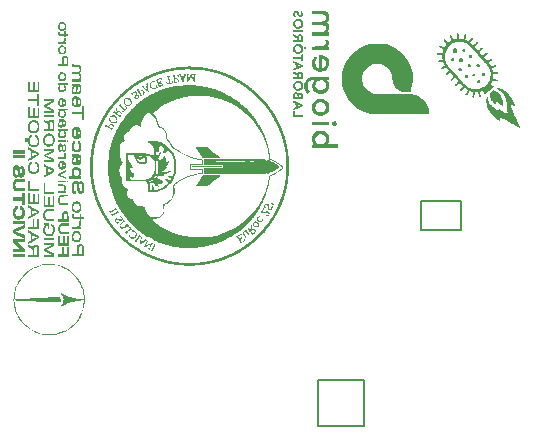
<source format=gbr>
%TF.GenerationSoftware,KiCad,Pcbnew,9.0.2+1*%
%TF.CreationDate,2025-08-01T20:38:56+01:00*%
%TF.ProjectId,PocketSat,506f636b-6574-4536-9174-2e6b69636164,rev?*%
%TF.SameCoordinates,Original*%
%TF.FileFunction,Legend,Bot*%
%TF.FilePolarity,Positive*%
%FSLAX46Y46*%
G04 Gerber Fmt 4.6, Leading zero omitted, Abs format (unit mm)*
G04 Created by KiCad (PCBNEW 9.0.2+1) date 2025-08-01 20:38:56*
%MOMM*%
%LPD*%
G01*
G04 APERTURE LIST*
%ADD10C,0.150000*%
%ADD11C,0.000000*%
G04 APERTURE END LIST*
D10*
X126734400Y-88394400D02*
X130690000Y-88394400D01*
X130690000Y-92270000D01*
X126734400Y-92270000D01*
X126734400Y-88394400D01*
X135512250Y-73222600D02*
X138872750Y-73222600D01*
X138872750Y-75717400D01*
X135512250Y-75717400D01*
X135512250Y-73222600D01*
D11*
%TO.C,G\u002A\u002A\u002A*%
G36*
X105404026Y-68151191D02*
G01*
X105404026Y-68223186D01*
X105087245Y-68223186D01*
X104770465Y-68223186D01*
X104770465Y-68151191D01*
X104770465Y-68079195D01*
X105087245Y-68079195D01*
X105404026Y-68079195D01*
X105404026Y-68151191D01*
G37*
G36*
X105404026Y-71592574D02*
G01*
X105404026Y-71664570D01*
X105087245Y-71664570D01*
X104770465Y-71664570D01*
X104770465Y-71592574D01*
X104770465Y-71520579D01*
X105087245Y-71520579D01*
X105404026Y-71520579D01*
X105404026Y-71592574D01*
G37*
G36*
X105620012Y-68151191D02*
G01*
X105620012Y-68223186D01*
X105562416Y-68223186D01*
X105504819Y-68223186D01*
X105504819Y-68151191D01*
X105504819Y-68079195D01*
X105562416Y-68079195D01*
X105620012Y-68079195D01*
X105620012Y-68151191D01*
G37*
G36*
X105620012Y-71592574D02*
G01*
X105620012Y-71664570D01*
X105562416Y-71664570D01*
X105504819Y-71664570D01*
X105504819Y-71592574D01*
X105504819Y-71520579D01*
X105562416Y-71520579D01*
X105620012Y-71520579D01*
X105620012Y-71592574D01*
G37*
G36*
X106959128Y-65804139D02*
G01*
X106959128Y-66365703D01*
X106879933Y-66365703D01*
X106800738Y-66365703D01*
X106800738Y-66135318D01*
X106800738Y-65904932D01*
X106368765Y-65904932D01*
X105936792Y-65904932D01*
X105936792Y-65811338D01*
X105936792Y-65717744D01*
X106368765Y-65717744D01*
X106800738Y-65717744D01*
X106800738Y-65480159D01*
X106800738Y-65242574D01*
X106879933Y-65242574D01*
X106959128Y-65242574D01*
X106959128Y-65804139D01*
G37*
G36*
X105634411Y-77546599D02*
G01*
X105634411Y-77956973D01*
X105202438Y-77956973D01*
X104770465Y-77956973D01*
X104770465Y-77856180D01*
X104770465Y-77755386D01*
X104943255Y-77755386D01*
X105116044Y-77755386D01*
X105116044Y-77453005D01*
X105116044Y-77150624D01*
X105195239Y-77150624D01*
X105274434Y-77150624D01*
X105274434Y-77453005D01*
X105274434Y-77755386D01*
X105368028Y-77755386D01*
X105461622Y-77755386D01*
X105461622Y-77445805D01*
X105461622Y-77136225D01*
X105548016Y-77136225D01*
X105634411Y-77136225D01*
X105634411Y-77546599D01*
G37*
G36*
X105389626Y-70706049D02*
G01*
X105389626Y-70784177D01*
X105159241Y-70895553D01*
X105092881Y-70928050D01*
X105027330Y-70961101D01*
X104975382Y-70988349D01*
X104941177Y-71007618D01*
X104928855Y-71016730D01*
X104938544Y-71024155D01*
X104970475Y-71042169D01*
X105020672Y-71068311D01*
X105084980Y-71100422D01*
X105159241Y-71136345D01*
X105389626Y-71246160D01*
X105389626Y-71325730D01*
X105389626Y-71405299D01*
X105080046Y-71250708D01*
X104770465Y-71096117D01*
X104770465Y-71016610D01*
X104770465Y-70937104D01*
X105080046Y-70782513D01*
X105389626Y-70627922D01*
X105389626Y-70706049D01*
G37*
G36*
X104928855Y-76502665D02*
G01*
X104928855Y-76819445D01*
X105036849Y-76819445D01*
X105144842Y-76819445D01*
X105144842Y-76517064D01*
X105144842Y-76214683D01*
X105224037Y-76214683D01*
X105303232Y-76214683D01*
X105303232Y-76517064D01*
X105303232Y-76819445D01*
X105389626Y-76819445D01*
X105476021Y-76819445D01*
X105476021Y-76509864D01*
X105476021Y-76200284D01*
X105555216Y-76200284D01*
X105634411Y-76200284D01*
X105634411Y-76610658D01*
X105634411Y-77021032D01*
X105202438Y-77021032D01*
X104770465Y-77021032D01*
X104770465Y-76603458D01*
X104770465Y-76185885D01*
X104849660Y-76185885D01*
X104928855Y-76185885D01*
X104928855Y-76502665D01*
G37*
G36*
X105342829Y-59413752D02*
G01*
X105371362Y-59415952D01*
X105399048Y-59422171D01*
X105411135Y-59436709D01*
X105415766Y-59465323D01*
X105415484Y-59517265D01*
X105403380Y-59590433D01*
X105381229Y-59660591D01*
X105352283Y-59714955D01*
X105316164Y-59763719D01*
X105360095Y-59768231D01*
X105380254Y-59771018D01*
X105396547Y-59779775D01*
X105402928Y-59801389D01*
X105404026Y-59843827D01*
X105404026Y-59914910D01*
X105087245Y-59914910D01*
X104770465Y-59914910D01*
X104770465Y-59844617D01*
X104770465Y-59774324D01*
X104955388Y-59768562D01*
X105006266Y-59766716D01*
X105074810Y-59762649D01*
X105123006Y-59756833D01*
X105156211Y-59748515D01*
X105179781Y-59736939D01*
X105201944Y-59718769D01*
X105240387Y-59662952D01*
X105265163Y-59588274D01*
X105274117Y-59500147D01*
X105274434Y-59409364D01*
X105342829Y-59413752D01*
G37*
G36*
X105342829Y-69176337D02*
G01*
X105371362Y-69178537D01*
X105399048Y-69184756D01*
X105411135Y-69199294D01*
X105415766Y-69227908D01*
X105415484Y-69279850D01*
X105403380Y-69353018D01*
X105381229Y-69423176D01*
X105352283Y-69477540D01*
X105316164Y-69526304D01*
X105360095Y-69530816D01*
X105380254Y-69533603D01*
X105396547Y-69542360D01*
X105402928Y-69563974D01*
X105404026Y-69606412D01*
X105404026Y-69677495D01*
X105087245Y-69677495D01*
X104770465Y-69677495D01*
X104770465Y-69607202D01*
X104770465Y-69536909D01*
X104955388Y-69531147D01*
X105006266Y-69529301D01*
X105074810Y-69525234D01*
X105123006Y-69519418D01*
X105156211Y-69511100D01*
X105179781Y-69499524D01*
X105201944Y-69481354D01*
X105240387Y-69425537D01*
X105265163Y-69350859D01*
X105274117Y-69262732D01*
X105274434Y-69171949D01*
X105342829Y-69176337D01*
G37*
G36*
X106630404Y-74961942D02*
G01*
X106631252Y-74961943D01*
X106677307Y-74962834D01*
X106702529Y-74968025D01*
X106714767Y-74981352D01*
X106721871Y-75006654D01*
X106722188Y-75008128D01*
X106726986Y-75078930D01*
X106717022Y-75161039D01*
X106694914Y-75244511D01*
X106663279Y-75319399D01*
X106624735Y-75375756D01*
X106594130Y-75408334D01*
X106647037Y-75408334D01*
X106699944Y-75408334D01*
X106699944Y-75501928D01*
X106699944Y-75595522D01*
X106311168Y-75595522D01*
X105922393Y-75595522D01*
X105922393Y-75501928D01*
X105922393Y-75408334D01*
X106138842Y-75408334D01*
X106225894Y-75407493D01*
X106308357Y-75404077D01*
X106366378Y-75397868D01*
X106402298Y-75388693D01*
X106438062Y-75369101D01*
X106491802Y-75315522D01*
X106529962Y-75241428D01*
X106551128Y-75150030D01*
X106553883Y-75044540D01*
X106548753Y-74961923D01*
X106630404Y-74961942D01*
G37*
G36*
X106055861Y-74414335D02*
G01*
X106053253Y-74463125D01*
X106057774Y-74505098D01*
X106071957Y-74536728D01*
X106095846Y-74573186D01*
X106333099Y-74573186D01*
X106570352Y-74573186D01*
X106570352Y-74450794D01*
X106570352Y-74328402D01*
X106635148Y-74328402D01*
X106699944Y-74328402D01*
X106699944Y-74450794D01*
X106699944Y-74573186D01*
X106807937Y-74573186D01*
X106915930Y-74573186D01*
X106915930Y-74666780D01*
X106915930Y-74760375D01*
X106807937Y-74760375D01*
X106699944Y-74760375D01*
X106699944Y-74839570D01*
X106699944Y-74918765D01*
X106635148Y-74918765D01*
X106570352Y-74918765D01*
X106570352Y-74839570D01*
X106570352Y-74760375D01*
X106329167Y-74760294D01*
X106274871Y-74759909D01*
X106193216Y-74757957D01*
X106121676Y-74754639D01*
X106066479Y-74750274D01*
X106033850Y-74745181D01*
X105991071Y-74725960D01*
X105948636Y-74680907D01*
X105921974Y-74612423D01*
X105915360Y-74573901D01*
X105910161Y-74504188D01*
X105910600Y-74432308D01*
X105916993Y-74373399D01*
X105921132Y-74355355D01*
X105931324Y-74337049D01*
X105953006Y-74329730D01*
X105994823Y-74328402D01*
X106063653Y-74328402D01*
X106055861Y-74414335D01*
G37*
G36*
X105663209Y-75227321D02*
G01*
X105663209Y-75319890D01*
X105357228Y-75324515D01*
X105254055Y-75326445D01*
X105170162Y-75329047D01*
X105108131Y-75332502D01*
X105064407Y-75337086D01*
X105035433Y-75343073D01*
X105017652Y-75350737D01*
X105010971Y-75355343D01*
X104969089Y-75402264D01*
X104940423Y-75467073D01*
X104925189Y-75542878D01*
X104923604Y-75622789D01*
X104935885Y-75699913D01*
X104962251Y-75767359D01*
X105002917Y-75818237D01*
X105046258Y-75854706D01*
X105354733Y-75854706D01*
X105663209Y-75854706D01*
X105663209Y-75956678D01*
X105663209Y-76058650D01*
X105334459Y-76053872D01*
X105005708Y-76049093D01*
X104935104Y-76005417D01*
X104908161Y-75986182D01*
X104848015Y-75921200D01*
X104801332Y-75836991D01*
X104771771Y-75739513D01*
X104759928Y-75642583D01*
X104761749Y-75533152D01*
X104778361Y-75428913D01*
X104808415Y-75335374D01*
X104850561Y-75258043D01*
X104903447Y-75202428D01*
X104922590Y-75188839D01*
X104953569Y-75170660D01*
X104987738Y-75157028D01*
X105029366Y-75147306D01*
X105082717Y-75140856D01*
X105152058Y-75137039D01*
X105241656Y-75135217D01*
X105355777Y-75134751D01*
X105663209Y-75134751D01*
X105663209Y-75227321D01*
G37*
G36*
X105389626Y-58993368D02*
G01*
X105389626Y-59094161D01*
X105476021Y-59094161D01*
X105562416Y-59094161D01*
X105562416Y-59166157D01*
X105562416Y-59238152D01*
X105476021Y-59238152D01*
X105389626Y-59238152D01*
X105389626Y-59302948D01*
X105389316Y-59331783D01*
X105384859Y-59356986D01*
X105370196Y-59366361D01*
X105339230Y-59367744D01*
X105316803Y-59367345D01*
X105297200Y-59361615D01*
X105289909Y-59342762D01*
X105288833Y-59302948D01*
X105288833Y-59238152D01*
X105067242Y-59238152D01*
X104985509Y-59237629D01*
X104910594Y-59234829D01*
X104856854Y-59228327D01*
X104820146Y-59216707D01*
X104796328Y-59198557D01*
X104781256Y-59172464D01*
X104770786Y-59137012D01*
X104764116Y-59100058D01*
X104758538Y-59035355D01*
X104758833Y-58972350D01*
X104765340Y-58924215D01*
X104772179Y-58906839D01*
X104789930Y-58895461D01*
X104825934Y-58895417D01*
X104877648Y-58899774D01*
X104873426Y-58967196D01*
X104871701Y-59002334D01*
X104873656Y-59039961D01*
X104884369Y-59065597D01*
X104907849Y-59081539D01*
X104948101Y-59090083D01*
X105009133Y-59093524D01*
X105094952Y-59094161D01*
X105288833Y-59094161D01*
X105288833Y-58993368D01*
X105288833Y-58892574D01*
X105339230Y-58892574D01*
X105389626Y-58892574D01*
X105389626Y-58993368D01*
G37*
G36*
X105073028Y-71837934D02*
G01*
X105160037Y-71841179D01*
X105225702Y-71848355D01*
X105274293Y-71860660D01*
X105310080Y-71879292D01*
X105337333Y-71905449D01*
X105360322Y-71940330D01*
X105381180Y-71988628D01*
X105398997Y-72074294D01*
X105400307Y-72167376D01*
X105384338Y-72257688D01*
X105373108Y-72291465D01*
X105355234Y-72332336D01*
X105339375Y-72355605D01*
X105319496Y-72379168D01*
X105326708Y-72393873D01*
X105360828Y-72398923D01*
X105382160Y-72399732D01*
X105397279Y-72407046D01*
X105403082Y-72428299D01*
X105404026Y-72470919D01*
X105404026Y-72542914D01*
X105087245Y-72542914D01*
X104770465Y-72542914D01*
X104770465Y-72470919D01*
X104770465Y-72398923D01*
X104946854Y-72398111D01*
X105034477Y-72396524D01*
X105108894Y-72391249D01*
X105163589Y-72380908D01*
X105203289Y-72364085D01*
X105232722Y-72339364D01*
X105256616Y-72305329D01*
X105260880Y-72297809D01*
X105278509Y-72257974D01*
X105285766Y-72215417D01*
X105285110Y-72157359D01*
X105283643Y-72134642D01*
X105277090Y-72087848D01*
X105264058Y-72055674D01*
X105241026Y-72027767D01*
X105231150Y-72018111D01*
X105215607Y-72005737D01*
X105196739Y-71997190D01*
X105169453Y-71991588D01*
X105128655Y-71988048D01*
X105069251Y-71985689D01*
X104986148Y-71983629D01*
X104770465Y-71978708D01*
X104770465Y-71908034D01*
X104770465Y-71837359D01*
X104993360Y-71837359D01*
X105073028Y-71837934D01*
G37*
G36*
X105437532Y-74090686D02*
G01*
X105501022Y-74106714D01*
X105551285Y-74138247D01*
X105597524Y-74189921D01*
X105600757Y-74194375D01*
X105609060Y-74208321D01*
X105615513Y-74225961D01*
X105620406Y-74250882D01*
X105624031Y-74286669D01*
X105626680Y-74336908D01*
X105628644Y-74405187D01*
X105630214Y-74495090D01*
X105631683Y-74610205D01*
X105636154Y-74990760D01*
X105368028Y-74990760D01*
X105203310Y-74990760D01*
X104770465Y-74990760D01*
X104770465Y-74889966D01*
X104770465Y-74789173D01*
X104934682Y-74789173D01*
X105098898Y-74789173D01*
X105102695Y-74588523D01*
X105260035Y-74588523D01*
X105260035Y-74789173D01*
X105368028Y-74789173D01*
X105476021Y-74789173D01*
X105476021Y-74569191D01*
X105475376Y-74480149D01*
X105472386Y-74405294D01*
X105465783Y-74352271D01*
X105454306Y-74317426D01*
X105436693Y-74297106D01*
X105411682Y-74287657D01*
X105378011Y-74285425D01*
X105366197Y-74285606D01*
X105321803Y-74291708D01*
X105294566Y-74310534D01*
X105275335Y-74347631D01*
X105273922Y-74352201D01*
X105268479Y-74387072D01*
X105264069Y-74442507D01*
X105261113Y-74511870D01*
X105260035Y-74588523D01*
X105102695Y-74588523D01*
X105103871Y-74526389D01*
X105104553Y-74491944D01*
X105106804Y-74404444D01*
X105109719Y-74339324D01*
X105113823Y-74291752D01*
X105119636Y-74256896D01*
X105127680Y-74229926D01*
X105138477Y-74206010D01*
X105163120Y-74167984D01*
X105220746Y-74119335D01*
X105297352Y-74092231D01*
X105392766Y-74086754D01*
X105437532Y-74090686D01*
G37*
G36*
X105456207Y-60944192D02*
G01*
X105516213Y-60977977D01*
X105558572Y-61027483D01*
X105560896Y-61031932D01*
X105568513Y-61051053D01*
X105574444Y-61076546D01*
X105578966Y-61112149D01*
X105582358Y-61161600D01*
X105584896Y-61228636D01*
X105586860Y-61316995D01*
X105588527Y-61430414D01*
X105593039Y-61786792D01*
X105345501Y-61786792D01*
X105181752Y-61786792D01*
X104770465Y-61786792D01*
X104770465Y-61714796D01*
X104770465Y-61642801D01*
X104936055Y-61642801D01*
X105101645Y-61642801D01*
X105214981Y-61642801D01*
X105345501Y-61642801D01*
X105476021Y-61642801D01*
X105476021Y-61397362D01*
X105476021Y-61394957D01*
X105475880Y-61306095D01*
X105475073Y-61241302D01*
X105473017Y-61195954D01*
X105469132Y-61165430D01*
X105462834Y-61145108D01*
X105453544Y-61130365D01*
X105440678Y-61116579D01*
X105417995Y-61099337D01*
X105364894Y-61081996D01*
X105307832Y-61084968D01*
X105258030Y-61108732D01*
X105257360Y-61109275D01*
X105245294Y-61120247D01*
X105236456Y-61133557D01*
X105230241Y-61153615D01*
X105226043Y-61184830D01*
X105223259Y-61231612D01*
X105221282Y-61298370D01*
X105219509Y-61389514D01*
X105214981Y-61642801D01*
X105101645Y-61642801D01*
X105101645Y-61405925D01*
X105102224Y-61315182D01*
X105105133Y-61218305D01*
X105111163Y-61143222D01*
X105121054Y-61085991D01*
X105135548Y-61042667D01*
X105155385Y-61009306D01*
X105181308Y-60981963D01*
X105240418Y-60945621D01*
X105311298Y-60927167D01*
X105385565Y-60926973D01*
X105456207Y-60944192D01*
G37*
G36*
X105605613Y-72785400D02*
G01*
X105605613Y-72857572D01*
X105311446Y-72862233D01*
X105298030Y-72862447D01*
X105200981Y-72864243D01*
X105128026Y-72866343D01*
X105074966Y-72869178D01*
X105037600Y-72873182D01*
X105011726Y-72878783D01*
X104993145Y-72886415D01*
X104977655Y-72896508D01*
X104948407Y-72922303D01*
X104908590Y-72980954D01*
X104885752Y-73057232D01*
X104878459Y-73154876D01*
X104880577Y-73210780D01*
X104896134Y-73296356D01*
X104928015Y-73362597D01*
X104977655Y-73413243D01*
X104979483Y-73414594D01*
X104995121Y-73424370D01*
X105014354Y-73431736D01*
X105041380Y-73437124D01*
X105080402Y-73440965D01*
X105135620Y-73443690D01*
X105211235Y-73445731D01*
X105311446Y-73447519D01*
X105605613Y-73452180D01*
X105605613Y-73524351D01*
X105605613Y-73596523D01*
X105299632Y-73591686D01*
X105212540Y-73590245D01*
X105131832Y-73588476D01*
X105071833Y-73586167D01*
X105028150Y-73582806D01*
X104996388Y-73577885D01*
X104972155Y-73570894D01*
X104951057Y-73561323D01*
X104928701Y-73548663D01*
X104925104Y-73546509D01*
X104858985Y-73489433D01*
X104809017Y-73409013D01*
X104775716Y-73306066D01*
X104760473Y-73199028D01*
X104761687Y-73086122D01*
X104780298Y-72981482D01*
X104815068Y-72889534D01*
X104864759Y-72814706D01*
X104928131Y-72761422D01*
X104947690Y-72750232D01*
X104968747Y-72740179D01*
X104992215Y-72732801D01*
X105022492Y-72727584D01*
X105063975Y-72724015D01*
X105121061Y-72721581D01*
X105198147Y-72719769D01*
X105299632Y-72718066D01*
X105605613Y-72713229D01*
X105605613Y-72785400D01*
G37*
G36*
X105185803Y-58073794D02*
G01*
X105265223Y-58107436D01*
X105330059Y-58163441D01*
X105384182Y-58244615D01*
X105387152Y-58250709D01*
X105402597Y-58304365D01*
X105411249Y-58375561D01*
X105413202Y-58455257D01*
X105408553Y-58534419D01*
X105397398Y-58604008D01*
X105379832Y-58654989D01*
X105332035Y-58725643D01*
X105262127Y-58787078D01*
X105179793Y-58822999D01*
X105104238Y-58830891D01*
X105086724Y-58832721D01*
X104984611Y-58815556D01*
X104926192Y-58792370D01*
X104854769Y-58739627D01*
X104802575Y-58665762D01*
X104770269Y-58571524D01*
X104764007Y-58524286D01*
X104762888Y-58473301D01*
X104875231Y-58473301D01*
X104889878Y-58547581D01*
X104920166Y-58611040D01*
X104964629Y-58656166D01*
X104983270Y-58665892D01*
X105039536Y-58680220D01*
X105104238Y-58682909D01*
X105165734Y-58674070D01*
X105212384Y-58653814D01*
X105229784Y-58639305D01*
X105272655Y-58581550D01*
X105297395Y-58510918D01*
X105303968Y-58434430D01*
X105292342Y-58359110D01*
X105262483Y-58291980D01*
X105214358Y-58240063D01*
X105210408Y-58237336D01*
X105160394Y-58217834D01*
X105096860Y-58210916D01*
X105031128Y-58216789D01*
X104974521Y-58235662D01*
X104935968Y-58265793D01*
X104899242Y-58321165D01*
X104898724Y-58322314D01*
X104877691Y-58395709D01*
X104875231Y-58473301D01*
X104762888Y-58473301D01*
X104762402Y-58451175D01*
X104767144Y-58373420D01*
X104777469Y-58302073D01*
X104792613Y-58248186D01*
X104817207Y-58201487D01*
X104875861Y-58135277D01*
X104951405Y-58088602D01*
X105039213Y-58063954D01*
X105134663Y-58063827D01*
X105185803Y-58073794D01*
G37*
G36*
X105185803Y-60075268D02*
G01*
X105265223Y-60108910D01*
X105330059Y-60164915D01*
X105384182Y-60246089D01*
X105387152Y-60252182D01*
X105402597Y-60305839D01*
X105411249Y-60377035D01*
X105413202Y-60456731D01*
X105408553Y-60535893D01*
X105397398Y-60605482D01*
X105379832Y-60656463D01*
X105332035Y-60727117D01*
X105262127Y-60788551D01*
X105179793Y-60824473D01*
X105104238Y-60832365D01*
X105086724Y-60834195D01*
X104984611Y-60817030D01*
X104926192Y-60793844D01*
X104854769Y-60741101D01*
X104802575Y-60667236D01*
X104770269Y-60572998D01*
X104764007Y-60525760D01*
X104762888Y-60474775D01*
X104875231Y-60474775D01*
X104889878Y-60549055D01*
X104920166Y-60612514D01*
X104964629Y-60657640D01*
X104983270Y-60667366D01*
X105039536Y-60681693D01*
X105104238Y-60684382D01*
X105165734Y-60675544D01*
X105212384Y-60655288D01*
X105229784Y-60640779D01*
X105272655Y-60583024D01*
X105297395Y-60512392D01*
X105303968Y-60435904D01*
X105292342Y-60360583D01*
X105262483Y-60293454D01*
X105214358Y-60241537D01*
X105210408Y-60238810D01*
X105160394Y-60219308D01*
X105096860Y-60212390D01*
X105031128Y-60218263D01*
X104974521Y-60237136D01*
X104935968Y-60267267D01*
X104899242Y-60322639D01*
X104898724Y-60323788D01*
X104877691Y-60397182D01*
X104875231Y-60474775D01*
X104762888Y-60474775D01*
X104762402Y-60452649D01*
X104767144Y-60374894D01*
X104777469Y-60303547D01*
X104792613Y-60249660D01*
X104817207Y-60202961D01*
X104875861Y-60136751D01*
X104951405Y-60090076D01*
X105039213Y-60065428D01*
X105134663Y-60065301D01*
X105185803Y-60075268D01*
G37*
G36*
X105185803Y-62350324D02*
G01*
X105265223Y-62383967D01*
X105330059Y-62439972D01*
X105384182Y-62521146D01*
X105387152Y-62527239D01*
X105402597Y-62580896D01*
X105411249Y-62652091D01*
X105413202Y-62731788D01*
X105408553Y-62810949D01*
X105397398Y-62880539D01*
X105379832Y-62931520D01*
X105332035Y-63002174D01*
X105262127Y-63063608D01*
X105179793Y-63099530D01*
X105104238Y-63107422D01*
X105086724Y-63109251D01*
X104984611Y-63092087D01*
X104926192Y-63068901D01*
X104854769Y-63016158D01*
X104802575Y-62942293D01*
X104770269Y-62848055D01*
X104764007Y-62800817D01*
X104762888Y-62749832D01*
X104875231Y-62749832D01*
X104889878Y-62824112D01*
X104920166Y-62887570D01*
X104964629Y-62932697D01*
X104983270Y-62942423D01*
X105039536Y-62956750D01*
X105104238Y-62959439D01*
X105165734Y-62950601D01*
X105212384Y-62930345D01*
X105229784Y-62915836D01*
X105272655Y-62858081D01*
X105297395Y-62787448D01*
X105303968Y-62710960D01*
X105292342Y-62635640D01*
X105262483Y-62568510D01*
X105214358Y-62516594D01*
X105210408Y-62513866D01*
X105160394Y-62494364D01*
X105096860Y-62487446D01*
X105031128Y-62493320D01*
X104974521Y-62512193D01*
X104935968Y-62542323D01*
X104899242Y-62597696D01*
X104898724Y-62598845D01*
X104877691Y-62672239D01*
X104875231Y-62749832D01*
X104762888Y-62749832D01*
X104762402Y-62727706D01*
X104767144Y-62649951D01*
X104777469Y-62578604D01*
X104792613Y-62524717D01*
X104817207Y-62478018D01*
X104875861Y-62411808D01*
X104951405Y-62365132D01*
X105039213Y-62340485D01*
X105134663Y-62340358D01*
X105185803Y-62350324D01*
G37*
G36*
X105620012Y-63327495D02*
G01*
X105620012Y-63399490D01*
X105469139Y-63399490D01*
X105318265Y-63399490D01*
X105360294Y-63465762D01*
X105390033Y-63526869D01*
X105411420Y-63619021D01*
X105412253Y-63715914D01*
X105392678Y-63809097D01*
X105352845Y-63890119D01*
X105325929Y-63923862D01*
X105263427Y-63973106D01*
X105184992Y-64001548D01*
X105087245Y-64010722D01*
X105085559Y-64010703D01*
X105055068Y-64010359D01*
X105000188Y-64006084D01*
X104957501Y-63995116D01*
X104915732Y-63975114D01*
X104861269Y-63938246D01*
X104812666Y-63883180D01*
X104777552Y-63809032D01*
X104762795Y-63750819D01*
X104757554Y-63661399D01*
X104760733Y-63637075D01*
X104871304Y-63637075D01*
X104875261Y-63691738D01*
X104898573Y-63766123D01*
X104941996Y-63820447D01*
X105004626Y-63853747D01*
X105085559Y-63865061D01*
X105130805Y-63862651D01*
X105200825Y-63844038D01*
X105250929Y-63805634D01*
X105282868Y-63745772D01*
X105298396Y-63662788D01*
X105299549Y-63641292D01*
X105290284Y-63557708D01*
X105259954Y-63489297D01*
X105211120Y-63438937D01*
X105146340Y-63409506D01*
X105068174Y-63403882D01*
X105002211Y-63417987D01*
X104941129Y-63455220D01*
X104896480Y-63515707D01*
X104890507Y-63529410D01*
X104876746Y-63581401D01*
X104871304Y-63637075D01*
X104760733Y-63637075D01*
X104769314Y-63571430D01*
X104796687Y-63489688D01*
X104838285Y-63424948D01*
X104851284Y-63408329D01*
X104845812Y-63400879D01*
X104815894Y-63399490D01*
X104792520Y-63398670D01*
X104777140Y-63391352D01*
X104771352Y-63370105D01*
X104770465Y-63327495D01*
X104770465Y-63255499D01*
X105195239Y-63255499D01*
X105620012Y-63255499D01*
X105620012Y-63327495D01*
G37*
G36*
X105620012Y-65501758D02*
G01*
X105620012Y-65573753D01*
X105469139Y-65573753D01*
X105318265Y-65573753D01*
X105360294Y-65640025D01*
X105390033Y-65701132D01*
X105411420Y-65793284D01*
X105412253Y-65890177D01*
X105392678Y-65983361D01*
X105352845Y-66064382D01*
X105325929Y-66098125D01*
X105263427Y-66147369D01*
X105184992Y-66175811D01*
X105087245Y-66184985D01*
X105085559Y-66184966D01*
X105055068Y-66184622D01*
X105000188Y-66180347D01*
X104957501Y-66169379D01*
X104915732Y-66149377D01*
X104861269Y-66112509D01*
X104812666Y-66057443D01*
X104777552Y-65983295D01*
X104762795Y-65925082D01*
X104757554Y-65835662D01*
X104760733Y-65811338D01*
X104871304Y-65811338D01*
X104875261Y-65866001D01*
X104898573Y-65940386D01*
X104941996Y-65994710D01*
X105004626Y-66028010D01*
X105085559Y-66039324D01*
X105130805Y-66036914D01*
X105200825Y-66018301D01*
X105250929Y-65979897D01*
X105282868Y-65920035D01*
X105298396Y-65837051D01*
X105299549Y-65815555D01*
X105290284Y-65731971D01*
X105259954Y-65663560D01*
X105211120Y-65613200D01*
X105146340Y-65583769D01*
X105068174Y-65578145D01*
X105002211Y-65592250D01*
X104941129Y-65629483D01*
X104896480Y-65689970D01*
X104890507Y-65703674D01*
X104876746Y-65755664D01*
X104871304Y-65811338D01*
X104760733Y-65811338D01*
X104769314Y-65745693D01*
X104796687Y-65663951D01*
X104838285Y-65599211D01*
X104851284Y-65582592D01*
X104845812Y-65575142D01*
X104815894Y-65573753D01*
X104792520Y-65572933D01*
X104777140Y-65565616D01*
X104771352Y-65544368D01*
X104770465Y-65501758D01*
X104770465Y-65429762D01*
X105195239Y-65429762D01*
X105620012Y-65429762D01*
X105620012Y-65501758D01*
G37*
G36*
X105620012Y-67244048D02*
G01*
X105620012Y-67316044D01*
X105469139Y-67316044D01*
X105318265Y-67316044D01*
X105360294Y-67382316D01*
X105390033Y-67443422D01*
X105411420Y-67535574D01*
X105412253Y-67632468D01*
X105392678Y-67725651D01*
X105352845Y-67806672D01*
X105325929Y-67840416D01*
X105263427Y-67889659D01*
X105184992Y-67918101D01*
X105087245Y-67927275D01*
X105085559Y-67927256D01*
X105055068Y-67926912D01*
X105000188Y-67922638D01*
X104957501Y-67911670D01*
X104915732Y-67891668D01*
X104861269Y-67854800D01*
X104812666Y-67799734D01*
X104777552Y-67725585D01*
X104762795Y-67667372D01*
X104757554Y-67577953D01*
X104760733Y-67553629D01*
X104871304Y-67553629D01*
X104875261Y-67608291D01*
X104898573Y-67682676D01*
X104941996Y-67737000D01*
X105004626Y-67770300D01*
X105085559Y-67781614D01*
X105130805Y-67779204D01*
X105200825Y-67760591D01*
X105250929Y-67722187D01*
X105282868Y-67662326D01*
X105298396Y-67579342D01*
X105299549Y-67557845D01*
X105290284Y-67474262D01*
X105259954Y-67405851D01*
X105211120Y-67355490D01*
X105146340Y-67326059D01*
X105068174Y-67320435D01*
X105002211Y-67334540D01*
X104941129Y-67371773D01*
X104896480Y-67432260D01*
X104890507Y-67445964D01*
X104876746Y-67497955D01*
X104871304Y-67553629D01*
X104760733Y-67553629D01*
X104769314Y-67487983D01*
X104796687Y-67406241D01*
X104838285Y-67341501D01*
X104851284Y-67324882D01*
X104845812Y-67317433D01*
X104815894Y-67316044D01*
X104792520Y-67315223D01*
X104777140Y-67307906D01*
X104771352Y-67286659D01*
X104770465Y-67244048D01*
X104770465Y-67172053D01*
X105195239Y-67172053D01*
X105620012Y-67172053D01*
X105620012Y-67244048D01*
G37*
G36*
X106715818Y-76870045D02*
G01*
X106723585Y-76871195D01*
X106804408Y-76895962D01*
X106867574Y-76942833D01*
X106915930Y-77013853D01*
X106919652Y-77021330D01*
X106929181Y-77041814D01*
X106936675Y-77062539D01*
X106942426Y-77087075D01*
X106946720Y-77118990D01*
X106949849Y-77161856D01*
X106952101Y-77219240D01*
X106953766Y-77294713D01*
X106955132Y-77391843D01*
X106956490Y-77514201D01*
X106961053Y-77942574D01*
X106649547Y-77942574D01*
X106448922Y-77942574D01*
X105936792Y-77942574D01*
X105936792Y-77848980D01*
X105936792Y-77755386D01*
X106137052Y-77755386D01*
X106337312Y-77755386D01*
X106341326Y-77476752D01*
X106483958Y-77476752D01*
X106483958Y-77755386D01*
X106649547Y-77755386D01*
X106815137Y-77755386D01*
X106815137Y-77474141D01*
X106815093Y-77442895D01*
X106813856Y-77334679D01*
X106810404Y-77250925D01*
X106804044Y-77188189D01*
X106794086Y-77143026D01*
X106779837Y-77111993D01*
X106760606Y-77091644D01*
X106735701Y-77078537D01*
X106706596Y-77069642D01*
X106639807Y-77064047D01*
X106578573Y-77077380D01*
X106529680Y-77107518D01*
X106499918Y-77152335D01*
X106496204Y-77169049D01*
X106491142Y-77216596D01*
X106487282Y-77286401D01*
X106484821Y-77374455D01*
X106483958Y-77476752D01*
X106341326Y-77476752D01*
X106342239Y-77413407D01*
X106342603Y-77388264D01*
X106344240Y-77285679D01*
X106346036Y-77206950D01*
X106348401Y-77147999D01*
X106351749Y-77104748D01*
X106356487Y-77073120D01*
X106363029Y-77049036D01*
X106371784Y-77028419D01*
X106383164Y-77007190D01*
X106390012Y-76995543D01*
X106446638Y-76929076D01*
X106520020Y-76885919D01*
X106609850Y-76866200D01*
X106715818Y-76870045D01*
G37*
G36*
X106426972Y-73280427D02*
G01*
X106502046Y-73304826D01*
X106503084Y-73305332D01*
X106582956Y-73358588D01*
X106644645Y-73431864D01*
X106689050Y-73526581D01*
X106717072Y-73644159D01*
X106717736Y-73648548D01*
X106724817Y-73748398D01*
X106718764Y-73850957D01*
X106700759Y-73946270D01*
X106671981Y-74024384D01*
X106638616Y-74081807D01*
X106579012Y-74151593D01*
X106507144Y-74198543D01*
X106419151Y-74224891D01*
X106311168Y-74232867D01*
X106276858Y-74231385D01*
X106254440Y-74230417D01*
X106150161Y-74210419D01*
X106065181Y-74169468D01*
X105998260Y-74106557D01*
X105948152Y-74020679D01*
X105913617Y-73910828D01*
X105906462Y-73874761D01*
X105895057Y-73750555D01*
X105895269Y-73747811D01*
X106043410Y-73747811D01*
X106043509Y-73811280D01*
X106050055Y-73860431D01*
X106076067Y-73927536D01*
X106125531Y-73991120D01*
X106192932Y-74032999D01*
X106276858Y-74052358D01*
X106375896Y-74048382D01*
X106437538Y-74029529D01*
X106503003Y-73984581D01*
X106552363Y-73919912D01*
X106562036Y-73894981D01*
X106572960Y-73836968D01*
X106577455Y-73766938D01*
X106575520Y-73694912D01*
X106567156Y-73630914D01*
X106552363Y-73584964D01*
X106550234Y-73581068D01*
X106498615Y-73515881D01*
X106429603Y-73472897D01*
X106344959Y-73452855D01*
X106246441Y-73456494D01*
X106184266Y-73475655D01*
X106119466Y-73520052D01*
X106072138Y-73582444D01*
X106059083Y-73621564D01*
X106048890Y-73680935D01*
X106043410Y-73747811D01*
X105895269Y-73747811D01*
X105904121Y-73633189D01*
X105932416Y-73526300D01*
X105978702Y-73433520D01*
X106041740Y-73358484D01*
X106120291Y-73304826D01*
X106160619Y-73289264D01*
X106245164Y-73272646D01*
X106337647Y-73269700D01*
X106426972Y-73280427D01*
G37*
G36*
X106426972Y-75771470D02*
G01*
X106502046Y-75795869D01*
X106503084Y-75796375D01*
X106582956Y-75849631D01*
X106644645Y-75922908D01*
X106689050Y-76017624D01*
X106717072Y-76135202D01*
X106717736Y-76139591D01*
X106724817Y-76239441D01*
X106718764Y-76342000D01*
X106700759Y-76437313D01*
X106671981Y-76515427D01*
X106638616Y-76572851D01*
X106579012Y-76642636D01*
X106507144Y-76689586D01*
X106419151Y-76715934D01*
X106311168Y-76723910D01*
X106276858Y-76722428D01*
X106254440Y-76721460D01*
X106150161Y-76701462D01*
X106065181Y-76660511D01*
X105998260Y-76597600D01*
X105948152Y-76511722D01*
X105913617Y-76401871D01*
X105906462Y-76365804D01*
X105895057Y-76241598D01*
X105895269Y-76238854D01*
X106043410Y-76238854D01*
X106043509Y-76302323D01*
X106050055Y-76351474D01*
X106076067Y-76418579D01*
X106125531Y-76482163D01*
X106192932Y-76524042D01*
X106276858Y-76543401D01*
X106375896Y-76539425D01*
X106437538Y-76520572D01*
X106503003Y-76475624D01*
X106552363Y-76410955D01*
X106562036Y-76386024D01*
X106572960Y-76328011D01*
X106577455Y-76257981D01*
X106575520Y-76185955D01*
X106567156Y-76121957D01*
X106552363Y-76076007D01*
X106550234Y-76072111D01*
X106498615Y-76006924D01*
X106429603Y-75963940D01*
X106344959Y-75943898D01*
X106246441Y-75947537D01*
X106184266Y-75966698D01*
X106119466Y-76011095D01*
X106072138Y-76073487D01*
X106059083Y-76112607D01*
X106048890Y-76171978D01*
X106043410Y-76238854D01*
X105895269Y-76238854D01*
X105904121Y-76124232D01*
X105932416Y-76017343D01*
X105978702Y-75924563D01*
X106041740Y-75849527D01*
X106120291Y-75795869D01*
X106160619Y-75780307D01*
X106245164Y-75763689D01*
X106337647Y-75760743D01*
X106426972Y-75771470D01*
G37*
G36*
X106450677Y-70367295D02*
G01*
X106545417Y-70411203D01*
X106547483Y-70412522D01*
X106589798Y-70445416D01*
X106623887Y-70487406D01*
X106657451Y-70547888D01*
X106681468Y-70600316D01*
X106696282Y-70646329D01*
X106703438Y-70695881D01*
X106705787Y-70761568D01*
X106705594Y-70820288D01*
X106700647Y-70895232D01*
X106688396Y-70953889D01*
X106667008Y-71003743D01*
X106634652Y-71052279D01*
X106584941Y-71117404D01*
X106642443Y-71117404D01*
X106699944Y-71117404D01*
X106699944Y-71232597D01*
X106699944Y-71347790D01*
X106304284Y-71347790D01*
X106174377Y-71347790D01*
X105648810Y-71347790D01*
X105648810Y-71232597D01*
X105648810Y-71117404D01*
X105828204Y-71117404D01*
X106007598Y-71117404D01*
X105965170Y-71049008D01*
X105951379Y-71024899D01*
X105915442Y-70932325D01*
X105900100Y-70841333D01*
X106066833Y-70841333D01*
X106073259Y-70925137D01*
X106093798Y-70996386D01*
X106106776Y-71021189D01*
X106154411Y-71075079D01*
X106219762Y-71106932D01*
X106303969Y-71117404D01*
X106304284Y-71117404D01*
X106388647Y-71106004D01*
X106454987Y-71072316D01*
X106502840Y-71016875D01*
X106531745Y-70940216D01*
X106541238Y-70842875D01*
X106531567Y-70749031D01*
X106502391Y-70672140D01*
X106454324Y-70616348D01*
X106387979Y-70582357D01*
X106303969Y-70570871D01*
X106271226Y-70572736D01*
X106196147Y-70592820D01*
X106135574Y-70632456D01*
X106095012Y-70688545D01*
X106074470Y-70757495D01*
X106066833Y-70841333D01*
X105900100Y-70841333D01*
X105898534Y-70832047D01*
X105899769Y-70729569D01*
X105918262Y-70630397D01*
X105953125Y-70540035D01*
X106003472Y-70463988D01*
X106068417Y-70407761D01*
X106136200Y-70374503D01*
X106238898Y-70348893D01*
X106346114Y-70346508D01*
X106450677Y-70367295D01*
G37*
G36*
X105109218Y-64523888D02*
G01*
X105197797Y-64544219D01*
X105277213Y-64586378D01*
X105341550Y-64646510D01*
X105384894Y-64720760D01*
X105395557Y-64755086D01*
X105408648Y-64836710D01*
X105411289Y-64927130D01*
X105403472Y-65014475D01*
X105385185Y-65086868D01*
X105384238Y-65089295D01*
X105338884Y-65167466D01*
X105274307Y-65226922D01*
X105194696Y-65265606D01*
X105175080Y-65269044D01*
X105104245Y-65281461D01*
X105007144Y-65272428D01*
X104926187Y-65243416D01*
X104854819Y-65190600D01*
X104802604Y-65116537D01*
X104770170Y-65021888D01*
X104769616Y-65019154D01*
X104764368Y-64972928D01*
X104762229Y-64911554D01*
X104763664Y-64847539D01*
X104767716Y-64800929D01*
X104789711Y-64700783D01*
X104828583Y-64623507D01*
X104884188Y-64569437D01*
X104890522Y-64565280D01*
X104932161Y-64541986D01*
X104956977Y-64539973D01*
X104968947Y-64560919D01*
X104972053Y-64606504D01*
X104970343Y-64643317D01*
X104959963Y-64680142D01*
X104936473Y-64709415D01*
X104899664Y-64758469D01*
X104876666Y-64833301D01*
X104875184Y-64926791D01*
X104876584Y-64940145D01*
X104894269Y-65018649D01*
X104925288Y-65077003D01*
X104967910Y-65111755D01*
X104976151Y-65115514D01*
X104998886Y-65124939D01*
X105015880Y-65127588D01*
X105027967Y-65120314D01*
X105035984Y-65099972D01*
X105040765Y-65063415D01*
X105043146Y-65007498D01*
X105043962Y-64929075D01*
X105043983Y-64904195D01*
X105159241Y-64904195D01*
X105159259Y-64919760D01*
X105160401Y-65012085D01*
X105163372Y-65076801D01*
X105168241Y-65114902D01*
X105175080Y-65127381D01*
X105181790Y-65125308D01*
X105206652Y-65108473D01*
X105238060Y-65080240D01*
X105244921Y-65072987D01*
X105282851Y-65011108D01*
X105301195Y-64937551D01*
X105299940Y-64860502D01*
X105279073Y-64788148D01*
X105238584Y-64728674D01*
X105223567Y-64714389D01*
X105193975Y-64690464D01*
X105175080Y-64681010D01*
X105173975Y-64681263D01*
X105167423Y-64697357D01*
X105162831Y-64739214D01*
X105160127Y-64807829D01*
X105159241Y-64904195D01*
X105043983Y-64904195D01*
X105044048Y-64825000D01*
X105044048Y-64522619D01*
X105080869Y-64522619D01*
X105109218Y-64523888D01*
G37*
G36*
X105109218Y-69822754D02*
G01*
X105197797Y-69843085D01*
X105277213Y-69885244D01*
X105341550Y-69945376D01*
X105384894Y-70019626D01*
X105395557Y-70053952D01*
X105408648Y-70135576D01*
X105411289Y-70225997D01*
X105403472Y-70313341D01*
X105385185Y-70385735D01*
X105384238Y-70388161D01*
X105338884Y-70466332D01*
X105274307Y-70525788D01*
X105194696Y-70564472D01*
X105175080Y-70567910D01*
X105104245Y-70580327D01*
X105007144Y-70571294D01*
X104926187Y-70542282D01*
X104854819Y-70489467D01*
X104802604Y-70415403D01*
X104770170Y-70320754D01*
X104769616Y-70318021D01*
X104764368Y-70271795D01*
X104762229Y-70210420D01*
X104763664Y-70146405D01*
X104767716Y-70099795D01*
X104789711Y-69999649D01*
X104828583Y-69922373D01*
X104884188Y-69868304D01*
X104890522Y-69864146D01*
X104932161Y-69840852D01*
X104956977Y-69838839D01*
X104968947Y-69859785D01*
X104972053Y-69905370D01*
X104970343Y-69942183D01*
X104959963Y-69979008D01*
X104936473Y-70008281D01*
X104899664Y-70057335D01*
X104876666Y-70132167D01*
X104875184Y-70225657D01*
X104876584Y-70239012D01*
X104894269Y-70317516D01*
X104925288Y-70375869D01*
X104967910Y-70410622D01*
X104976151Y-70414380D01*
X104998886Y-70423805D01*
X105015880Y-70426454D01*
X105027967Y-70419180D01*
X105035984Y-70398838D01*
X105040765Y-70362281D01*
X105043146Y-70306365D01*
X105043962Y-70227942D01*
X105043983Y-70203062D01*
X105159241Y-70203062D01*
X105159259Y-70218626D01*
X105160401Y-70310951D01*
X105163372Y-70375667D01*
X105168241Y-70413768D01*
X105175080Y-70426248D01*
X105181790Y-70424175D01*
X105206652Y-70407339D01*
X105238060Y-70379106D01*
X105244921Y-70371853D01*
X105282851Y-70309974D01*
X105301195Y-70236417D01*
X105299940Y-70159369D01*
X105279073Y-70087015D01*
X105238584Y-70027541D01*
X105223567Y-70013255D01*
X105193975Y-69989330D01*
X105175080Y-69979876D01*
X105173975Y-69980130D01*
X105167423Y-69996223D01*
X105162831Y-70038080D01*
X105160127Y-70106695D01*
X105159241Y-70203062D01*
X105043983Y-70203062D01*
X105044048Y-70123867D01*
X105044048Y-69821486D01*
X105080869Y-69821486D01*
X105109218Y-69822754D01*
G37*
G36*
X106202886Y-68139000D02*
G01*
X106209136Y-68177291D01*
X106210284Y-68241185D01*
X106209935Y-68293758D01*
X106207568Y-68332864D01*
X106201089Y-68356321D01*
X106188395Y-68371141D01*
X106167387Y-68384334D01*
X106131970Y-68409401D01*
X106094307Y-68457948D01*
X106073107Y-68523705D01*
X106066438Y-68611016D01*
X106066458Y-68617516D01*
X106073889Y-68710400D01*
X106095882Y-68781332D01*
X106134179Y-68833974D01*
X106190521Y-68871990D01*
X106252740Y-68892179D01*
X106326044Y-68898044D01*
X106395672Y-68887790D01*
X106451267Y-68861822D01*
X106465987Y-68850457D01*
X106506035Y-68811920D01*
X106531343Y-68768932D01*
X106545524Y-68713465D01*
X106552189Y-68637492D01*
X106552663Y-68625853D01*
X106550356Y-68540271D01*
X106535318Y-68475694D01*
X106505615Y-68426946D01*
X106459314Y-68388851D01*
X106437850Y-68374571D01*
X106423588Y-68359169D01*
X106416136Y-68336614D01*
X106413208Y-68299691D01*
X106412517Y-68241185D01*
X106412455Y-68224594D01*
X106413577Y-68168373D01*
X106419764Y-68136433D01*
X106434781Y-68125100D01*
X106462391Y-68130698D01*
X106506360Y-68149551D01*
X106578799Y-68195609D01*
X106640172Y-68267272D01*
X106684034Y-68361728D01*
X106710404Y-68479012D01*
X106719297Y-68619161D01*
X106719212Y-68636350D01*
X106710429Y-68764720D01*
X106686415Y-68870722D01*
X106646037Y-68956875D01*
X106588159Y-69025697D01*
X106511645Y-69079706D01*
X106498828Y-69086658D01*
X106458579Y-69105750D01*
X106420832Y-69116581D01*
X106375167Y-69121366D01*
X106311168Y-69122320D01*
X106246529Y-69120800D01*
X106198000Y-69115164D01*
X106157371Y-69103316D01*
X106114074Y-69083158D01*
X106060382Y-69049148D01*
X105990507Y-68977818D01*
X105939460Y-68885001D01*
X105907012Y-68770352D01*
X105904753Y-68756053D01*
X105899849Y-68687096D01*
X105900414Y-68603579D01*
X105905856Y-68516248D01*
X105915578Y-68435851D01*
X105928986Y-68373133D01*
X105933512Y-68358891D01*
X105974358Y-68271399D01*
X106030716Y-68201005D01*
X106098434Y-68153102D01*
X106113214Y-68146004D01*
X106158956Y-68126531D01*
X106187503Y-68123138D01*
X106202886Y-68139000D01*
G37*
G36*
X106339879Y-64369148D02*
G01*
X106368669Y-64372714D01*
X106472794Y-64397958D01*
X106556752Y-64441770D01*
X106623531Y-64506138D01*
X106676120Y-64593052D01*
X106693143Y-64630716D01*
X106707981Y-64671550D01*
X106716369Y-64712336D01*
X106720111Y-64762683D01*
X106721010Y-64832200D01*
X106720931Y-64849500D01*
X106714590Y-64956835D01*
X106696865Y-65043910D01*
X106665997Y-65116827D01*
X106620226Y-65181686D01*
X106565872Y-65234985D01*
X106496194Y-65276683D01*
X106413862Y-65299395D01*
X106413277Y-65299556D01*
X106311168Y-65305999D01*
X106255051Y-65303363D01*
X106150424Y-65283084D01*
X106065254Y-65241993D01*
X105998255Y-65179043D01*
X105948138Y-65093191D01*
X105913617Y-64983390D01*
X105906677Y-64947380D01*
X105896643Y-64836858D01*
X105901301Y-64725516D01*
X105919891Y-64622289D01*
X105951654Y-64536112D01*
X105971007Y-64505758D01*
X106003107Y-64466805D01*
X106038990Y-64430425D01*
X106071756Y-64403529D01*
X106094505Y-64393028D01*
X106102897Y-64392047D01*
X106130002Y-64384288D01*
X106139684Y-64382624D01*
X106147913Y-64391784D01*
X106151801Y-64418980D01*
X106152778Y-64469574D01*
X106151842Y-64516451D01*
X106146594Y-64553026D01*
X106133927Y-64579416D01*
X106110749Y-64605631D01*
X106103157Y-64613692D01*
X106063763Y-64678846D01*
X106042899Y-64763152D01*
X106041426Y-64863410D01*
X106041562Y-64865099D01*
X106059306Y-64962082D01*
X106094419Y-65037765D01*
X106146206Y-65091114D01*
X106213975Y-65121093D01*
X106253572Y-65130503D01*
X106253572Y-64839400D01*
X106397563Y-64839400D01*
X106398043Y-64933936D01*
X106399802Y-65014967D01*
X106402953Y-65070619D01*
X106407604Y-65102691D01*
X106413862Y-65112982D01*
X106443969Y-65104236D01*
X106484391Y-65077814D01*
X106522955Y-65040983D01*
X106550587Y-65001162D01*
X106564664Y-64961503D01*
X106576051Y-64889939D01*
X106577327Y-64810850D01*
X106568524Y-64735639D01*
X106549672Y-64675710D01*
X106531751Y-64646992D01*
X106494380Y-64606911D01*
X106452645Y-64577409D01*
X106415562Y-64565871D01*
X106412051Y-64567502D01*
X106406324Y-64581792D01*
X106402204Y-64613213D01*
X106399498Y-64664679D01*
X106398015Y-64739103D01*
X106397563Y-64839400D01*
X106253572Y-64839400D01*
X106253572Y-64745315D01*
X106253572Y-64360127D01*
X106339879Y-64369148D01*
G37*
G36*
X106228374Y-61688574D02*
G01*
X106267235Y-61689190D01*
X106372244Y-61691553D01*
X106453646Y-61695411D01*
X106515380Y-61701872D01*
X106561389Y-61712047D01*
X106595613Y-61727044D01*
X106621993Y-61747974D01*
X106644471Y-61775946D01*
X106666986Y-61812070D01*
X106680604Y-61836309D01*
X106694761Y-61868724D01*
X106702765Y-61903890D01*
X106706314Y-61950482D01*
X106707105Y-62017177D01*
X106707075Y-62026975D01*
X106702738Y-62121929D01*
X106689896Y-62195852D01*
X106666887Y-62255147D01*
X106632049Y-62306216D01*
X106595428Y-62349738D01*
X106624403Y-62381445D01*
X106635547Y-62394553D01*
X106678287Y-62468890D01*
X106703985Y-62557626D01*
X106712511Y-62653381D01*
X106703733Y-62748775D01*
X106677521Y-62836429D01*
X106633744Y-62908963D01*
X106596590Y-62953118D01*
X106648267Y-62953118D01*
X106699944Y-62953118D01*
X106699944Y-63046712D01*
X106699944Y-63140307D01*
X106311168Y-63140307D01*
X105922393Y-63140307D01*
X105922393Y-63046712D01*
X105922393Y-62953118D01*
X106160440Y-62953118D01*
X106196271Y-62953027D01*
X106292531Y-62951455D01*
X106364187Y-62947765D01*
X106414388Y-62941736D01*
X106446282Y-62933149D01*
X106454206Y-62929563D01*
X106504696Y-62891121D01*
X106541496Y-62835818D01*
X106563839Y-62770173D01*
X106570956Y-62700701D01*
X106562079Y-62633918D01*
X106536441Y-62576340D01*
X106493272Y-62534484D01*
X106484887Y-62529664D01*
X106464723Y-62520973D01*
X106438782Y-62514786D01*
X106402461Y-62510688D01*
X106351155Y-62508267D01*
X106280261Y-62507109D01*
X106185176Y-62506800D01*
X105922393Y-62506746D01*
X105922393Y-62413152D01*
X105922393Y-62319558D01*
X106172248Y-62319558D01*
X106243413Y-62319452D01*
X106316019Y-62318710D01*
X106368310Y-62316798D01*
X106405121Y-62313187D01*
X106431288Y-62307349D01*
X106451646Y-62298754D01*
X106471029Y-62286873D01*
X106501987Y-62261002D01*
X106544069Y-62199828D01*
X106567236Y-62125795D01*
X106569754Y-62045934D01*
X106549888Y-61967274D01*
X106545752Y-61957787D01*
X106529579Y-61929367D01*
X106507973Y-61908051D01*
X106477045Y-61892844D01*
X106432903Y-61882750D01*
X106371658Y-61876773D01*
X106289417Y-61873917D01*
X106182292Y-61873186D01*
X105922393Y-61873186D01*
X105922393Y-61778568D01*
X105922393Y-61683949D01*
X106228374Y-61688574D01*
G37*
G36*
X104989809Y-68367919D02*
G01*
X105041741Y-68376645D01*
X105081513Y-68397805D01*
X105111241Y-68434665D01*
X105133043Y-68490487D01*
X105149036Y-68568536D01*
X105161336Y-68672076D01*
X105165727Y-68717211D01*
X105174327Y-68794814D01*
X105182849Y-68849266D01*
X105192572Y-68884373D01*
X105204771Y-68903943D01*
X105220725Y-68911783D01*
X105241709Y-68911699D01*
X105274828Y-68899517D01*
X105299137Y-68867552D01*
X105312881Y-68813397D01*
X105317206Y-68734354D01*
X105315717Y-68686041D01*
X105305104Y-68618840D01*
X105283261Y-68573715D01*
X105248980Y-68547351D01*
X105248605Y-68547185D01*
X105228616Y-68533150D01*
X105219197Y-68508622D01*
X105216837Y-68464557D01*
X105216913Y-68451776D01*
X105219574Y-68415938D01*
X105228345Y-68399757D01*
X105246351Y-68395975D01*
X105295479Y-68406963D01*
X105345114Y-68439968D01*
X105380855Y-68488291D01*
X105401254Y-68540728D01*
X105420477Y-68624076D01*
X105428667Y-68712668D01*
X105426391Y-68801002D01*
X105414215Y-68883576D01*
X105392704Y-68954888D01*
X105362424Y-69009437D01*
X105323941Y-69041720D01*
X105296399Y-69051707D01*
X105231434Y-69058128D01*
X105169831Y-69043650D01*
X105118952Y-69010744D01*
X105086159Y-68961881D01*
X105085538Y-68960115D01*
X105078685Y-68930025D01*
X105070140Y-68878747D01*
X105060930Y-68812995D01*
X105052085Y-68739484D01*
X105050840Y-68728468D01*
X105041609Y-68657651D01*
X105031708Y-68597169D01*
X105022247Y-68553136D01*
X105014336Y-68531665D01*
X105007905Y-68525052D01*
X104973813Y-68511346D01*
X104936071Y-68520219D01*
X104903989Y-68550116D01*
X104901100Y-68554767D01*
X104887735Y-68588191D01*
X104880581Y-68635854D01*
X104878459Y-68704907D01*
X104880655Y-68768248D01*
X104893280Y-68847728D01*
X104917247Y-68901362D01*
X104952703Y-68929597D01*
X104960366Y-68932807D01*
X104977107Y-68946198D01*
X104984678Y-68971028D01*
X104986452Y-69015924D01*
X104986452Y-69089420D01*
X104939655Y-69079373D01*
X104923718Y-69075621D01*
X104867564Y-69053713D01*
X104826946Y-69018376D01*
X104797507Y-68964522D01*
X104774886Y-68887062D01*
X104770572Y-68864798D01*
X104762929Y-68789865D01*
X104761709Y-68704873D01*
X104766491Y-68619438D01*
X104776857Y-68543175D01*
X104792387Y-68485700D01*
X104805786Y-68456117D01*
X104843850Y-68404374D01*
X104894767Y-68375893D01*
X104963591Y-68367177D01*
X104989809Y-68367919D01*
G37*
G36*
X105044944Y-66336930D02*
G01*
X105145009Y-66338080D01*
X105221063Y-66341759D01*
X105277086Y-66349078D01*
X105317056Y-66361148D01*
X105344956Y-66379082D01*
X105364764Y-66403990D01*
X105380461Y-66436984D01*
X105389295Y-66462013D01*
X105407777Y-66549494D01*
X105414419Y-66648128D01*
X105409505Y-66748441D01*
X105393318Y-66840964D01*
X105366141Y-66916225D01*
X105361192Y-66924646D01*
X105326983Y-66960595D01*
X105282094Y-66988220D01*
X105239151Y-66999263D01*
X105230478Y-66996200D01*
X105218575Y-66973957D01*
X105214445Y-66937996D01*
X105217732Y-66897649D01*
X105228084Y-66862251D01*
X105245146Y-66841135D01*
X105252204Y-66835917D01*
X105273479Y-66806304D01*
X105289945Y-66765033D01*
X105297866Y-66717246D01*
X105299958Y-66657698D01*
X105296266Y-66597992D01*
X105287405Y-66547691D01*
X105273987Y-66516356D01*
X105267576Y-66510204D01*
X105236802Y-66497384D01*
X105202840Y-66497566D01*
X105179738Y-66511476D01*
X105178764Y-66513707D01*
X105173233Y-66539224D01*
X105166132Y-66586252D01*
X105158269Y-66648973D01*
X105150458Y-66721569D01*
X105142207Y-66795259D01*
X105128940Y-66877820D01*
X105112390Y-66938312D01*
X105090965Y-66980677D01*
X105063070Y-67008855D01*
X105027113Y-67026788D01*
X105005415Y-67033380D01*
X104963146Y-67037062D01*
X104932106Y-67039766D01*
X104868764Y-67019735D01*
X104817867Y-66974516D01*
X104781895Y-66905336D01*
X104781031Y-66902787D01*
X104761136Y-66807010D01*
X104761537Y-66744334D01*
X104857176Y-66744334D01*
X104857224Y-66758970D01*
X104860521Y-66805665D01*
X104871143Y-66836863D01*
X104892203Y-66863127D01*
X104893179Y-66864098D01*
X104930039Y-66892215D01*
X104963146Y-66894881D01*
X105000543Y-66872817D01*
X105011837Y-66861594D01*
X105023820Y-66840405D01*
X105033583Y-66807101D01*
X105042630Y-66756153D01*
X105052467Y-66682029D01*
X105060239Y-66621424D01*
X105068573Y-66562294D01*
X105075579Y-66518613D01*
X105080269Y-66496960D01*
X105080949Y-66486876D01*
X105066206Y-66481832D01*
X105028822Y-66484941D01*
X105022865Y-66485804D01*
X104964750Y-66504230D01*
X104920398Y-66541793D01*
X104883941Y-66603288D01*
X104880021Y-66612537D01*
X104863550Y-66674370D01*
X104857176Y-66744334D01*
X104761537Y-66744334D01*
X104761773Y-66707510D01*
X104782019Y-66613085D01*
X104820954Y-66532528D01*
X104854815Y-66482631D01*
X104823439Y-66478164D01*
X104820847Y-66477757D01*
X104802273Y-66469497D01*
X104792480Y-66447921D01*
X104787675Y-66405301D01*
X104783287Y-66336905D01*
X105022123Y-66336905D01*
X105044944Y-66336930D01*
G37*
G36*
X106343566Y-66975731D02*
G01*
X106389670Y-66982262D01*
X106492180Y-67012791D01*
X106575318Y-67063816D01*
X106639412Y-67135773D01*
X106684789Y-67229103D01*
X106711775Y-67344243D01*
X106720697Y-67481633D01*
X106712822Y-67615297D01*
X106688440Y-67727761D01*
X106646856Y-67819199D01*
X106587372Y-67891139D01*
X106509291Y-67945109D01*
X106465913Y-67965395D01*
X106425354Y-67977436D01*
X106420038Y-67978073D01*
X106377313Y-67983192D01*
X106311168Y-67984791D01*
X106291249Y-67984784D01*
X106233299Y-67983003D01*
X106190835Y-67976784D01*
X106153438Y-67963914D01*
X106110691Y-67942178D01*
X106106783Y-67940000D01*
X106030281Y-67883455D01*
X105971795Y-67809129D01*
X105929773Y-67714445D01*
X105902662Y-67596826D01*
X105899196Y-67557251D01*
X105898762Y-67488407D01*
X105902269Y-67408802D01*
X105909037Y-67328318D01*
X105918388Y-67256838D01*
X105929643Y-67204248D01*
X105952474Y-67148658D01*
X105993975Y-67085269D01*
X106044847Y-67033165D01*
X106099493Y-66997858D01*
X106152316Y-66984864D01*
X106153142Y-66984996D01*
X106160567Y-67001161D01*
X106165432Y-67041279D01*
X106167177Y-67100987D01*
X106166964Y-67141704D01*
X106164815Y-67185536D01*
X106158543Y-67213438D01*
X106145976Y-67233210D01*
X106124941Y-67252648D01*
X106093508Y-67286221D01*
X106067139Y-67339986D01*
X106054731Y-67410631D01*
X106054938Y-67502968D01*
X106054972Y-67503561D01*
X106066419Y-67593476D01*
X106090079Y-67660237D01*
X106127979Y-67707611D01*
X106182144Y-67739364D01*
X106197161Y-67745280D01*
X106230231Y-67757536D01*
X106246664Y-67762415D01*
X106246866Y-67762246D01*
X106248650Y-67745545D01*
X106250252Y-67704113D01*
X106251609Y-67641614D01*
X106252657Y-67561716D01*
X106253235Y-67481633D01*
X106397563Y-67481633D01*
X106397722Y-67567118D01*
X106398950Y-67645395D01*
X106402346Y-67699696D01*
X106409009Y-67732653D01*
X106420038Y-67746895D01*
X106436531Y-67745052D01*
X106459588Y-67729756D01*
X106490306Y-67703634D01*
X106499614Y-67694846D01*
X106534226Y-67651045D01*
X106555523Y-67606441D01*
X106559387Y-67590686D01*
X106568834Y-67513503D01*
X106567546Y-67430051D01*
X106555523Y-67356826D01*
X106547481Y-67336381D01*
X106520924Y-67294921D01*
X106485645Y-67255786D01*
X106449079Y-67226666D01*
X106418661Y-67215250D01*
X106417268Y-67215342D01*
X106410061Y-67220693D01*
X106404802Y-67236864D01*
X106401208Y-67267448D01*
X106398993Y-67316041D01*
X106397873Y-67386238D01*
X106397563Y-67481633D01*
X106253235Y-67481633D01*
X106253333Y-67468086D01*
X106253572Y-67364389D01*
X106253572Y-66966363D01*
X106343566Y-66975731D01*
G37*
G36*
X106356164Y-71531660D02*
G01*
X106423790Y-71571022D01*
X106438156Y-71584032D01*
X106466656Y-71618203D01*
X106489597Y-71661377D01*
X106508122Y-71717512D01*
X106523376Y-71790569D01*
X106536501Y-71884505D01*
X106548642Y-72003280D01*
X106555643Y-72076000D01*
X106564457Y-72157421D01*
X106573060Y-72227191D01*
X106580744Y-72279625D01*
X106586798Y-72309040D01*
X106592127Y-72323199D01*
X106623021Y-72364171D01*
X106665355Y-72383631D01*
X106711886Y-72379783D01*
X106755374Y-72350832D01*
X106775738Y-72324519D01*
X106798508Y-72272553D01*
X106811101Y-72203107D01*
X106814793Y-72111037D01*
X106812287Y-72036745D01*
X106799395Y-71944152D01*
X106774881Y-71875386D01*
X106737991Y-71828609D01*
X106687972Y-71801983D01*
X106642348Y-71788206D01*
X106642348Y-71668791D01*
X106642348Y-71549377D01*
X106681945Y-71549693D01*
X106707968Y-71552339D01*
X106770362Y-71572820D01*
X106830589Y-71608238D01*
X106876524Y-71652203D01*
X106892850Y-71676603D01*
X106929862Y-71757756D01*
X106957361Y-71857965D01*
X106974884Y-71971173D01*
X106981971Y-72091325D01*
X106978159Y-72212364D01*
X106962989Y-72328233D01*
X106935998Y-72432877D01*
X106919926Y-72471348D01*
X106872805Y-72542162D01*
X106811773Y-72597089D01*
X106743141Y-72629688D01*
X106675516Y-72638493D01*
X106603235Y-72632312D01*
X106536979Y-72613087D01*
X106487391Y-72582769D01*
X106470715Y-72566228D01*
X106447072Y-72536956D01*
X106427838Y-72502302D01*
X106411973Y-72458372D01*
X106398434Y-72401273D01*
X106386178Y-72327114D01*
X106374163Y-72232001D01*
X106361348Y-72112042D01*
X106354092Y-72042123D01*
X106344805Y-71961081D01*
X106336231Y-71901405D01*
X106327405Y-71858737D01*
X106317360Y-71828718D01*
X106305130Y-71806991D01*
X106289747Y-71789196D01*
X106269120Y-71775010D01*
X106223062Y-71765360D01*
X106173441Y-71773841D01*
X106131526Y-71799706D01*
X106122690Y-71809309D01*
X106094755Y-71855830D01*
X106076997Y-71919168D01*
X106068691Y-72002940D01*
X106069113Y-72110761D01*
X106071202Y-72154566D01*
X106079534Y-72238774D01*
X106094373Y-72301128D01*
X106117803Y-72346341D01*
X106151906Y-72379127D01*
X106198763Y-72404197D01*
X106267971Y-72433437D01*
X106267971Y-72554574D01*
X106267971Y-72675711D01*
X106213975Y-72666188D01*
X106148353Y-72650657D01*
X106072138Y-72617090D01*
X106012404Y-72567174D01*
X105966802Y-72498016D01*
X105932981Y-72406727D01*
X105908593Y-72290416D01*
X105904478Y-72252246D01*
X105901127Y-72186369D01*
X105900026Y-72109569D01*
X105901448Y-72031746D01*
X105902308Y-72010899D01*
X105913275Y-71876604D01*
X105933247Y-71767137D01*
X105963036Y-71680030D01*
X106003451Y-71612817D01*
X106055302Y-71563028D01*
X106110037Y-71533103D01*
X106190964Y-71512520D01*
X106275781Y-71512099D01*
X106356164Y-71531660D01*
G37*
G36*
X106062177Y-63352542D02*
G01*
X106120868Y-63353948D01*
X106208505Y-63355987D01*
X106302449Y-63358121D01*
X106390363Y-63360069D01*
X106471670Y-63362784D01*
X106539086Y-63367765D01*
X106584404Y-63375175D01*
X106611147Y-63385419D01*
X106626060Y-63396870D01*
X106662897Y-63445895D01*
X106691699Y-63515384D01*
X106711994Y-63599894D01*
X106723310Y-63693988D01*
X106725177Y-63792225D01*
X106717122Y-63889166D01*
X106698676Y-63979371D01*
X106669366Y-64057400D01*
X106640433Y-64103829D01*
X106584302Y-64153580D01*
X106509156Y-64182797D01*
X106469558Y-64191989D01*
X106469558Y-64104353D01*
X106470498Y-64060088D01*
X106476301Y-64025263D01*
X106490975Y-63999054D01*
X106518512Y-63970548D01*
X106524301Y-63964993D01*
X106552317Y-63931849D01*
X106568331Y-63894438D01*
X106577945Y-63840500D01*
X106582981Y-63780537D01*
X106580526Y-63698130D01*
X106566688Y-63631093D01*
X106542672Y-63582592D01*
X106509683Y-63555797D01*
X106468925Y-63553874D01*
X106456923Y-63558043D01*
X106441598Y-63569369D01*
X106429402Y-63590011D01*
X106419292Y-63623851D01*
X106410223Y-63674770D01*
X106401150Y-63746649D01*
X106391031Y-63843369D01*
X106390175Y-63851864D01*
X106379641Y-63942469D01*
X106368114Y-64019721D01*
X106356460Y-64078488D01*
X106345541Y-64113636D01*
X106333173Y-64136684D01*
X106287743Y-64188147D01*
X106225945Y-64217855D01*
X106159023Y-64225754D01*
X106144946Y-64227416D01*
X106110546Y-64226103D01*
X106039366Y-64210643D01*
X105984909Y-64175544D01*
X105943791Y-64118006D01*
X105912627Y-64035230D01*
X105910544Y-64027484D01*
X105899073Y-63950061D01*
X105899518Y-63886093D01*
X106026086Y-63886093D01*
X106031051Y-63948773D01*
X106044808Y-63993270D01*
X106067828Y-64020728D01*
X106110989Y-64042107D01*
X106159023Y-64043916D01*
X106203106Y-64026328D01*
X106234413Y-63989518D01*
X106235475Y-63987015D01*
X106243767Y-63955822D01*
X106253599Y-63903636D01*
X106263832Y-63837099D01*
X106273324Y-63762857D01*
X106275135Y-63747344D01*
X106283928Y-63677205D01*
X106292264Y-63618359D01*
X106299277Y-63576587D01*
X106304099Y-63557670D01*
X106304665Y-63553965D01*
X106288658Y-63546343D01*
X106250822Y-63543535D01*
X106235997Y-63543978D01*
X106163632Y-63561292D01*
X106105701Y-63603422D01*
X106062962Y-63669857D01*
X106058856Y-63679659D01*
X106040498Y-63742465D01*
X106029405Y-63814300D01*
X106026086Y-63886093D01*
X105899518Y-63886093D01*
X105899673Y-63863739D01*
X105910991Y-63775958D01*
X105931673Y-63694160D01*
X105960367Y-63625785D01*
X105995720Y-63578274D01*
X106003076Y-63571390D01*
X106020848Y-63547584D01*
X106012330Y-63533598D01*
X105976389Y-63526395D01*
X105969418Y-63525706D01*
X105946380Y-63521336D01*
X105934031Y-63509598D01*
X105928367Y-63483360D01*
X105925386Y-63435488D01*
X105921179Y-63349093D01*
X106062177Y-63352542D01*
G37*
G36*
X106206217Y-69270718D02*
G01*
X106213102Y-69270807D01*
X106303634Y-69272359D01*
X106386667Y-69274446D01*
X106456877Y-69276885D01*
X106508940Y-69279494D01*
X106537530Y-69282090D01*
X106548580Y-69284341D01*
X106609932Y-69313072D01*
X106659218Y-69364715D01*
X106692078Y-69434959D01*
X106693120Y-69438513D01*
X106713210Y-69534927D01*
X106723183Y-69644135D01*
X106723355Y-69758078D01*
X106714039Y-69868696D01*
X106695549Y-69967931D01*
X106668199Y-70047724D01*
X106657701Y-70067259D01*
X106615035Y-70118717D01*
X106562267Y-70153980D01*
X106507456Y-70167064D01*
X106490759Y-70166398D01*
X106478546Y-70160545D01*
X106472247Y-70143603D01*
X106469904Y-70109670D01*
X106469558Y-70052842D01*
X106469558Y-70052432D01*
X106470522Y-69993910D01*
X106474221Y-69958105D01*
X106481898Y-69939008D01*
X106494792Y-69930610D01*
X106498361Y-69929384D01*
X106527228Y-69909200D01*
X106547388Y-69871245D01*
X106560093Y-69811986D01*
X106566595Y-69727892D01*
X106567533Y-69656314D01*
X106562069Y-69594829D01*
X106548129Y-69554484D01*
X106524274Y-69531458D01*
X106489067Y-69521929D01*
X106488082Y-69521835D01*
X106452073Y-69524582D01*
X106434451Y-69543528D01*
X106431887Y-69554027D01*
X106425999Y-69591272D01*
X106418707Y-69648357D01*
X106410697Y-69719741D01*
X106402656Y-69799887D01*
X106400287Y-69824192D01*
X106386098Y-69940924D01*
X106368630Y-70032476D01*
X106346227Y-70101882D01*
X106317235Y-70152177D01*
X106279999Y-70186394D01*
X106232863Y-70207566D01*
X106174173Y-70218728D01*
X106124662Y-70218823D01*
X106116839Y-70218838D01*
X106042887Y-70197118D01*
X105981669Y-70151320D01*
X105935575Y-70083441D01*
X105906993Y-69995476D01*
X105896126Y-69898079D01*
X105899402Y-69818853D01*
X106039116Y-69818853D01*
X106041784Y-69884351D01*
X106052477Y-69933196D01*
X106080431Y-69968555D01*
X106124662Y-69988736D01*
X106174264Y-69988390D01*
X106182641Y-69985796D01*
X106207117Y-69969709D01*
X106226474Y-69939559D01*
X106242021Y-69891662D01*
X106255069Y-69822334D01*
X106266928Y-69727892D01*
X106272877Y-69675196D01*
X106280645Y-69612424D01*
X106287521Y-69563167D01*
X106292502Y-69534995D01*
X106295661Y-69519778D01*
X106292377Y-69507295D01*
X106273670Y-69504407D01*
X106232969Y-69508152D01*
X106207215Y-69512457D01*
X106143935Y-69539753D01*
X106095771Y-69590309D01*
X106061092Y-69665616D01*
X106056448Y-69681494D01*
X106044121Y-69747601D01*
X106039116Y-69818853D01*
X105899402Y-69818853D01*
X105900481Y-69792755D01*
X105919893Y-69692811D01*
X105952948Y-69605351D01*
X105998230Y-69537479D01*
X106010296Y-69523159D01*
X106016069Y-69506340D01*
X105999895Y-69495837D01*
X105958391Y-69487394D01*
X105956149Y-69486999D01*
X105941990Y-69480536D01*
X105933361Y-69463832D01*
X105928446Y-69430701D01*
X105925435Y-69374958D01*
X105921277Y-69267121D01*
X106206217Y-69270718D01*
G37*
G36*
X125743078Y-60191971D02*
G01*
X125760096Y-60238109D01*
X125757932Y-60254579D01*
X125721561Y-60313808D01*
X125656395Y-60361861D01*
X125583436Y-60381671D01*
X125558673Y-60378092D01*
X125534955Y-60348947D01*
X125551975Y-60299762D01*
X125607777Y-60241780D01*
X125620391Y-60232134D01*
X125695015Y-60190015D01*
X125743078Y-60191971D01*
G37*
G36*
X125476191Y-58876976D02*
G01*
X125476191Y-58962149D01*
X125083456Y-58962149D01*
X125038966Y-58962028D01*
X124900106Y-58960000D01*
X124785367Y-58955856D01*
X124705635Y-58950097D01*
X124671795Y-58943222D01*
X124660206Y-58917673D01*
X124652868Y-58858050D01*
X124652868Y-58791806D01*
X125064529Y-58791806D01*
X125476191Y-58791806D01*
X125476191Y-58876976D01*
G37*
G36*
X128277286Y-66499153D02*
G01*
X128307283Y-66524839D01*
X128352449Y-66606514D01*
X128352840Y-66698737D01*
X128310504Y-66786819D01*
X128227490Y-66856076D01*
X128201262Y-66865664D01*
X128118250Y-66863882D01*
X128034225Y-66830156D01*
X127974742Y-66772900D01*
X127972977Y-66769825D01*
X127945711Y-66674985D01*
X127964010Y-66587034D01*
X128017096Y-66515722D01*
X128094189Y-66470804D01*
X128184512Y-66462029D01*
X128277286Y-66499153D01*
G37*
G36*
X127690647Y-66655963D02*
G01*
X127688736Y-66707066D01*
X127678458Y-66772595D01*
X127662257Y-66798461D01*
X127647082Y-66798556D01*
X127581353Y-66798701D01*
X127472157Y-66798826D01*
X127327787Y-66798922D01*
X127156534Y-66798985D01*
X126966690Y-66799007D01*
X126847908Y-66798998D01*
X126670216Y-66798950D01*
X126517047Y-66798866D01*
X126396464Y-66798752D01*
X126316534Y-66798615D01*
X126285319Y-66798461D01*
X126280218Y-66788735D01*
X126273681Y-66737092D01*
X126271124Y-66655963D01*
X126271124Y-66514011D01*
X126980886Y-66514011D01*
X127690647Y-66514011D01*
X127690647Y-66655963D01*
G37*
G36*
X124735436Y-65577232D02*
G01*
X124768818Y-65583076D01*
X124786553Y-65607211D01*
X124793575Y-65662464D01*
X124794820Y-65761664D01*
X124794820Y-65946202D01*
X125135505Y-65946202D01*
X125476191Y-65946202D01*
X125476191Y-66031373D01*
X125476191Y-66116544D01*
X125083456Y-66116544D01*
X125038967Y-66116423D01*
X124900106Y-66114395D01*
X124785367Y-66110252D01*
X124705635Y-66104492D01*
X124671795Y-66097617D01*
X124668024Y-66088813D01*
X124660263Y-66033825D01*
X124654881Y-65942156D01*
X124652868Y-65827908D01*
X124652869Y-65813252D01*
X124653652Y-65698838D01*
X124658019Y-65629046D01*
X124669093Y-65592848D01*
X124689994Y-65579218D01*
X124723843Y-65577125D01*
X124735436Y-65577232D01*
G37*
G36*
X125476191Y-61119824D02*
G01*
X125476191Y-61432118D01*
X125405215Y-61432118D01*
X125399034Y-61432079D01*
X125356386Y-61424243D01*
X125338113Y-61391723D01*
X125334239Y-61318557D01*
X125334239Y-61204995D01*
X125012480Y-61204995D01*
X124896534Y-61203746D01*
X124785164Y-61199733D01*
X124706187Y-61193615D01*
X124671795Y-61186068D01*
X124660206Y-61160519D01*
X124652868Y-61100897D01*
X124654437Y-61074098D01*
X124665474Y-61054991D01*
X124695441Y-61043333D01*
X124753802Y-61037285D01*
X124850019Y-61035004D01*
X124993554Y-61034652D01*
X125334239Y-61034652D01*
X125334238Y-60921090D01*
X125334264Y-60911201D01*
X125339162Y-60842963D01*
X125359486Y-60813727D01*
X125405215Y-60807529D01*
X125476191Y-60807529D01*
X125476191Y-61119824D01*
G37*
G36*
X127540036Y-59649154D02*
G01*
X127617333Y-59654395D01*
X127676218Y-59665588D01*
X127703890Y-59687795D01*
X127714681Y-59727443D01*
X127716674Y-59751118D01*
X127702338Y-59864767D01*
X127658319Y-59986384D01*
X127593207Y-60090301D01*
X127525668Y-60170565D01*
X127601060Y-60169654D01*
X127635863Y-60171170D01*
X127664184Y-60186813D01*
X127677906Y-60230981D01*
X127685033Y-60317793D01*
X127693614Y-60466843D01*
X126980886Y-60466843D01*
X126268157Y-60466843D01*
X126276738Y-60317793D01*
X126285319Y-60168743D01*
X126740982Y-60154548D01*
X126791696Y-60152903D01*
X126960818Y-60145883D01*
X127084347Y-60137312D01*
X127171221Y-60126128D01*
X127230381Y-60111269D01*
X127270768Y-60091675D01*
X127298427Y-60069535D01*
X127361343Y-59978396D01*
X127395528Y-59861554D01*
X127393799Y-59739572D01*
X127375230Y-59640593D01*
X127540036Y-59649154D01*
G37*
G36*
X125098878Y-57799343D02*
G01*
X125248979Y-57831356D01*
X125365584Y-57909195D01*
X125448828Y-58032947D01*
X125461893Y-58062893D01*
X125497218Y-58181533D01*
X125493090Y-58290009D01*
X125449556Y-58413419D01*
X125385192Y-58516539D01*
X125278174Y-58606893D01*
X125151528Y-58652948D01*
X125076345Y-58653099D01*
X125015805Y-58653221D01*
X124881556Y-58606227D01*
X124759332Y-58510483D01*
X124713690Y-58459454D01*
X124673493Y-58398332D01*
X124656490Y-58330980D01*
X124653055Y-58232194D01*
X124656625Y-58178531D01*
X124801860Y-58178531D01*
X124806820Y-58286621D01*
X124866564Y-58390074D01*
X124869715Y-58393774D01*
X124967629Y-58472291D01*
X125076345Y-58497154D01*
X125189373Y-58466822D01*
X125252973Y-58425437D01*
X125315053Y-58340942D01*
X125334239Y-58223996D01*
X125323045Y-58130874D01*
X125271761Y-58041236D01*
X125173371Y-57978876D01*
X125124433Y-57963050D01*
X125009235Y-57959714D01*
X124908423Y-58001236D01*
X124836912Y-58082999D01*
X124801860Y-58178531D01*
X124656625Y-58178531D01*
X124658953Y-58143545D01*
X124702779Y-57997209D01*
X124786912Y-57888877D01*
X124908461Y-57821603D01*
X125064529Y-57798433D01*
X125098878Y-57799343D01*
G37*
G36*
X125098878Y-59928628D02*
G01*
X125248979Y-59960640D01*
X125365584Y-60038480D01*
X125448828Y-60162232D01*
X125461893Y-60192178D01*
X125497218Y-60310817D01*
X125493090Y-60419294D01*
X125449556Y-60542704D01*
X125385192Y-60645824D01*
X125278174Y-60736178D01*
X125151528Y-60782233D01*
X125076345Y-60782383D01*
X125015805Y-60782505D01*
X124881556Y-60735512D01*
X124759332Y-60639767D01*
X124713690Y-60588740D01*
X124673493Y-60527616D01*
X124656490Y-60460265D01*
X124653055Y-60361478D01*
X124656625Y-60307815D01*
X124801860Y-60307815D01*
X124806820Y-60415906D01*
X124866564Y-60519359D01*
X124869715Y-60523059D01*
X124967629Y-60601575D01*
X125076346Y-60626439D01*
X125189373Y-60596107D01*
X125252973Y-60554722D01*
X125315052Y-60470226D01*
X125334239Y-60353281D01*
X125323045Y-60260159D01*
X125271761Y-60170521D01*
X125173371Y-60108161D01*
X125124433Y-60092335D01*
X125009235Y-60089000D01*
X124908423Y-60130521D01*
X124836912Y-60212284D01*
X124801860Y-60307815D01*
X124656625Y-60307815D01*
X124658953Y-60272831D01*
X124702779Y-60126494D01*
X124786912Y-60018162D01*
X124908461Y-59950886D01*
X125064529Y-59927717D01*
X125098878Y-59928628D01*
G37*
G36*
X125098878Y-63051578D02*
G01*
X125248979Y-63083591D01*
X125365584Y-63161431D01*
X125448828Y-63285182D01*
X125461893Y-63315128D01*
X125497218Y-63433766D01*
X125493090Y-63542244D01*
X125449556Y-63665654D01*
X125385192Y-63768774D01*
X125278174Y-63859129D01*
X125151528Y-63905183D01*
X125076345Y-63905334D01*
X125015805Y-63905456D01*
X124881556Y-63858461D01*
X124759332Y-63762719D01*
X124713690Y-63711690D01*
X124673493Y-63650566D01*
X124656490Y-63583215D01*
X124653055Y-63484428D01*
X124656625Y-63430766D01*
X124801861Y-63430766D01*
X124806820Y-63538856D01*
X124866564Y-63642308D01*
X124869715Y-63646009D01*
X124967629Y-63724525D01*
X125076345Y-63749388D01*
X125189373Y-63719057D01*
X125252973Y-63677672D01*
X125315053Y-63593177D01*
X125334238Y-63476231D01*
X125323045Y-63383108D01*
X125271761Y-63293471D01*
X125173371Y-63231110D01*
X125124433Y-63215285D01*
X125009236Y-63211949D01*
X124908423Y-63253471D01*
X124836912Y-63335234D01*
X124801861Y-63430766D01*
X124656625Y-63430766D01*
X124658953Y-63395780D01*
X124702779Y-63249443D01*
X124786912Y-63141112D01*
X124908461Y-63073836D01*
X125064530Y-63050668D01*
X125098878Y-63051578D01*
G37*
G36*
X127134373Y-64587029D02*
G01*
X127303974Y-64649060D01*
X127454261Y-64750859D01*
X127577394Y-64887978D01*
X127665534Y-65055967D01*
X127710839Y-65250375D01*
X127707188Y-65420357D01*
X127656144Y-65599331D01*
X127562517Y-65758591D01*
X127433659Y-65890787D01*
X127276923Y-65988572D01*
X127099659Y-66044600D01*
X126933732Y-66050630D01*
X126909222Y-66051521D01*
X126828219Y-66038719D01*
X126640613Y-65971307D01*
X126479875Y-65858288D01*
X126353569Y-65705936D01*
X126269260Y-65520528D01*
X126263562Y-65499669D01*
X126246624Y-65360515D01*
X126249314Y-65307416D01*
X126526851Y-65307416D01*
X126529020Y-65359353D01*
X126566064Y-65508416D01*
X126647311Y-65622677D01*
X126770591Y-65699840D01*
X126933732Y-65737611D01*
X127043922Y-65736584D01*
X127186869Y-65696482D01*
X127303231Y-65618243D01*
X127387010Y-65510445D01*
X127432205Y-65381667D01*
X127432818Y-65240485D01*
X127382848Y-65095478D01*
X127319495Y-65012240D01*
X127208104Y-64936552D01*
X127074448Y-64894833D01*
X126931780Y-64887429D01*
X126793359Y-64914687D01*
X126672437Y-64976954D01*
X126582270Y-65074573D01*
X126544935Y-65164344D01*
X126526851Y-65307416D01*
X126249314Y-65307416D01*
X126254496Y-65205106D01*
X126286112Y-65062467D01*
X126356945Y-64914653D01*
X126484122Y-64763390D01*
X126650170Y-64648397D01*
X126768591Y-64600071D01*
X126953298Y-64569216D01*
X127134373Y-64587029D01*
G37*
G36*
X124990551Y-57134327D02*
G01*
X125064484Y-57199025D01*
X125125853Y-57316178D01*
X125133379Y-57335099D01*
X125182030Y-57445697D01*
X125221664Y-57508150D01*
X125257339Y-57528352D01*
X125294113Y-57512193D01*
X125305842Y-57499664D01*
X125330520Y-57433043D01*
X125328828Y-57354043D01*
X125299968Y-57292586D01*
X125299522Y-57292140D01*
X125282406Y-57255626D01*
X125311962Y-57212050D01*
X125329625Y-57196706D01*
X125386731Y-57180736D01*
X125437179Y-57219206D01*
X125478005Y-57310361D01*
X125495040Y-57410454D01*
X125480381Y-57520228D01*
X125434012Y-57607186D01*
X125365182Y-57666535D01*
X125283138Y-57693485D01*
X125197127Y-57683246D01*
X125116395Y-57631023D01*
X125050190Y-57532029D01*
X125036942Y-57502148D01*
X125002918Y-57421025D01*
X124981926Y-57364541D01*
X124955723Y-57320207D01*
X124898818Y-57294383D01*
X124837044Y-57315802D01*
X124827846Y-57324701D01*
X124798734Y-57393338D01*
X124803182Y-57481508D01*
X124840858Y-57567330D01*
X124864854Y-57604651D01*
X124870281Y-57641394D01*
X124839072Y-57680111D01*
X124834387Y-57684676D01*
X124801061Y-57708311D01*
X124769810Y-57697646D01*
X124722057Y-57647507D01*
X124683066Y-57592679D01*
X124659251Y-57519040D01*
X124652867Y-57413285D01*
X124654497Y-57364333D01*
X124680150Y-57248331D01*
X124740630Y-57171823D01*
X124840671Y-57127607D01*
X124898097Y-57118143D01*
X124990551Y-57134327D01*
G37*
G36*
X124682242Y-61395158D02*
G01*
X124733962Y-61409967D01*
X124823799Y-61442207D01*
X124941979Y-61488266D01*
X125078724Y-61544532D01*
X125111639Y-61558420D01*
X125251775Y-61618464D01*
X125348970Y-61663136D01*
X125411307Y-61697485D01*
X125446865Y-61726562D01*
X125463725Y-61755420D01*
X125469966Y-61789109D01*
X125470928Y-61800061D01*
X125469933Y-61831481D01*
X125456261Y-61858122D01*
X125421927Y-61885213D01*
X125358943Y-61917983D01*
X125259325Y-61961661D01*
X125115085Y-62021477D01*
X125078326Y-62036498D01*
X125032672Y-62054543D01*
X124945119Y-62089149D01*
X124830633Y-62131731D01*
X124746050Y-62160203D01*
X124702551Y-62170526D01*
X124668901Y-62157918D01*
X124652868Y-62101496D01*
X124654978Y-62076614D01*
X124682268Y-62032548D01*
X124752234Y-61999928D01*
X124851602Y-61967134D01*
X124851601Y-61790501D01*
X124851597Y-61786619D01*
X125021943Y-61786619D01*
X125022039Y-61799863D01*
X125025587Y-61861363D01*
X125032672Y-61886366D01*
X125058582Y-61880012D01*
X125114438Y-61857788D01*
X125177115Y-61828475D01*
X125226774Y-61801488D01*
X125243580Y-61786244D01*
X125238986Y-61782941D01*
X125196155Y-61761204D01*
X125126949Y-61730745D01*
X125021943Y-61686871D01*
X125021943Y-61786619D01*
X124851597Y-61786619D01*
X124851561Y-61755566D01*
X124848771Y-61672826D01*
X124836221Y-61626195D01*
X124806509Y-61599842D01*
X124752234Y-61577937D01*
X124722343Y-61566037D01*
X124668051Y-61528016D01*
X124652868Y-61474542D01*
X124657611Y-61429533D01*
X124674161Y-61395047D01*
X124682242Y-61395158D01*
G37*
G36*
X124682241Y-64745232D02*
G01*
X124733962Y-64760041D01*
X124823799Y-64792280D01*
X124941979Y-64838339D01*
X125078724Y-64894605D01*
X125111639Y-64908493D01*
X125251775Y-64968539D01*
X125348970Y-65013209D01*
X125411307Y-65047559D01*
X125446865Y-65076636D01*
X125463724Y-65105494D01*
X125469966Y-65139184D01*
X125470928Y-65150135D01*
X125469933Y-65181555D01*
X125456261Y-65208196D01*
X125421927Y-65235287D01*
X125358943Y-65268057D01*
X125259325Y-65311734D01*
X125115086Y-65371550D01*
X125078326Y-65386571D01*
X125032672Y-65404616D01*
X124945119Y-65439223D01*
X124830633Y-65481805D01*
X124746050Y-65510277D01*
X124702551Y-65520600D01*
X124668901Y-65507992D01*
X124652868Y-65451570D01*
X124654978Y-65426687D01*
X124682268Y-65382622D01*
X124752234Y-65350002D01*
X124851601Y-65317208D01*
X124851602Y-65140575D01*
X124851597Y-65136692D01*
X125021943Y-65136692D01*
X125022039Y-65149937D01*
X125025587Y-65211436D01*
X125032672Y-65236440D01*
X125058582Y-65230085D01*
X125114438Y-65207862D01*
X125177115Y-65178549D01*
X125226774Y-65151562D01*
X125243580Y-65136318D01*
X125238986Y-65133015D01*
X125196155Y-65111278D01*
X125126949Y-65080819D01*
X125021943Y-65036945D01*
X125021943Y-65136692D01*
X124851597Y-65136692D01*
X124851561Y-65105640D01*
X124848771Y-65022899D01*
X124836220Y-64976269D01*
X124806509Y-64949916D01*
X124752234Y-64928011D01*
X124722343Y-64916111D01*
X124668051Y-64878091D01*
X124652868Y-64824616D01*
X124657611Y-64779607D01*
X124674161Y-64745121D01*
X124682241Y-64745232D01*
G37*
G36*
X124738217Y-62291143D02*
G01*
X124828741Y-62338524D01*
X124969469Y-62418898D01*
X125037003Y-62351365D01*
X125096428Y-62309000D01*
X125202982Y-62281487D01*
X125313113Y-62296366D01*
X125406505Y-62353518D01*
X125425073Y-62373110D01*
X125452421Y-62413279D01*
X125467842Y-62465527D01*
X125474657Y-62544741D01*
X125476191Y-62665814D01*
X125476191Y-62908423D01*
X125220677Y-62908422D01*
X125083457Y-62908423D01*
X125038966Y-62908302D01*
X124900106Y-62906274D01*
X124785367Y-62902130D01*
X124705635Y-62896370D01*
X124671795Y-62889496D01*
X124660206Y-62863948D01*
X124652868Y-62804324D01*
X124655421Y-62773025D01*
X124673404Y-62749771D01*
X124720651Y-62740043D01*
X124810901Y-62738080D01*
X124813923Y-62738080D01*
X124902378Y-62736617D01*
X124947480Y-62727685D01*
X124962310Y-62704432D01*
X124959951Y-62660006D01*
X124959574Y-62656952D01*
X124953922Y-62641035D01*
X125107115Y-62641035D01*
X125107362Y-62668598D01*
X125115640Y-62716520D01*
X125147958Y-62735021D01*
X125220678Y-62738080D01*
X125252931Y-62737870D01*
X125309010Y-62730795D01*
X125330658Y-62703178D01*
X125334239Y-62641035D01*
X125333304Y-62597319D01*
X125319289Y-62511202D01*
X125283750Y-62466784D01*
X125220677Y-62454176D01*
X125164348Y-62464538D01*
X125124348Y-62499083D01*
X125123851Y-62500418D01*
X125112015Y-62560663D01*
X125107115Y-62641035D01*
X124953922Y-62641035D01*
X124940804Y-62604096D01*
X124892223Y-62556434D01*
X124801917Y-62502057D01*
X124717461Y-62451653D01*
X124667407Y-62404754D01*
X124652867Y-62357738D01*
X124652868Y-62356784D01*
X124659395Y-62299277D01*
X124684806Y-62277728D01*
X124738217Y-62291143D01*
G37*
G36*
X124738217Y-59139801D02*
G01*
X124828741Y-59187182D01*
X124969469Y-59267556D01*
X125037002Y-59200024D01*
X125096428Y-59157659D01*
X125202981Y-59130147D01*
X125313113Y-59145025D01*
X125406505Y-59202177D01*
X125425073Y-59221769D01*
X125452420Y-59261939D01*
X125467842Y-59314185D01*
X125474658Y-59393400D01*
X125476191Y-59514472D01*
X125476191Y-59757082D01*
X125220677Y-59757083D01*
X125083457Y-59757082D01*
X125038966Y-59756961D01*
X124900106Y-59754933D01*
X124785367Y-59750789D01*
X124705635Y-59745029D01*
X124671795Y-59738155D01*
X124660206Y-59712606D01*
X124652868Y-59652983D01*
X124655421Y-59621684D01*
X124673403Y-59598430D01*
X124720650Y-59588702D01*
X124810901Y-59586739D01*
X124813923Y-59586739D01*
X124902378Y-59585275D01*
X124947480Y-59576343D01*
X124962311Y-59553091D01*
X124959951Y-59508665D01*
X124959574Y-59505611D01*
X124953922Y-59489694D01*
X125107115Y-59489694D01*
X125107362Y-59517257D01*
X125115640Y-59565179D01*
X125147958Y-59583679D01*
X125220677Y-59586739D01*
X125252931Y-59586528D01*
X125309010Y-59579455D01*
X125330659Y-59551836D01*
X125334238Y-59489694D01*
X125333304Y-59445978D01*
X125319289Y-59359860D01*
X125283750Y-59315442D01*
X125220678Y-59302834D01*
X125164348Y-59313197D01*
X125124348Y-59347742D01*
X125123850Y-59349077D01*
X125112014Y-59409321D01*
X125107115Y-59489694D01*
X124953922Y-59489694D01*
X124940804Y-59452754D01*
X124892223Y-59405093D01*
X124801917Y-59350715D01*
X124717461Y-59300312D01*
X124667407Y-59253413D01*
X124652868Y-59206397D01*
X124652868Y-59205443D01*
X124659395Y-59147936D01*
X124684806Y-59126387D01*
X124738217Y-59139801D01*
G37*
G36*
X127155402Y-67294975D02*
G01*
X127319820Y-67347983D01*
X127464718Y-67444310D01*
X127569379Y-67556199D01*
X127658388Y-67712294D01*
X127706272Y-67881772D01*
X127711515Y-68053391D01*
X127672600Y-68215914D01*
X127588010Y-68358100D01*
X127515257Y-68444562D01*
X128000418Y-68444562D01*
X128485580Y-68444562D01*
X128485580Y-68600710D01*
X128485580Y-68756857D01*
X127378352Y-68756857D01*
X126914288Y-68756857D01*
X126271124Y-68756858D01*
X126271124Y-68600710D01*
X126271125Y-68595923D01*
X126272682Y-68508736D01*
X126282530Y-68463765D01*
X126308475Y-68447033D01*
X126358323Y-68444562D01*
X126413172Y-68442516D01*
X126425883Y-68429555D01*
X126396752Y-68395791D01*
X126385293Y-68382924D01*
X126339828Y-68315834D01*
X126295981Y-68232546D01*
X126273419Y-68176126D01*
X126239184Y-67996123D01*
X126241335Y-67976216D01*
X126531923Y-67976216D01*
X126532154Y-68102234D01*
X126554145Y-68205559D01*
X126567574Y-68233876D01*
X126649548Y-68330258D01*
X126769212Y-68399702D01*
X126914287Y-68436749D01*
X127072495Y-68435943D01*
X127147083Y-68419323D01*
X127269911Y-68355434D01*
X127359965Y-68258919D01*
X127414979Y-68140359D01*
X127432686Y-68010335D01*
X127410819Y-67879430D01*
X127347113Y-67758221D01*
X127239299Y-67657293D01*
X127168419Y-67620796D01*
X127034147Y-67591645D01*
X126892368Y-67599083D01*
X126757910Y-67639779D01*
X126645596Y-67710401D01*
X126570252Y-67807619D01*
X126552269Y-67856745D01*
X126531923Y-67976216D01*
X126241335Y-67976216D01*
X126258562Y-67816805D01*
X126329838Y-67646337D01*
X126451298Y-67492886D01*
X126513568Y-67436268D01*
X126650605Y-67344763D01*
X126800147Y-67295357D01*
X126980886Y-67280553D01*
X127155402Y-67294975D01*
G37*
G36*
X127085463Y-60896339D02*
G01*
X127277754Y-60938939D01*
X127442423Y-61025274D01*
X127573388Y-61150142D01*
X127664568Y-61308337D01*
X127709881Y-61494659D01*
X127713933Y-61565076D01*
X127689666Y-61761440D01*
X127614207Y-61938540D01*
X127490933Y-62090122D01*
X127323224Y-62209934D01*
X127208036Y-62259809D01*
X127153462Y-62270467D01*
X127021452Y-62296248D01*
X126834917Y-62285315D01*
X126658042Y-62230455D01*
X126500442Y-62135109D01*
X126371728Y-62002723D01*
X126281515Y-61836740D01*
X126263071Y-61765065D01*
X126250923Y-61630003D01*
X126255864Y-61481024D01*
X126276717Y-61341145D01*
X126312310Y-61233386D01*
X126321357Y-61216538D01*
X126380875Y-61126054D01*
X126449925Y-61042049D01*
X126537198Y-60950078D01*
X126615936Y-61042049D01*
X126633520Y-61063344D01*
X126682163Y-61136771D01*
X126695122Y-61186622D01*
X126669787Y-61204995D01*
X126653799Y-61214695D01*
X126614146Y-61261622D01*
X126566782Y-61334358D01*
X126520355Y-61425166D01*
X126503058Y-61501549D01*
X126508582Y-61592213D01*
X126547392Y-61743170D01*
X126622966Y-61860343D01*
X126738642Y-61943208D01*
X126853128Y-61999876D01*
X126860826Y-61446288D01*
X126861398Y-61405127D01*
X127113708Y-61405127D01*
X127114766Y-61525472D01*
X127118577Y-61652311D01*
X127124748Y-61772991D01*
X127132882Y-61874858D01*
X127142586Y-61945258D01*
X127153462Y-61971538D01*
X127155178Y-61971472D01*
X127200986Y-61957814D01*
X127267455Y-61927574D01*
X127362356Y-61853887D01*
X127428416Y-61748956D01*
X127460373Y-61628045D01*
X127458497Y-61503626D01*
X127423055Y-61388168D01*
X127354314Y-61294147D01*
X127252545Y-61234029D01*
X127236076Y-61228802D01*
X127168052Y-61211845D01*
X127129688Y-61209809D01*
X127121432Y-61234541D01*
X127115798Y-61303932D01*
X127113708Y-61405127D01*
X126861398Y-61405127D01*
X126868525Y-60892700D01*
X127006307Y-60892700D01*
X127085463Y-60896339D01*
G37*
G36*
X124970549Y-64020738D02*
G01*
X125055867Y-64063243D01*
X125057439Y-64064658D01*
X125104898Y-64093706D01*
X125141854Y-64077438D01*
X125162829Y-64061615D01*
X125239617Y-64044219D01*
X125327936Y-64062562D01*
X125406506Y-64113726D01*
X125418267Y-64125851D01*
X125449091Y-64166967D01*
X125466583Y-64217912D01*
X125474398Y-64294320D01*
X125476191Y-64411826D01*
X125476191Y-64640240D01*
X125249067Y-64640240D01*
X125083456Y-64640240D01*
X125038966Y-64640120D01*
X124908382Y-64638212D01*
X124900106Y-64638092D01*
X124785367Y-64633948D01*
X124705635Y-64628188D01*
X124671795Y-64621313D01*
X124669951Y-64618435D01*
X124661276Y-64573738D01*
X124655174Y-64490528D01*
X124652868Y-64384140D01*
X124652878Y-64372768D01*
X124653209Y-64358364D01*
X124794820Y-64358364D01*
X124795092Y-64396691D01*
X124803393Y-64448093D01*
X124835693Y-64467129D01*
X124908382Y-64469897D01*
X124947405Y-64469630D01*
X124999743Y-64461477D01*
X125019126Y-64429754D01*
X125020578Y-64392946D01*
X125166556Y-64392946D01*
X125169903Y-64446227D01*
X125193929Y-64466612D01*
X125249067Y-64469897D01*
X125281067Y-64469411D01*
X125319408Y-64459584D01*
X125331832Y-64424792D01*
X125328774Y-64349238D01*
X125327610Y-64334011D01*
X125317220Y-64265124D01*
X125294445Y-64235137D01*
X125249067Y-64228579D01*
X125240103Y-64228685D01*
X125198916Y-64237874D01*
X125178742Y-64272902D01*
X125169361Y-64349238D01*
X125166556Y-64392946D01*
X125020578Y-64392946D01*
X125021943Y-64358363D01*
X125021295Y-64338734D01*
X125001423Y-64249096D01*
X124960677Y-64183223D01*
X124908382Y-64157603D01*
X124885044Y-64166442D01*
X124839434Y-64202216D01*
X124835425Y-64206628D01*
X124806348Y-64270496D01*
X124794820Y-64358364D01*
X124653209Y-64358364D01*
X124655445Y-64260898D01*
X124665267Y-64187714D01*
X124686297Y-64136558D01*
X124722489Y-64090772D01*
X124770034Y-64052569D01*
X124868030Y-64017778D01*
X124970549Y-64020738D01*
G37*
G36*
X126775055Y-57146405D02*
G01*
X126908364Y-57147407D01*
X127114230Y-57153663D01*
X127275029Y-57167754D01*
X127398267Y-57192180D01*
X127491444Y-57229443D01*
X127562064Y-57282043D01*
X127617630Y-57352481D01*
X127665643Y-57443259D01*
X127708848Y-57583700D01*
X127710258Y-57749589D01*
X127660594Y-57906504D01*
X127561815Y-58043115D01*
X127486639Y-58118291D01*
X127559703Y-58178241D01*
X127573467Y-58190430D01*
X127646718Y-58288075D01*
X127699053Y-58411925D01*
X127719038Y-58536292D01*
X127718809Y-58547378D01*
X127695498Y-58668551D01*
X127642216Y-58794992D01*
X127570782Y-58897883D01*
X127510407Y-58962149D01*
X127600527Y-58962149D01*
X127647112Y-58963768D01*
X127677503Y-58978196D01*
X127688912Y-59020088D01*
X127690647Y-59104101D01*
X127690647Y-59246053D01*
X126980886Y-59246053D01*
X126271124Y-59246053D01*
X126271124Y-59104100D01*
X126271124Y-58962149D01*
X126661493Y-58961991D01*
X126767766Y-58961321D01*
X126948600Y-58955410D01*
X127086693Y-58942010D01*
X127191340Y-58919447D01*
X127271836Y-58886043D01*
X127337475Y-58840123D01*
X127385440Y-58781265D01*
X127424520Y-58676189D01*
X127429412Y-58563871D01*
X127396473Y-58467323D01*
X127395808Y-58466315D01*
X127354519Y-58421348D01*
X127293453Y-58387634D01*
X127205244Y-58363792D01*
X127082523Y-58348445D01*
X126917924Y-58340213D01*
X126704079Y-58337717D01*
X126271124Y-58337558D01*
X126271124Y-58195606D01*
X126271124Y-58053655D01*
X126689883Y-58053495D01*
X126760706Y-58053245D01*
X126967956Y-58048302D01*
X127127053Y-58034975D01*
X127244506Y-58010574D01*
X127326823Y-57972410D01*
X127380511Y-57917794D01*
X127412079Y-57844036D01*
X127428037Y-57748445D01*
X127431333Y-57685352D01*
X127421239Y-57604337D01*
X127387744Y-57542078D01*
X127325318Y-57496239D01*
X127228430Y-57464481D01*
X127091549Y-57444464D01*
X126909145Y-57433850D01*
X126675688Y-57430300D01*
X126271124Y-57429064D01*
X126271124Y-57287111D01*
X126271124Y-57145159D01*
X126775055Y-57146405D01*
G37*
G36*
X127690647Y-62863834D02*
G01*
X127690647Y-62872839D01*
X127688994Y-62958924D01*
X127678962Y-63003217D01*
X127652849Y-63019607D01*
X127602952Y-63021984D01*
X127515257Y-63021984D01*
X127588010Y-63108446D01*
X127656700Y-63215783D01*
X127705179Y-63374171D01*
X127710560Y-63544710D01*
X127674268Y-63715252D01*
X127597731Y-63873648D01*
X127482376Y-64007753D01*
X127356618Y-64096047D01*
X127182056Y-64164964D01*
X126997950Y-64188972D01*
X126979631Y-64187018D01*
X126814617Y-64169417D01*
X126642370Y-64107647D01*
X126491523Y-64005008D01*
X126372396Y-63862845D01*
X126370443Y-63859660D01*
X126310538Y-63724137D01*
X126279144Y-63571587D01*
X126277464Y-63501369D01*
X126541083Y-63501369D01*
X126570836Y-63633429D01*
X126631396Y-63737702D01*
X126703599Y-63799365D01*
X126834219Y-63857082D01*
X126979631Y-63874573D01*
X127125588Y-63852686D01*
X127257840Y-63792271D01*
X127362138Y-63694175D01*
X127386671Y-63654293D01*
X127413171Y-63568533D01*
X127420938Y-63447841D01*
X127418659Y-63375402D01*
X127401097Y-63276565D01*
X127362138Y-63201506D01*
X127343576Y-63178177D01*
X127234555Y-63089096D01*
X127101738Y-63037059D01*
X126958465Y-63022095D01*
X126818079Y-63044230D01*
X126693921Y-63103494D01*
X126599334Y-63199913D01*
X126578936Y-63236622D01*
X126543372Y-63362205D01*
X126541083Y-63501369D01*
X126277464Y-63501369D01*
X126275414Y-63415679D01*
X126298503Y-63270086D01*
X126347567Y-63148476D01*
X126421760Y-63064523D01*
X126449627Y-63043081D01*
X126451977Y-63028922D01*
X126413860Y-63023126D01*
X126327124Y-63022028D01*
X126181833Y-63035608D01*
X126045732Y-63087837D01*
X125949602Y-63180129D01*
X125892555Y-63313400D01*
X125873702Y-63488561D01*
X125877548Y-63557628D01*
X125899875Y-63679207D01*
X125937132Y-63790781D01*
X125983570Y-63876774D01*
X126033445Y-63921609D01*
X126040615Y-63924543D01*
X126072408Y-63951093D01*
X126063133Y-63989130D01*
X126009697Y-64043573D01*
X125909004Y-64119341D01*
X125890342Y-64131815D01*
X125842698Y-64148839D01*
X125800464Y-64127372D01*
X125798811Y-64125961D01*
X125754252Y-64070633D01*
X125701770Y-63982683D01*
X125652181Y-63882013D01*
X125616302Y-63788525D01*
X125600213Y-63701303D01*
X125592855Y-63570481D01*
X125596267Y-63426747D01*
X125609823Y-63292652D01*
X125632896Y-63190748D01*
X125701955Y-63043226D01*
X125810020Y-62914270D01*
X125962512Y-62808329D01*
X126114977Y-62723885D01*
X126902811Y-62714784D01*
X127690648Y-62705684D01*
X127690647Y-62863834D01*
G37*
G36*
X131908599Y-59916041D02*
G01*
X132069402Y-59918345D01*
X132192882Y-59923259D01*
X132291341Y-59932052D01*
X132377081Y-59945990D01*
X132462404Y-59966340D01*
X132559610Y-59994371D01*
X132915366Y-60122346D01*
X133287915Y-60309521D01*
X133625324Y-60540939D01*
X133928468Y-60817126D01*
X134110233Y-61023133D01*
X134349198Y-61361993D01*
X134536906Y-61725227D01*
X134673174Y-62112452D01*
X134757816Y-62523287D01*
X134773983Y-62669267D01*
X134779110Y-63056458D01*
X134731701Y-63443912D01*
X134632926Y-63819483D01*
X134624356Y-63844781D01*
X134592361Y-63940169D01*
X134569880Y-64008702D01*
X134561336Y-64036943D01*
X134561115Y-64037694D01*
X134530740Y-64044083D01*
X134458785Y-64046213D01*
X134359079Y-64044643D01*
X134245443Y-64039933D01*
X134131707Y-64032644D01*
X134031697Y-64023334D01*
X133959238Y-64012564D01*
X133888025Y-63995041D01*
X133662403Y-63903137D01*
X133458958Y-63764405D01*
X133286302Y-63585672D01*
X133153049Y-63373762D01*
X133145248Y-63357431D01*
X133102107Y-63244189D01*
X133072342Y-63112166D01*
X133051503Y-62942449D01*
X133034896Y-62783681D01*
X133011850Y-62633951D01*
X132981147Y-62510609D01*
X132938531Y-62397158D01*
X132879741Y-62277104D01*
X132870024Y-62259213D01*
X132730243Y-62062933D01*
X132548880Y-61894271D01*
X132337206Y-61762005D01*
X132106496Y-61674914D01*
X131891580Y-61636905D01*
X131637692Y-61638119D01*
X131397661Y-61687247D01*
X131176230Y-61779545D01*
X130978140Y-61910272D01*
X130808135Y-62074685D01*
X130670958Y-62268040D01*
X130571348Y-62485596D01*
X130514052Y-62722611D01*
X130503810Y-62974341D01*
X130545365Y-63236045D01*
X130595755Y-63386177D01*
X130715913Y-63608291D01*
X130878578Y-63803207D01*
X131076441Y-63964214D01*
X131302194Y-64084596D01*
X131548527Y-64157637D01*
X131608596Y-64163561D01*
X131721219Y-64169029D01*
X131881179Y-64173878D01*
X132083726Y-64178024D01*
X132324104Y-64181390D01*
X132597560Y-64183894D01*
X132899343Y-64185455D01*
X133224696Y-64185993D01*
X133322620Y-64185995D01*
X133660475Y-64186175D01*
X133948071Y-64186958D01*
X134190569Y-64188797D01*
X134393132Y-64192139D01*
X134560922Y-64197433D01*
X134699101Y-64205129D01*
X134812833Y-64215674D01*
X134907278Y-64229519D01*
X134987600Y-64247111D01*
X135058961Y-64268901D01*
X135126522Y-64295336D01*
X135195448Y-64326867D01*
X135270900Y-64363942D01*
X135398341Y-64439694D01*
X135569780Y-64573895D01*
X135734834Y-64735222D01*
X135878773Y-64908934D01*
X135986865Y-65080292D01*
X136016975Y-65141413D01*
X136127322Y-65439863D01*
X136191695Y-65768761D01*
X136209740Y-65917811D01*
X133958819Y-65917578D01*
X133660185Y-65917475D01*
X133249893Y-65916974D01*
X132889633Y-65915918D01*
X132575337Y-65914149D01*
X132302934Y-65911510D01*
X132068350Y-65907844D01*
X131867516Y-65902992D01*
X131696360Y-65896798D01*
X131550809Y-65889103D01*
X131426793Y-65879751D01*
X131320240Y-65868584D01*
X131227079Y-65855443D01*
X131143239Y-65840172D01*
X131064647Y-65822614D01*
X130987233Y-65802611D01*
X130898540Y-65776994D01*
X130520218Y-65632611D01*
X130168726Y-65440727D01*
X129847638Y-65205141D01*
X129560531Y-64929650D01*
X129310983Y-64618054D01*
X129102570Y-64274152D01*
X128938869Y-63901742D01*
X128823456Y-63504622D01*
X128816709Y-63471879D01*
X128790077Y-63275268D01*
X128777058Y-63046073D01*
X128777259Y-62801927D01*
X128790291Y-62560457D01*
X128815764Y-62339297D01*
X128853290Y-62156075D01*
X128969976Y-61809312D01*
X129148771Y-61437241D01*
X129372229Y-61096448D01*
X129637027Y-60790238D01*
X129939841Y-60521918D01*
X130277348Y-60294796D01*
X130646224Y-60112176D01*
X131043148Y-59977367D01*
X131049482Y-59975675D01*
X131144690Y-59952276D01*
X131234925Y-59935578D01*
X131332535Y-59924561D01*
X131449864Y-59918207D01*
X131599260Y-59915492D01*
X131793068Y-59915399D01*
X131908599Y-59916041D01*
G37*
G36*
X104778524Y-81385893D02*
G01*
X104808660Y-81387475D01*
X104830219Y-81389937D01*
X104845121Y-81393208D01*
X104855285Y-81397221D01*
X104879224Y-81411924D01*
X104931433Y-81467394D01*
X104962227Y-81537878D01*
X104971381Y-81615259D01*
X104958666Y-81691418D01*
X104923861Y-81758242D01*
X104866733Y-81807610D01*
X104836690Y-81817616D01*
X104781012Y-81826502D01*
X104716553Y-81830212D01*
X104705229Y-81830093D01*
X104657097Y-81828697D01*
X104579136Y-81825853D01*
X104474240Y-81821693D01*
X104345302Y-81816349D01*
X104195211Y-81809958D01*
X104026867Y-81802649D01*
X103843161Y-81794558D01*
X103646983Y-81785816D01*
X103441226Y-81776558D01*
X103228787Y-81766917D01*
X103012558Y-81757024D01*
X102795430Y-81747015D01*
X102580298Y-81737021D01*
X102370055Y-81727175D01*
X102167597Y-81717613D01*
X101975810Y-81708465D01*
X101797592Y-81699868D01*
X101635837Y-81691949D01*
X101493438Y-81684846D01*
X101373284Y-81678690D01*
X101278270Y-81673616D01*
X101211292Y-81669756D01*
X101175241Y-81667243D01*
X101158613Y-81665705D01*
X101107535Y-81659605D01*
X101080743Y-81650823D01*
X101070409Y-81634985D01*
X101068704Y-81607716D01*
X101068716Y-81605389D01*
X101075837Y-81568794D01*
X101098534Y-81557906D01*
X101098793Y-81557904D01*
X101121241Y-81556962D01*
X101175377Y-81554406D01*
X101258964Y-81550343D01*
X101369757Y-81544888D01*
X101505519Y-81538154D01*
X101664007Y-81530247D01*
X101842978Y-81521288D01*
X102040196Y-81511381D01*
X102253417Y-81500642D01*
X102480398Y-81489181D01*
X102718900Y-81477113D01*
X102966685Y-81464547D01*
X103049487Y-81460346D01*
X103332210Y-81446047D01*
X103583330Y-81433448D01*
X103804768Y-81422481D01*
X103998436Y-81413078D01*
X104166260Y-81405166D01*
X104310157Y-81398682D01*
X104432046Y-81393556D01*
X104533845Y-81389718D01*
X104617473Y-81387102D01*
X104684850Y-81385638D01*
X104737895Y-81385259D01*
X104778524Y-81385893D01*
G37*
G36*
X104198881Y-78576721D02*
G01*
X104319002Y-78581694D01*
X104414335Y-78590836D01*
X104600745Y-78624114D01*
X104826330Y-78680066D01*
X105048964Y-78750707D01*
X105253503Y-78831693D01*
X105271584Y-78840020D01*
X105326927Y-78867399D01*
X105393606Y-78902155D01*
X105464681Y-78940461D01*
X105533208Y-78978488D01*
X105592246Y-79012408D01*
X105634853Y-79038392D01*
X105654085Y-79052611D01*
X105667783Y-79064233D01*
X105699805Y-79083690D01*
X105736504Y-79105522D01*
X105813148Y-79160804D01*
X105903248Y-79234789D01*
X106001661Y-79322651D01*
X106103240Y-79419571D01*
X106202838Y-79520729D01*
X106295308Y-79621308D01*
X106375501Y-79716484D01*
X106544367Y-79952828D01*
X106692381Y-80210563D01*
X106815104Y-80481458D01*
X106909746Y-80759339D01*
X106973511Y-81038033D01*
X106980934Y-81082526D01*
X107011268Y-81306029D01*
X107025689Y-81512347D01*
X107024195Y-81712410D01*
X107006791Y-81917153D01*
X106973470Y-82137500D01*
X106970233Y-82155354D01*
X106897233Y-82458521D01*
X106792995Y-82750856D01*
X106659204Y-83030136D01*
X106497544Y-83294135D01*
X106309702Y-83540628D01*
X106097363Y-83767389D01*
X105862211Y-83972196D01*
X105605931Y-84152821D01*
X105330210Y-84307042D01*
X105249687Y-84344918D01*
X105017166Y-84437208D01*
X104771550Y-84512234D01*
X104520189Y-84568533D01*
X104270425Y-84604647D01*
X104029603Y-84619109D01*
X104004169Y-84618131D01*
X103805072Y-84610465D01*
X103678329Y-84597372D01*
X103560458Y-84582675D01*
X103457893Y-84566352D01*
X103360743Y-84546807D01*
X103259119Y-84522448D01*
X103189344Y-84503790D01*
X102890807Y-84403295D01*
X102607745Y-84274344D01*
X102341776Y-84118843D01*
X102094520Y-83938699D01*
X101867587Y-83735818D01*
X101662600Y-83512105D01*
X101481173Y-83269472D01*
X101324922Y-83009821D01*
X101195466Y-82735062D01*
X101094420Y-82447100D01*
X101023402Y-82147841D01*
X100984028Y-81839195D01*
X100980632Y-81793011D01*
X100976807Y-81740766D01*
X101057177Y-81740766D01*
X101062645Y-81856240D01*
X101065970Y-81890851D01*
X101095555Y-82086373D01*
X101143073Y-82295358D01*
X101205405Y-82506975D01*
X101279427Y-82710400D01*
X101362023Y-82894805D01*
X101372913Y-82916266D01*
X101506629Y-83147132D01*
X101665967Y-83371754D01*
X101845851Y-83584564D01*
X102041194Y-83779991D01*
X102246923Y-83952465D01*
X102457956Y-84096418D01*
X102539540Y-84144112D01*
X102816287Y-84283435D01*
X103097837Y-84390140D01*
X103387478Y-84465137D01*
X103688494Y-84509331D01*
X104004169Y-84523630D01*
X104065848Y-84523234D01*
X104255801Y-84516544D01*
X104426886Y-84500253D01*
X104590223Y-84472611D01*
X104756937Y-84431863D01*
X104938152Y-84376252D01*
X105214625Y-84268287D01*
X105489767Y-84125857D01*
X105749078Y-83954739D01*
X105989527Y-83756941D01*
X106208081Y-83534477D01*
X106329371Y-83386866D01*
X106493482Y-83148760D01*
X106634522Y-82894769D01*
X106750486Y-82629693D01*
X106839360Y-82358329D01*
X106899139Y-82085474D01*
X106927813Y-81815924D01*
X106931130Y-81741471D01*
X106932994Y-81677945D01*
X106931934Y-81638792D01*
X106927357Y-81618715D01*
X106918667Y-81612411D01*
X106905272Y-81614583D01*
X106898548Y-81616240D01*
X106858975Y-81624324D01*
X106789115Y-81637603D01*
X106691347Y-81655646D01*
X106568053Y-81678024D01*
X106421604Y-81704306D01*
X106254390Y-81734064D01*
X106068782Y-81766865D01*
X105867161Y-81802280D01*
X105628516Y-81844080D01*
X105291554Y-82024882D01*
X105242857Y-82050952D01*
X105149592Y-82100530D01*
X105068663Y-82143092D01*
X105004486Y-82176334D01*
X104961473Y-82197964D01*
X104944040Y-82205685D01*
X104943939Y-82205681D01*
X104949526Y-82194078D01*
X104973564Y-82164368D01*
X105010944Y-82122876D01*
X105101777Y-82005930D01*
X105166841Y-81871956D01*
X105201806Y-81723996D01*
X105207526Y-81559612D01*
X105204241Y-81515411D01*
X105174926Y-81368334D01*
X105116266Y-81231827D01*
X105025903Y-81099916D01*
X105022041Y-81095151D01*
X104988710Y-81052221D01*
X104968939Y-81023394D01*
X104966894Y-81014686D01*
X104970748Y-81016528D01*
X104999814Y-81031548D01*
X105052590Y-81059348D01*
X105124470Y-81097489D01*
X105210858Y-81143530D01*
X105307151Y-81195037D01*
X105631993Y-81369085D01*
X105885945Y-81413370D01*
X105891258Y-81414296D01*
X105990876Y-81431776D01*
X106113227Y-81453389D01*
X106248130Y-81477330D01*
X106385417Y-81501791D01*
X106514910Y-81524972D01*
X106565927Y-81534090D01*
X106671624Y-81552708D01*
X106764418Y-81568695D01*
X106839148Y-81581177D01*
X106890656Y-81589289D01*
X106913783Y-81592160D01*
X106915150Y-81592086D01*
X106924319Y-81585398D01*
X106929806Y-81564379D01*
X106931897Y-81524112D01*
X106930883Y-81459681D01*
X106927050Y-81366170D01*
X106924313Y-81318529D01*
X106889349Y-81042193D01*
X106823227Y-80765569D01*
X106728100Y-80492878D01*
X106606120Y-80228349D01*
X106459440Y-79976207D01*
X106290212Y-79740675D01*
X106100591Y-79525980D01*
X105892730Y-79336348D01*
X105693890Y-79185924D01*
X105429945Y-79019610D01*
X105155932Y-78884233D01*
X104868406Y-78778141D01*
X104563923Y-78699688D01*
X104531019Y-78692962D01*
X104454967Y-78678738D01*
X104385350Y-78668524D01*
X104314061Y-78661661D01*
X104233000Y-78657486D01*
X104134062Y-78655346D01*
X104009142Y-78654580D01*
X103897741Y-78654799D01*
X103790156Y-78656618D01*
X103701842Y-78660658D01*
X103624769Y-78667470D01*
X103550898Y-78677610D01*
X103472193Y-78691634D01*
X103403439Y-78705958D01*
X103216058Y-78754164D01*
X103024430Y-78815166D01*
X102841335Y-78884665D01*
X102679555Y-78958359D01*
X102492512Y-79061693D01*
X102233761Y-79236208D01*
X101996264Y-79435456D01*
X101781654Y-79657277D01*
X101591571Y-79899518D01*
X101427646Y-80160019D01*
X101291518Y-80436623D01*
X101184822Y-80727173D01*
X101109195Y-81029510D01*
X101107380Y-81039072D01*
X101089025Y-81160042D01*
X101074220Y-81301479D01*
X101063572Y-81452602D01*
X101057688Y-81602624D01*
X101057177Y-81740766D01*
X100976807Y-81740766D01*
X100975405Y-81721611D01*
X100971338Y-81665743D01*
X100969104Y-81634642D01*
X100968401Y-81602797D01*
X100971015Y-81531271D01*
X100977374Y-81439567D01*
X100986652Y-81335874D01*
X100998027Y-81228391D01*
X101010673Y-81125309D01*
X101023766Y-81034819D01*
X101036480Y-80965115D01*
X101068187Y-80834060D01*
X101140013Y-80600385D01*
X101228936Y-80370964D01*
X101330978Y-80155606D01*
X101442159Y-79964132D01*
X101477971Y-79911682D01*
X101533350Y-79835442D01*
X101596034Y-79752807D01*
X101658142Y-79674349D01*
X101748460Y-79568182D01*
X101972558Y-79341712D01*
X102217311Y-79142052D01*
X102481623Y-78969870D01*
X102764400Y-78825832D01*
X103064549Y-78710602D01*
X103380974Y-78624849D01*
X103407191Y-78619624D01*
X103507449Y-78605136D01*
X103631085Y-78593230D01*
X103770078Y-78584171D01*
X103916393Y-78578224D01*
X104062002Y-78575653D01*
X104198881Y-78576721D01*
G37*
G36*
X138178364Y-61122283D02*
G01*
X138218780Y-61138103D01*
X138248500Y-61172559D01*
X138266071Y-61224176D01*
X138267338Y-61231427D01*
X138270399Y-61286051D01*
X138258262Y-61328073D01*
X138229766Y-61361893D01*
X138200324Y-61379778D01*
X138156282Y-61390509D01*
X138111724Y-61387705D01*
X138073189Y-61372004D01*
X138047213Y-61344045D01*
X138032443Y-61296751D01*
X138033938Y-61245982D01*
X138050340Y-61198426D01*
X138079207Y-61158717D01*
X138118097Y-61131495D01*
X138164568Y-61121390D01*
X138178364Y-61122283D01*
G37*
G36*
X139987158Y-62454996D02*
G01*
X140022498Y-62476318D01*
X140045525Y-62514350D01*
X140053754Y-62567827D01*
X140053658Y-62575257D01*
X140045875Y-62626996D01*
X140026090Y-62661624D01*
X139994981Y-62677870D01*
X139992558Y-62678288D01*
X139946031Y-62678908D01*
X139900939Y-62667827D01*
X139864136Y-62647606D01*
X139842468Y-62620810D01*
X139830908Y-62586396D01*
X139826537Y-62539648D01*
X139840658Y-62503379D01*
X139873664Y-62475744D01*
X139889483Y-62467584D01*
X139941991Y-62451662D01*
X139987158Y-62454996D01*
G37*
G36*
X139161579Y-60375733D02*
G01*
X139200639Y-60398982D01*
X139227752Y-60432438D01*
X139237905Y-60473035D01*
X139234355Y-60494699D01*
X139216857Y-60533113D01*
X139189909Y-60568838D01*
X139159338Y-60592983D01*
X139158523Y-60593389D01*
X139122342Y-60601581D01*
X139079831Y-60597822D01*
X139038114Y-60584386D01*
X139004317Y-60563544D01*
X138985564Y-60537566D01*
X138985012Y-60535812D01*
X138977837Y-60480874D01*
X138990773Y-60433151D01*
X139022314Y-60395572D01*
X139070956Y-60371069D01*
X139115587Y-60365750D01*
X139161579Y-60375733D01*
G37*
G36*
X139730616Y-60851978D02*
G01*
X139766923Y-60878136D01*
X139789158Y-60921458D01*
X139796705Y-60981510D01*
X139790617Y-61033497D01*
X139767114Y-61084591D01*
X139726313Y-61121843D01*
X139693846Y-61136594D01*
X139643773Y-61143052D01*
X139595521Y-61133063D01*
X139553135Y-61109184D01*
X139520660Y-61073974D01*
X139502146Y-61029992D01*
X139501634Y-60979794D01*
X139508226Y-60957399D01*
X139534589Y-60912631D01*
X139572723Y-60875564D01*
X139616015Y-60853500D01*
X139618233Y-60852891D01*
X139680849Y-60843418D01*
X139730616Y-60851978D01*
G37*
G36*
X138827508Y-61960792D02*
G01*
X138868488Y-61988733D01*
X138878789Y-61997699D01*
X138908887Y-62031761D01*
X138923486Y-62069020D01*
X138926586Y-62118405D01*
X138918681Y-62170282D01*
X138894505Y-62212219D01*
X138852333Y-62242970D01*
X138829191Y-62253508D01*
X138801907Y-62259268D01*
X138773496Y-62253667D01*
X138735214Y-62236196D01*
X138686947Y-62204249D01*
X138653932Y-62162179D01*
X138638583Y-62109498D01*
X138637617Y-62096438D01*
X138646951Y-62047210D01*
X138677108Y-62004913D01*
X138727451Y-61970543D01*
X138748223Y-61961165D01*
X138789722Y-61951898D01*
X138827508Y-61960792D01*
G37*
G36*
X138924302Y-61141339D02*
G01*
X138980648Y-61158844D01*
X139023086Y-61192723D01*
X139049768Y-61241185D01*
X139058843Y-61302445D01*
X139050845Y-61359449D01*
X139025672Y-61416861D01*
X138986393Y-61463112D01*
X138936153Y-61493310D01*
X138898188Y-61499211D01*
X138849072Y-61493835D01*
X138799381Y-61478363D01*
X138757873Y-61454694D01*
X138752892Y-61450574D01*
X138720240Y-61408355D01*
X138704161Y-61355565D01*
X138705375Y-61296912D01*
X138724603Y-61237100D01*
X138734000Y-61219755D01*
X138772638Y-61175390D01*
X138824433Y-61148736D01*
X138890225Y-61139298D01*
X138924302Y-61141339D01*
G37*
G36*
X140784361Y-62373336D02*
G01*
X140833803Y-62380210D01*
X140870379Y-62399129D01*
X140900539Y-62433081D01*
X140916772Y-62465814D01*
X140924958Y-62517855D01*
X140916749Y-62570521D01*
X140893434Y-62617434D01*
X140856301Y-62652216D01*
X140835260Y-62664230D01*
X140810329Y-62672958D01*
X140783721Y-62671965D01*
X140745839Y-62662111D01*
X140723681Y-62653681D01*
X140676893Y-62621920D01*
X140643148Y-62578188D01*
X140627077Y-62527728D01*
X140625933Y-62497550D01*
X140637386Y-62445189D01*
X140666269Y-62406100D01*
X140711321Y-62381636D01*
X140771283Y-62373143D01*
X140784361Y-62373336D01*
G37*
G36*
X139603583Y-61647270D02*
G01*
X139655665Y-61661365D01*
X139695464Y-61692710D01*
X139720766Y-61738901D01*
X139729342Y-61797538D01*
X139728829Y-61804537D01*
X139720160Y-61837052D01*
X139704038Y-61873622D01*
X139684717Y-61905660D01*
X139666448Y-61924573D01*
X139662174Y-61926792D01*
X139626120Y-61935631D01*
X139580485Y-61936332D01*
X139534741Y-61929407D01*
X139498355Y-61915378D01*
X139463917Y-61888241D01*
X139435240Y-61846330D01*
X139424226Y-61800722D01*
X139429613Y-61755119D01*
X139450139Y-61713217D01*
X139484545Y-61678718D01*
X139531570Y-61655319D01*
X139589949Y-61646721D01*
X139603583Y-61647270D01*
G37*
G36*
X140331252Y-61612793D02*
G01*
X140385370Y-61627949D01*
X140424437Y-61659535D01*
X140448119Y-61707192D01*
X140456087Y-61770553D01*
X140456039Y-61775868D01*
X140452229Y-61805617D01*
X140439232Y-61830767D01*
X140412697Y-61860320D01*
X140407468Y-61865494D01*
X140379227Y-61889627D01*
X140353993Y-61900915D01*
X140322737Y-61903710D01*
X140309187Y-61903271D01*
X140251741Y-61890330D01*
X140206060Y-61861755D01*
X140174738Y-61820685D01*
X140160367Y-61770256D01*
X140165546Y-61713602D01*
X140175636Y-61686831D01*
X140207748Y-61645470D01*
X140253907Y-61619639D01*
X140311060Y-61611478D01*
X140331252Y-61612793D01*
G37*
G36*
X138404770Y-60292181D02*
G01*
X138461578Y-60317990D01*
X138506611Y-60358723D01*
X138537970Y-60410648D01*
X138553757Y-60470038D01*
X138552074Y-60533162D01*
X138531023Y-60596288D01*
X138499609Y-60640777D01*
X138448888Y-60677394D01*
X138383488Y-60697512D01*
X138328618Y-60699838D01*
X138267637Y-60684477D01*
X138216499Y-60650368D01*
X138177370Y-60599058D01*
X138152417Y-60532100D01*
X138150951Y-60525230D01*
X138147398Y-60460435D01*
X138160621Y-60397768D01*
X138189104Y-60344983D01*
X138193549Y-60339921D01*
X138227052Y-60316391D01*
X138273401Y-60297907D01*
X138324740Y-60286977D01*
X138373217Y-60286116D01*
X138404770Y-60292181D01*
G37*
G36*
X140389553Y-63021435D02*
G01*
X140407549Y-63026023D01*
X140435660Y-63036814D01*
X140453207Y-63053234D01*
X140468188Y-63081378D01*
X140484480Y-63131240D01*
X140485079Y-63186251D01*
X140464870Y-63234125D01*
X140424103Y-63273758D01*
X140419480Y-63276880D01*
X140383542Y-63294476D01*
X140351315Y-63295665D01*
X140324184Y-63291732D01*
X140291326Y-63289531D01*
X140285542Y-63289003D01*
X140255466Y-63275580D01*
X140220078Y-63246142D01*
X140210438Y-63236307D01*
X140188786Y-63209828D01*
X140178987Y-63184875D01*
X140176689Y-63152003D01*
X140177495Y-63136205D01*
X140192458Y-63086825D01*
X140224072Y-63048863D01*
X140269414Y-63024114D01*
X140325550Y-63014373D01*
X140389553Y-63021435D01*
G37*
G36*
X139374082Y-62542474D02*
G01*
X139413318Y-62557498D01*
X139424864Y-62566517D01*
X139457371Y-62605080D01*
X139476462Y-62649962D01*
X139478542Y-62693662D01*
X139476283Y-62726413D01*
X139485759Y-62744596D01*
X139493861Y-62751765D01*
X139483182Y-62749747D01*
X139468576Y-62752231D01*
X139452716Y-62773839D01*
X139444145Y-62789197D01*
X139408525Y-62822113D01*
X139355253Y-62843271D01*
X139346852Y-62845243D01*
X139305596Y-62851551D01*
X139273926Y-62847629D01*
X139242599Y-62832596D01*
X139211962Y-62806351D01*
X139185449Y-62761431D01*
X139174126Y-62709425D01*
X139179120Y-62656488D01*
X139201560Y-62608766D01*
X139231758Y-62579181D01*
X139276609Y-62554937D01*
X139326280Y-62542163D01*
X139374082Y-62542474D01*
G37*
G36*
X141622022Y-63871055D02*
G01*
X141645278Y-63878898D01*
X141682304Y-63895231D01*
X141728732Y-63917811D01*
X141780186Y-63944394D01*
X141832292Y-63972736D01*
X141880679Y-64000592D01*
X141920970Y-64025723D01*
X141938886Y-64037957D01*
X142037908Y-64119583D01*
X142130436Y-64219141D01*
X142214406Y-64333184D01*
X142287759Y-64458270D01*
X142348433Y-64590953D01*
X142394365Y-64727795D01*
X142423498Y-64865347D01*
X142427639Y-64895674D01*
X142434544Y-64956659D01*
X142440105Y-65019171D01*
X142444032Y-65078469D01*
X142446042Y-65129809D01*
X142445844Y-65168451D01*
X142443151Y-65189656D01*
X142442217Y-65192240D01*
X142438607Y-65202153D01*
X142434402Y-65209238D01*
X142427864Y-65212451D01*
X142417247Y-65210750D01*
X142400818Y-65203092D01*
X142376833Y-65188435D01*
X142343550Y-65165736D01*
X142299233Y-65133952D01*
X142242138Y-65092039D01*
X142170528Y-65038956D01*
X142082660Y-64973663D01*
X142025731Y-64931594D01*
X141963662Y-64886587D01*
X141915972Y-64853366D01*
X141880840Y-64830779D01*
X141856431Y-64817666D01*
X141840924Y-64812869D01*
X141832491Y-64815235D01*
X141829686Y-64828361D01*
X141827389Y-64859286D01*
X141825878Y-64903307D01*
X141825387Y-64955759D01*
X141825389Y-64956309D01*
X141824861Y-65007801D01*
X141823267Y-65049947D01*
X141820852Y-65078415D01*
X141817863Y-65088867D01*
X141808482Y-65085482D01*
X141783687Y-65068356D01*
X141749016Y-65039384D01*
X141707483Y-65001505D01*
X141662110Y-64957664D01*
X141615915Y-64910804D01*
X141571916Y-64863864D01*
X141533133Y-64819792D01*
X141502581Y-64781527D01*
X141472449Y-64740481D01*
X141443228Y-64698957D01*
X141421868Y-64664972D01*
X141405134Y-64632784D01*
X141389789Y-64596651D01*
X141372602Y-64550829D01*
X141362858Y-64523018D01*
X141339941Y-64447639D01*
X141321761Y-64373216D01*
X141309781Y-64306229D01*
X141305463Y-64253167D01*
X141315064Y-64176071D01*
X141344653Y-64103035D01*
X141392860Y-64040867D01*
X141415488Y-64019872D01*
X141453436Y-63987397D01*
X141495326Y-63953770D01*
X141536986Y-63922139D01*
X141574232Y-63895650D01*
X141602891Y-63877449D01*
X141618786Y-63870684D01*
X141622022Y-63871055D01*
G37*
G36*
X141981401Y-63660144D02*
G01*
X142018985Y-63667358D01*
X142036880Y-63671245D01*
X142099911Y-63687020D01*
X142170978Y-63707205D01*
X142244121Y-63729901D01*
X142313377Y-63753209D01*
X142372790Y-63775228D01*
X142416396Y-63794058D01*
X142497972Y-63839207D01*
X142592542Y-63901572D01*
X142687620Y-63973365D01*
X142777845Y-64050265D01*
X142857862Y-64127950D01*
X142922309Y-64202100D01*
X142952330Y-64242457D01*
X143014318Y-64333783D01*
X143083115Y-64444556D01*
X143158117Y-64573777D01*
X143238713Y-64720455D01*
X143253808Y-64748500D01*
X143293645Y-64821892D01*
X143335387Y-64898061D01*
X143374911Y-64969496D01*
X143408087Y-65028692D01*
X143415506Y-65041859D01*
X143452743Y-65110807D01*
X143477777Y-65163396D01*
X143491206Y-65201246D01*
X143493627Y-65225977D01*
X143485637Y-65239215D01*
X143479813Y-65240298D01*
X143455147Y-65236897D01*
X143417475Y-65227367D01*
X143371904Y-65213338D01*
X143323546Y-65196442D01*
X143277511Y-65178304D01*
X143238911Y-65160554D01*
X143223246Y-65152208D01*
X143179229Y-65126695D01*
X143138327Y-65100691D01*
X143129061Y-65094449D01*
X143098239Y-65075086D01*
X143080798Y-65068500D01*
X143073050Y-65074189D01*
X143071313Y-65091661D01*
X143074094Y-65116223D01*
X143084996Y-65163513D01*
X143103183Y-65226241D01*
X143127605Y-65301632D01*
X143157228Y-65386910D01*
X143191007Y-65479300D01*
X143227901Y-65576031D01*
X143266869Y-65674325D01*
X143306868Y-65771410D01*
X143346857Y-65864508D01*
X143385797Y-65950847D01*
X143422644Y-66027651D01*
X143426783Y-66035992D01*
X143452905Y-66089805D01*
X143483898Y-66155120D01*
X143516235Y-66224445D01*
X143546382Y-66290287D01*
X143568479Y-66338204D01*
X143600174Y-66405369D01*
X143637705Y-66483749D01*
X143678872Y-66568782D01*
X143721477Y-66655910D01*
X143763329Y-66740570D01*
X143795817Y-66806006D01*
X143832726Y-66880916D01*
X143861094Y-66939575D01*
X143881820Y-66984125D01*
X143895816Y-67016708D01*
X143903983Y-67039466D01*
X143907227Y-67054540D01*
X143906450Y-67064072D01*
X143902561Y-67070204D01*
X143899645Y-67070770D01*
X143881870Y-67065567D01*
X143848187Y-67051156D01*
X143798088Y-67027281D01*
X143731065Y-66993683D01*
X143646613Y-66950109D01*
X143544225Y-66896299D01*
X143423394Y-66832000D01*
X143283615Y-66756953D01*
X143211143Y-66717574D01*
X143057766Y-66632419D01*
X142887237Y-66535586D01*
X142700470Y-66427598D01*
X142498385Y-66308986D01*
X142281895Y-66180277D01*
X142274508Y-66175871D01*
X142227606Y-66148530D01*
X142187704Y-66126295D01*
X142158824Y-66111351D01*
X142144989Y-66105883D01*
X142141826Y-66107487D01*
X142135827Y-66125084D01*
X142132923Y-66158430D01*
X142133017Y-66202923D01*
X142136012Y-66253967D01*
X142141808Y-66306967D01*
X142150310Y-66357323D01*
X142151078Y-66361073D01*
X142158544Y-66405384D01*
X142161044Y-66437800D01*
X142158179Y-66453469D01*
X142155741Y-66454619D01*
X142137434Y-66449390D01*
X142105473Y-66431134D01*
X142061963Y-66401555D01*
X142009009Y-66362360D01*
X141948720Y-66315251D01*
X141883203Y-66261936D01*
X141814562Y-66204119D01*
X141744905Y-66143504D01*
X141676338Y-66081796D01*
X141610967Y-66020702D01*
X141550900Y-65961926D01*
X141514785Y-65924954D01*
X141409559Y-65807668D01*
X141320542Y-65691310D01*
X141244058Y-65570763D01*
X141176430Y-65440911D01*
X141160607Y-65407002D01*
X141128842Y-65334392D01*
X141103356Y-65267188D01*
X141081897Y-65198493D01*
X141062221Y-65121407D01*
X141042073Y-65029033D01*
X141039360Y-65015823D01*
X141028946Y-64962093D01*
X141021809Y-64916512D01*
X141017493Y-64872981D01*
X141015541Y-64825410D01*
X141015495Y-64767698D01*
X141016896Y-64693753D01*
X141018653Y-64633830D01*
X141022356Y-64563046D01*
X141027931Y-64510542D01*
X141035973Y-64473906D01*
X141047081Y-64450723D01*
X141061848Y-64438583D01*
X141080874Y-64435071D01*
X141085328Y-64435139D01*
X141098680Y-64437362D01*
X141109335Y-64445151D01*
X141118780Y-64461767D01*
X141128495Y-64490465D01*
X141139966Y-64534497D01*
X141154671Y-64597123D01*
X141173072Y-64668132D01*
X141216192Y-64794662D01*
X141269262Y-64910992D01*
X141329828Y-65011337D01*
X141353337Y-65042446D01*
X141399478Y-65096883D01*
X141454965Y-65157016D01*
X141514999Y-65217871D01*
X141574781Y-65274479D01*
X141629509Y-65321862D01*
X141640097Y-65330510D01*
X141676523Y-65360589D01*
X141719966Y-65396789D01*
X141763181Y-65433082D01*
X141765230Y-65434803D01*
X141813090Y-65471702D01*
X141865082Y-65506595D01*
X141916880Y-65537106D01*
X141964154Y-65560853D01*
X142002579Y-65575462D01*
X142027828Y-65578551D01*
X142035347Y-65576069D01*
X142042191Y-65568098D01*
X142045606Y-65550889D01*
X142046285Y-65520083D01*
X142044923Y-65471324D01*
X142044829Y-65468702D01*
X142044232Y-65411837D01*
X142048488Y-65375971D01*
X142059544Y-65360287D01*
X142079349Y-65363978D01*
X142109847Y-65386227D01*
X142152988Y-65426225D01*
X142153440Y-65426664D01*
X142260926Y-65524055D01*
X142373991Y-65614043D01*
X142488387Y-65693667D01*
X142599871Y-65759975D01*
X142704199Y-65810013D01*
X142721077Y-65816931D01*
X142773157Y-65837156D01*
X142807855Y-65847026D01*
X142827546Y-65845607D01*
X142834605Y-65831963D01*
X142831409Y-65805155D01*
X142820333Y-65764250D01*
X142805553Y-65707477D01*
X142785813Y-65607301D01*
X142769133Y-65491467D01*
X142756047Y-65363912D01*
X142747097Y-65228568D01*
X142742248Y-65131842D01*
X142737569Y-65047401D01*
X142733066Y-64978735D01*
X142728423Y-64922460D01*
X142723316Y-64875191D01*
X142717425Y-64833546D01*
X142710428Y-64794139D01*
X142702004Y-64753587D01*
X142701074Y-64749363D01*
X142676104Y-64651706D01*
X142644208Y-64549727D01*
X142607440Y-64448707D01*
X142567853Y-64353936D01*
X142527500Y-64270695D01*
X142488438Y-64204270D01*
X142429061Y-64130145D01*
X142346575Y-64051905D01*
X142243149Y-63972380D01*
X142119432Y-63892117D01*
X142059232Y-63854890D01*
X141999022Y-63814656D01*
X141956967Y-63782409D01*
X141934113Y-63758896D01*
X141919512Y-63736762D01*
X141910925Y-63716846D01*
X141914591Y-63700528D01*
X141930085Y-63679439D01*
X141932345Y-63676667D01*
X141944805Y-63663884D01*
X141958915Y-63658682D01*
X141981401Y-63660144D01*
G37*
G36*
X141879824Y-62471251D02*
G01*
X141824637Y-62481740D01*
X141767758Y-62491503D01*
X141714281Y-62499616D01*
X141669307Y-62505161D01*
X141637931Y-62507214D01*
X141617024Y-62509733D01*
X141602273Y-62517342D01*
X141602134Y-62517596D01*
X141598803Y-62533158D01*
X141594442Y-62566094D01*
X141589601Y-62611740D01*
X141584832Y-62665423D01*
X141580278Y-62721061D01*
X141576124Y-62770798D01*
X141572835Y-62809105D01*
X141570875Y-62830561D01*
X141570545Y-62835566D01*
X141572401Y-62845357D01*
X141580358Y-62854246D01*
X141597462Y-62863726D01*
X141626769Y-62875298D01*
X141671329Y-62890454D01*
X141734200Y-62910700D01*
X141794564Y-62930845D01*
X141865882Y-62958522D01*
X141917195Y-62984750D01*
X141949755Y-63010622D01*
X141964814Y-63037234D01*
X141963628Y-63065677D01*
X141947450Y-63097053D01*
X141943027Y-63102776D01*
X141928316Y-63114528D01*
X141907707Y-63119881D01*
X141878209Y-63118509D01*
X141836830Y-63110082D01*
X141780575Y-63094278D01*
X141706454Y-63070769D01*
X141695862Y-63067307D01*
X141633864Y-63047381D01*
X141589030Y-63034938D01*
X141557749Y-63030590D01*
X141536413Y-63034948D01*
X141521408Y-63048623D01*
X141509124Y-63072223D01*
X141495952Y-63106363D01*
X141480755Y-63143039D01*
X141457560Y-63192722D01*
X141433362Y-63239625D01*
X141419669Y-63265895D01*
X141402527Y-63308514D01*
X141400677Y-63334926D01*
X141410800Y-63349281D01*
X141435301Y-63374326D01*
X141470204Y-63405866D01*
X141511689Y-63440273D01*
X141550936Y-63472483D01*
X141586298Y-63503476D01*
X141611539Y-63527835D01*
X141622847Y-63542072D01*
X141624658Y-63551081D01*
X141621241Y-63564540D01*
X141609434Y-63581553D01*
X141587303Y-63604042D01*
X141552906Y-63633922D01*
X141504312Y-63673113D01*
X141439575Y-63723532D01*
X141375018Y-63775391D01*
X141300504Y-63839755D01*
X141227764Y-63906903D01*
X141160040Y-63973629D01*
X141100576Y-64036722D01*
X141052617Y-64092974D01*
X141019407Y-64139174D01*
X140997063Y-64172508D01*
X140976152Y-64198649D01*
X140961743Y-64211100D01*
X140950590Y-64212232D01*
X140934513Y-64205277D01*
X140913291Y-64187603D01*
X140885001Y-64157317D01*
X140847716Y-64112524D01*
X140799518Y-64051331D01*
X140793828Y-64044018D01*
X140759684Y-64001207D01*
X140729944Y-63965647D01*
X140707636Y-63940862D01*
X140695786Y-63930380D01*
X140695121Y-63930155D01*
X140675395Y-63931729D01*
X140648636Y-63942004D01*
X140624125Y-63952301D01*
X140584358Y-63965638D01*
X140540490Y-63977942D01*
X140539462Y-63978201D01*
X140501376Y-63989427D01*
X140472978Y-64000765D01*
X140460351Y-64009802D01*
X140460281Y-64014575D01*
X140464884Y-64038144D01*
X140474966Y-64076896D01*
X140489437Y-64126787D01*
X140507209Y-64183776D01*
X140526041Y-64243739D01*
X140541395Y-64297636D01*
X140550482Y-64338129D01*
X140554183Y-64369259D01*
X140553379Y-64395065D01*
X140543764Y-64433240D01*
X140521358Y-64465616D01*
X140490800Y-64480988D01*
X140455924Y-64477656D01*
X140420563Y-64453924D01*
X140412181Y-64438531D01*
X140399139Y-64404896D01*
X140382971Y-64357054D01*
X140364955Y-64298793D01*
X140346366Y-64233903D01*
X140290925Y-64032735D01*
X140171011Y-64034996D01*
X140131497Y-64036011D01*
X140088722Y-64037839D01*
X140058649Y-64040012D01*
X140046104Y-64042247D01*
X140043215Y-64051072D01*
X140036361Y-64078223D01*
X140026649Y-64119547D01*
X140014997Y-64170881D01*
X140002328Y-64228062D01*
X139989562Y-64286926D01*
X139977621Y-64343308D01*
X139967424Y-64393046D01*
X139959895Y-64431974D01*
X139958714Y-64437596D01*
X139947693Y-64466933D01*
X139933162Y-64484719D01*
X139915056Y-64493775D01*
X139897711Y-64494711D01*
X139871823Y-64486304D01*
X139851558Y-64475165D01*
X139834889Y-64455061D01*
X139825230Y-64424978D01*
X139822458Y-64382628D01*
X139826450Y-64325724D01*
X139837082Y-64251979D01*
X139854232Y-64159102D01*
X139858689Y-64136060D01*
X139867993Y-64080747D01*
X139871171Y-64042985D01*
X139867970Y-64019753D01*
X139858141Y-64008032D01*
X139841433Y-64004796D01*
X139827468Y-64002702D01*
X139794943Y-63994759D01*
X139750962Y-63982272D01*
X139700962Y-63966712D01*
X139583522Y-63928630D01*
X139568670Y-63952743D01*
X139567622Y-63954456D01*
X139554979Y-63975502D01*
X139534061Y-64010652D01*
X139507525Y-64055433D01*
X139478024Y-64105380D01*
X139464247Y-64128700D01*
X139427247Y-64190526D01*
X139398631Y-64236147D01*
X139376364Y-64267997D01*
X139358401Y-64288523D01*
X139342709Y-64300164D01*
X139327249Y-64305358D01*
X139309980Y-64306548D01*
X139300336Y-64306048D01*
X139263214Y-64293930D01*
X139236811Y-64269212D01*
X139226838Y-64236697D01*
X139227579Y-64227858D01*
X139238680Y-64190613D01*
X139263293Y-64137623D01*
X139301664Y-64068397D01*
X139354040Y-63982443D01*
X139355725Y-63979764D01*
X139383811Y-63934022D01*
X139406751Y-63894752D01*
X139422220Y-63866055D01*
X139427895Y-63852037D01*
X139427374Y-63849511D01*
X139415083Y-63834151D01*
X139391576Y-63816438D01*
X139383744Y-63811406D01*
X139353215Y-63790493D01*
X139313881Y-63762383D01*
X139272263Y-63731708D01*
X139253151Y-63717689D01*
X139217123Y-63692971D01*
X139188956Y-63675890D01*
X139173522Y-63669517D01*
X139168929Y-63670821D01*
X139148453Y-63683224D01*
X139118328Y-63705926D01*
X139083285Y-63735466D01*
X139075171Y-63742589D01*
X139024358Y-63784848D01*
X138971867Y-63825099D01*
X138921403Y-63860805D01*
X138876679Y-63889443D01*
X138841410Y-63908480D01*
X138819301Y-63915387D01*
X138781853Y-63905909D01*
X138755811Y-63879807D01*
X138746162Y-63841479D01*
X138746351Y-63830548D01*
X138748340Y-63816651D01*
X138754323Y-63802801D01*
X138766491Y-63786600D01*
X138787036Y-63765651D01*
X138818150Y-63737554D01*
X138862025Y-63699912D01*
X138920852Y-63650326D01*
X138961317Y-63615554D01*
X138995640Y-63584628D01*
X139019910Y-63561157D01*
X139030511Y-63548497D01*
X139030653Y-63547576D01*
X139023212Y-63533130D01*
X139003250Y-63506658D01*
X138973731Y-63471349D01*
X138937619Y-63430396D01*
X138897879Y-63386991D01*
X138857472Y-63344321D01*
X138819364Y-63305579D01*
X138786516Y-63273955D01*
X138761894Y-63252642D01*
X138748460Y-63244827D01*
X138739190Y-63249168D01*
X138716077Y-63266408D01*
X138684219Y-63293730D01*
X138647602Y-63327854D01*
X138625987Y-63348624D01*
X138566596Y-63403716D01*
X138519193Y-63443943D01*
X138481741Y-63470821D01*
X138452199Y-63485866D01*
X138428525Y-63490592D01*
X138390997Y-63481987D01*
X138364672Y-63457200D01*
X138355002Y-63420077D01*
X138356806Y-63407065D01*
X138364423Y-63389958D01*
X138379949Y-63367817D01*
X138405457Y-63338048D01*
X138443016Y-63298060D01*
X138494702Y-63245260D01*
X138534658Y-63204508D01*
X138574512Y-63163015D01*
X138606101Y-63129177D01*
X138626906Y-63105704D01*
X138634401Y-63095298D01*
X138630792Y-63089547D01*
X138614373Y-63069289D01*
X138586902Y-63037323D01*
X138550822Y-62996386D01*
X138508575Y-62949223D01*
X138462608Y-62898574D01*
X138415360Y-62847182D01*
X138369277Y-62797790D01*
X138367135Y-62795807D01*
X138359105Y-62793253D01*
X138347332Y-62797723D01*
X138329538Y-62811099D01*
X138303442Y-62835268D01*
X138266766Y-62872113D01*
X138217233Y-62923520D01*
X138204840Y-62936460D01*
X138157531Y-62985226D01*
X138122049Y-63020184D01*
X138095733Y-63043540D01*
X138075927Y-63057494D01*
X138059965Y-63064248D01*
X138045191Y-63066012D01*
X138035705Y-63065490D01*
X137998530Y-63051425D01*
X137973201Y-63021408D01*
X137963841Y-62979815D01*
X137963854Y-62978264D01*
X137966443Y-62960202D01*
X137975231Y-62940555D01*
X137992658Y-62915811D01*
X138021170Y-62882459D01*
X138063210Y-62836985D01*
X138104546Y-62792519D01*
X138143735Y-62749373D01*
X138176313Y-62712518D01*
X138197860Y-62686884D01*
X138233142Y-62642337D01*
X138140402Y-62540090D01*
X138104741Y-62500609D01*
X138065957Y-62457323D01*
X138032971Y-62420153D01*
X138010412Y-62394296D01*
X137996331Y-62378697D01*
X137975141Y-62358611D01*
X137962095Y-62350749D01*
X137951746Y-62356571D01*
X137928074Y-62374876D01*
X137895194Y-62402687D01*
X137856836Y-62436955D01*
X137853305Y-62440181D01*
X137785923Y-62499721D01*
X137730694Y-62543677D01*
X137685306Y-62573349D01*
X137647451Y-62590034D01*
X137614814Y-62595032D01*
X137585081Y-62589641D01*
X137570571Y-62582853D01*
X137557753Y-62566226D01*
X137552298Y-62535208D01*
X137552164Y-62533551D01*
X137551549Y-62517389D01*
X137554025Y-62502940D01*
X137561783Y-62487350D01*
X137577001Y-62467772D01*
X137601872Y-62441351D01*
X137638579Y-62405244D01*
X137689310Y-62356595D01*
X137727739Y-62319556D01*
X137768509Y-62279445D01*
X137800859Y-62246687D01*
X137822173Y-62223942D01*
X137829835Y-62213865D01*
X137828254Y-62209513D01*
X137815134Y-62189957D01*
X137791308Y-62159504D01*
X137759884Y-62121680D01*
X137723969Y-62080006D01*
X137686670Y-62038007D01*
X137651100Y-61999207D01*
X137620363Y-61967129D01*
X137597570Y-61945298D01*
X137585828Y-61937238D01*
X137579669Y-61938822D01*
X137555401Y-61949402D01*
X137517665Y-61968279D01*
X137470255Y-61993521D01*
X137416964Y-62023200D01*
X137377827Y-62045148D01*
X137316651Y-62077298D01*
X137269499Y-62097900D01*
X137233429Y-62107581D01*
X137205497Y-62106968D01*
X137182760Y-62096681D01*
X137162277Y-62077351D01*
X137151320Y-62063448D01*
X137137945Y-62035931D01*
X137139897Y-62010001D01*
X137158540Y-61983205D01*
X137195239Y-61953089D01*
X137251358Y-61917204D01*
X137265503Y-61908808D01*
X137318027Y-61878335D01*
X137370504Y-61848763D01*
X137413424Y-61825480D01*
X137435294Y-61813620D01*
X137466638Y-61792543D01*
X137480589Y-61772372D01*
X137479460Y-61748216D01*
X137465564Y-61715183D01*
X137457817Y-61698707D01*
X137441723Y-61662439D01*
X137421748Y-61615970D01*
X137400529Y-61565382D01*
X137390340Y-61541335D01*
X137367333Y-61492225D01*
X137349414Y-61462317D01*
X137337213Y-61452724D01*
X137322431Y-61454936D01*
X137289812Y-61460413D01*
X137244883Y-61468240D01*
X137192697Y-61477553D01*
X137153834Y-61484539D01*
X137087189Y-61496188D01*
X137037673Y-61503953D01*
X137002009Y-61507990D01*
X136976918Y-61508457D01*
X136959127Y-61505509D01*
X136945362Y-61499303D01*
X136932343Y-61489996D01*
X136911626Y-61467722D01*
X136902122Y-61432772D01*
X136902613Y-61417372D01*
X136907035Y-61393785D01*
X136918187Y-61374639D01*
X136938635Y-61358642D01*
X136970937Y-61344503D01*
X137017656Y-61330928D01*
X137081357Y-61316625D01*
X137164597Y-61300298D01*
X137207697Y-61291730D01*
X137250813Y-61282185D01*
X137281478Y-61274250D01*
X137294914Y-61269074D01*
X137297094Y-61261042D01*
X137296850Y-61235719D01*
X137292721Y-61200944D01*
X137290007Y-61181771D01*
X137284808Y-61135166D01*
X137279742Y-61079198D01*
X137275601Y-61022129D01*
X137273093Y-60983444D01*
X137270100Y-60941504D01*
X137267689Y-60912471D01*
X137266226Y-60901044D01*
X137264023Y-60900521D01*
X137244680Y-60898216D01*
X137231363Y-60896923D01*
X137495920Y-60896923D01*
X137496450Y-60950411D01*
X137498415Y-61020806D01*
X137498869Y-61034685D01*
X137502845Y-61119711D01*
X137509239Y-61190238D01*
X137519405Y-61253117D01*
X137534694Y-61315193D01*
X137556461Y-61383313D01*
X137586058Y-61464328D01*
X137603874Y-61509743D01*
X137625142Y-61558743D01*
X137648431Y-61605616D01*
X137675229Y-61652395D01*
X137707026Y-61701116D01*
X137745308Y-61753816D01*
X137791565Y-61812529D01*
X137847280Y-61879288D01*
X137913946Y-61956130D01*
X137993051Y-62045092D01*
X138086079Y-62148205D01*
X138164121Y-62234339D01*
X138261888Y-62342362D01*
X138346591Y-62436109D01*
X138419401Y-62516881D01*
X138481489Y-62585987D01*
X138534033Y-62644725D01*
X138578203Y-62694403D01*
X138615170Y-62736322D01*
X138645203Y-62770121D01*
X138699785Y-62830295D01*
X138764889Y-62900986D01*
X138837493Y-62978970D01*
X138914574Y-63061014D01*
X138993112Y-63143900D01*
X139070088Y-63224398D01*
X139142477Y-63299287D01*
X139208893Y-63365512D01*
X139296810Y-63447538D01*
X139383166Y-63522176D01*
X139463940Y-63585980D01*
X139535109Y-63635505D01*
X139561011Y-63649660D01*
X139611338Y-63671930D01*
X139673722Y-63695812D01*
X139742532Y-63719402D01*
X139812136Y-63740796D01*
X139876897Y-63758090D01*
X139931184Y-63769379D01*
X139963354Y-63773543D01*
X140032845Y-63778244D01*
X140111210Y-63779537D01*
X140190691Y-63777530D01*
X140263531Y-63772326D01*
X140321978Y-63764034D01*
X140381854Y-63750472D01*
X140538795Y-63700564D01*
X140697099Y-63629317D01*
X140699454Y-63628106D01*
X140746553Y-63603511D01*
X140785859Y-63582368D01*
X140813322Y-63566891D01*
X140824895Y-63559301D01*
X140831833Y-63554791D01*
X140852835Y-63549057D01*
X140853656Y-63548944D01*
X140887183Y-63543119D01*
X140904562Y-63536274D01*
X140911834Y-63526045D01*
X140908247Y-63515642D01*
X140892832Y-63513637D01*
X140874628Y-63521663D01*
X140875250Y-63520602D01*
X140887641Y-63507555D01*
X140911979Y-63482670D01*
X140945875Y-63448376D01*
X140986947Y-63407108D01*
X141009436Y-63384503D01*
X141064330Y-63328250D01*
X141107253Y-63281850D01*
X141141458Y-63241300D01*
X141170187Y-63202597D01*
X141196693Y-63161743D01*
X141224218Y-63114735D01*
X141278962Y-63004120D01*
X141325085Y-62871838D01*
X141354948Y-62729337D01*
X141369461Y-62573191D01*
X141370973Y-62470932D01*
X141363564Y-62358273D01*
X141345051Y-62252063D01*
X141314457Y-62144678D01*
X141292947Y-62086112D01*
X141248106Y-61984798D01*
X141195058Y-61884050D01*
X141137700Y-61791041D01*
X141079929Y-61712942D01*
X141058433Y-61687783D01*
X141020849Y-61645096D01*
X140971927Y-61590390D01*
X140913795Y-61525992D01*
X140848576Y-61454225D01*
X140778392Y-61377409D01*
X140705369Y-61297873D01*
X140631629Y-61217939D01*
X140559298Y-61139930D01*
X140490498Y-61066168D01*
X140427354Y-60998982D01*
X140425372Y-60996881D01*
X140381675Y-60950089D01*
X140329799Y-60893839D01*
X140276066Y-60835021D01*
X140226804Y-60780522D01*
X140218374Y-60771133D01*
X140095060Y-60634207D01*
X139985125Y-60513068D01*
X139887448Y-60406624D01*
X139800911Y-60313777D01*
X139724404Y-60233433D01*
X139656806Y-60164493D01*
X139597002Y-60105865D01*
X139543876Y-60056449D01*
X139496311Y-60015151D01*
X139453193Y-59980877D01*
X139413404Y-59952529D01*
X139375826Y-59929010D01*
X139339345Y-59909225D01*
X139302933Y-59891220D01*
X139195222Y-59842919D01*
X139095868Y-59807398D01*
X138998603Y-59782976D01*
X138897161Y-59767975D01*
X138785277Y-59760713D01*
X138779926Y-59760543D01*
X138605983Y-59764927D01*
X138442785Y-59788887D01*
X138290143Y-59832508D01*
X138147860Y-59895876D01*
X138015746Y-59979079D01*
X137893607Y-60082199D01*
X137781250Y-60205324D01*
X137748141Y-60249445D01*
X137692754Y-60335591D01*
X137639013Y-60432923D01*
X137590292Y-60534702D01*
X137549960Y-60634188D01*
X137521396Y-60724641D01*
X137516562Y-60743615D01*
X137507147Y-60783688D01*
X137500849Y-60818982D01*
X137497247Y-60854920D01*
X137495920Y-60896923D01*
X137231363Y-60896923D01*
X137208694Y-60894722D01*
X137160053Y-60890414D01*
X137102737Y-60885665D01*
X137084062Y-60884103D01*
X137023672Y-60878243D01*
X136969717Y-60871848D01*
X136927487Y-60865588D01*
X136902273Y-60860139D01*
X136867030Y-60841372D01*
X136845697Y-60812044D01*
X136842773Y-60777984D01*
X136858537Y-60743745D01*
X136893269Y-60713872D01*
X136894099Y-60713382D01*
X136908898Y-60705729D01*
X136924907Y-60700995D01*
X136946330Y-60699080D01*
X136977369Y-60699881D01*
X137022227Y-60703300D01*
X137085102Y-60709230D01*
X137103821Y-60711042D01*
X137160880Y-60716385D01*
X137209786Y-60720704D01*
X137245846Y-60723589D01*
X137264361Y-60724641D01*
X137265475Y-60724612D01*
X137275126Y-60720737D01*
X137284321Y-60708085D01*
X137294422Y-60683405D01*
X137306789Y-60643442D01*
X137322781Y-60584942D01*
X137323946Y-60580550D01*
X137338545Y-60525206D01*
X137351491Y-60475679D01*
X137361414Y-60437225D01*
X137366947Y-60415113D01*
X137368364Y-60408310D01*
X137368245Y-60397559D01*
X137362173Y-60387381D01*
X137347292Y-60375759D01*
X137320748Y-60360673D01*
X137279690Y-60340104D01*
X137221263Y-60312032D01*
X137220562Y-60311698D01*
X137147954Y-60276589D01*
X137093287Y-60248806D01*
X137054095Y-60226627D01*
X137027909Y-60208330D01*
X137012261Y-60192190D01*
X137004682Y-60176485D01*
X137002706Y-60159493D01*
X137002955Y-60153553D01*
X137015275Y-60118052D01*
X137041786Y-60092089D01*
X137076438Y-60082022D01*
X137087481Y-60084080D01*
X137118232Y-60094216D01*
X137162309Y-60111371D01*
X137215617Y-60133923D01*
X137274063Y-60160254D01*
X137315306Y-60179288D01*
X137367039Y-60202844D01*
X137409074Y-60221603D01*
X137437898Y-60234004D01*
X137449998Y-60238485D01*
X137458781Y-60230341D01*
X137470620Y-60209325D01*
X137473476Y-60203588D01*
X137489005Y-60177526D01*
X137511779Y-60143153D01*
X137538528Y-60104957D01*
X137565991Y-60067433D01*
X137590903Y-60035070D01*
X137609998Y-60012360D01*
X137620015Y-60003789D01*
X137625098Y-59999206D01*
X137628561Y-59980560D01*
X137628549Y-59980135D01*
X137620263Y-59961881D01*
X137598013Y-59930750D01*
X137563798Y-59889322D01*
X137519626Y-59840180D01*
X137492701Y-59811111D01*
X137450567Y-59764576D01*
X137420811Y-59729313D01*
X137401311Y-59702172D01*
X137389939Y-59680008D01*
X137384573Y-59659679D01*
X137383085Y-59638034D01*
X137388908Y-59606334D01*
X137411135Y-59583330D01*
X137412203Y-59582640D01*
X137438022Y-59571164D01*
X137465075Y-59570965D01*
X137495746Y-59583402D01*
X137532415Y-59609838D01*
X137577467Y-59651630D01*
X137633281Y-59710139D01*
X137649682Y-59727871D01*
X137688639Y-59769379D01*
X137721852Y-59803912D01*
X137746221Y-59828282D01*
X137758657Y-59839301D01*
X137773323Y-59840208D01*
X137795846Y-59825330D01*
X137814090Y-59809801D01*
X137828534Y-59802621D01*
X137832699Y-59801577D01*
X137843910Y-59788557D01*
X137850675Y-59781196D01*
X137873676Y-59763818D01*
X137908650Y-59740641D01*
X137951280Y-59714640D01*
X137983804Y-59695036D01*
X138019703Y-59671940D01*
X138044192Y-59654359D01*
X138053249Y-59645038D01*
X138051555Y-59638618D01*
X138042917Y-59613977D01*
X138028209Y-59574740D01*
X138008834Y-59524623D01*
X137986193Y-59467341D01*
X137972127Y-59431510D01*
X137951113Y-59375463D01*
X137934312Y-59327461D01*
X137923171Y-59291709D01*
X137919137Y-59272405D01*
X137925457Y-59246306D01*
X137943810Y-59221016D01*
X137967433Y-59208970D01*
X137988759Y-59208107D01*
X138014002Y-59212463D01*
X138036916Y-59225103D01*
X138059077Y-59248174D01*
X138082061Y-59283825D01*
X138107443Y-59334211D01*
X138136800Y-59401480D01*
X138171708Y-59487785D01*
X138195408Y-59540288D01*
X138218091Y-59573674D01*
X138239516Y-59586268D01*
X138260380Y-59578791D01*
X138275834Y-59571230D01*
X138308238Y-59560000D01*
X138351094Y-59547201D01*
X138398449Y-59534430D01*
X138444354Y-59523285D01*
X138482858Y-59515366D01*
X138508012Y-59512271D01*
X138523823Y-59509954D01*
X138539441Y-59500810D01*
X138540865Y-59488775D01*
X138540913Y-59457606D01*
X138539469Y-59411345D01*
X138536658Y-59353772D01*
X138532602Y-59288665D01*
X138528162Y-59222415D01*
X138524987Y-59167969D01*
X138523686Y-59129339D01*
X138524359Y-59103134D01*
X138527106Y-59085969D01*
X138532028Y-59074455D01*
X138539225Y-59065205D01*
X138546211Y-59058569D01*
X138579166Y-59044230D01*
X138616143Y-59047443D01*
X138649605Y-59068018D01*
X138651088Y-59069526D01*
X138660505Y-59081354D01*
X138667729Y-59097020D01*
X138673476Y-59120223D01*
X138678457Y-59154655D01*
X138683386Y-59204008D01*
X138688974Y-59271980D01*
X138689996Y-59285028D01*
X138695822Y-59358723D01*
X138700742Y-59413413D01*
X138705653Y-59451927D01*
X138711444Y-59477095D01*
X138719014Y-59491750D01*
X138729257Y-59498721D01*
X138743070Y-59500840D01*
X138761343Y-59500935D01*
X138775081Y-59501406D01*
X138814878Y-59504678D01*
X138865204Y-59510382D01*
X138918415Y-59517699D01*
X138949528Y-59522314D01*
X138993413Y-59528540D01*
X139026036Y-59532812D01*
X139041985Y-59534397D01*
X139042352Y-59534368D01*
X139051374Y-59523377D01*
X139062584Y-59496383D01*
X139073642Y-59458959D01*
X139098465Y-59362111D01*
X139120712Y-59280264D01*
X139139627Y-59216181D01*
X139154806Y-59171234D01*
X139165846Y-59146798D01*
X139184280Y-59128276D01*
X139217023Y-59117139D01*
X139252542Y-59120896D01*
X139283954Y-59138460D01*
X139304386Y-59168743D01*
X139306927Y-59177817D01*
X139308495Y-59196085D01*
X139305911Y-59220869D01*
X139298484Y-59255854D01*
X139285519Y-59304726D01*
X139266324Y-59371165D01*
X139246641Y-59438186D01*
X139230149Y-59496238D01*
X139219542Y-59538220D01*
X139214577Y-59566982D01*
X139215011Y-59585365D01*
X139220601Y-59596223D01*
X139231108Y-59602397D01*
X139246287Y-59606738D01*
X139263490Y-59612698D01*
X139298123Y-59627226D01*
X139342713Y-59647483D01*
X139391800Y-59671054D01*
X139434332Y-59691590D01*
X139472744Y-59709205D01*
X139499421Y-59720356D01*
X139510255Y-59723233D01*
X139511806Y-59721167D01*
X139523478Y-59704892D01*
X139543579Y-59676522D01*
X139568903Y-59640570D01*
X139588445Y-59612792D01*
X139635824Y-59546060D01*
X139673287Y-59494949D01*
X139702852Y-59457389D01*
X139726536Y-59431305D01*
X139746356Y-59414626D01*
X139764332Y-59405277D01*
X139782481Y-59401188D01*
X139802820Y-59400285D01*
X139808544Y-59400589D01*
X139841036Y-59413652D01*
X139865355Y-59441001D01*
X139874895Y-59475724D01*
X139872687Y-59494906D01*
X139864596Y-59518138D01*
X139848916Y-59547300D01*
X139823947Y-59585186D01*
X139787988Y-59634587D01*
X139739338Y-59698298D01*
X139734918Y-59704031D01*
X139702328Y-59747561D01*
X139675796Y-59785187D01*
X139657950Y-59813054D01*
X139651418Y-59827304D01*
X139653383Y-59831874D01*
X139668314Y-59850833D01*
X139695520Y-59880272D01*
X139732136Y-59917158D01*
X139775295Y-59958459D01*
X139899177Y-60074216D01*
X140035335Y-59938383D01*
X140061867Y-59912130D01*
X140115924Y-59860757D01*
X140158987Y-59824027D01*
X140193624Y-59800353D01*
X140222400Y-59788149D01*
X140247883Y-59785829D01*
X140272641Y-59791809D01*
X140276212Y-59793335D01*
X140301736Y-59815998D01*
X140316284Y-59849702D01*
X140315564Y-59885126D01*
X140306720Y-59899037D01*
X140284320Y-59926287D01*
X140251135Y-59963444D01*
X140209822Y-60007538D01*
X140163045Y-60055593D01*
X140117957Y-60101847D01*
X140078395Y-60143959D01*
X140047558Y-60178435D01*
X140027847Y-60202593D01*
X140021660Y-60213749D01*
X140028994Y-60224767D01*
X140048949Y-60249146D01*
X140078317Y-60282870D01*
X140114073Y-60322680D01*
X140153188Y-60365311D01*
X140192638Y-60407501D01*
X140229395Y-60445988D01*
X140260436Y-60477508D01*
X140282732Y-60498799D01*
X140293261Y-60506597D01*
X140298229Y-60504200D01*
X140318038Y-60489437D01*
X140349290Y-60463463D01*
X140388886Y-60428887D01*
X140433736Y-60388317D01*
X140497449Y-60331435D01*
X140552178Y-60287203D01*
X140595865Y-60258473D01*
X140630339Y-60244519D01*
X140657435Y-60244615D01*
X140678984Y-60258036D01*
X140696819Y-60284055D01*
X140699419Y-60289173D01*
X140708359Y-60310322D01*
X140711494Y-60329909D01*
X140707250Y-60350260D01*
X140694050Y-60373700D01*
X140670323Y-60402553D01*
X140634492Y-60439145D01*
X140584983Y-60485802D01*
X140520224Y-60544844D01*
X140483499Y-60579220D01*
X140451853Y-60611131D01*
X140430435Y-60635398D01*
X140422559Y-60648505D01*
X140423432Y-60651951D01*
X140435083Y-60671044D01*
X140457455Y-60699756D01*
X140486921Y-60733306D01*
X140489361Y-60735948D01*
X140527865Y-60778379D01*
X140567401Y-60823072D01*
X140599776Y-60860773D01*
X140625582Y-60889917D01*
X140649230Y-60913494D01*
X140664216Y-60924791D01*
X140670302Y-60923902D01*
X140693162Y-60911788D01*
X140729481Y-60887483D01*
X140777022Y-60852525D01*
X140833554Y-60808443D01*
X140847221Y-60797585D01*
X140917364Y-60744088D01*
X140973780Y-60705937D01*
X141018140Y-60682639D01*
X141052118Y-60673709D01*
X141077391Y-60678656D01*
X141095632Y-60696991D01*
X141108514Y-60728228D01*
X141109461Y-60731753D01*
X141110071Y-60777875D01*
X141089474Y-60822080D01*
X141048728Y-60862007D01*
X141014969Y-60886843D01*
X140937336Y-60944860D01*
X140877712Y-60990974D01*
X140835661Y-61025535D01*
X140810749Y-61048896D01*
X140802543Y-61061408D01*
X140807986Y-61071996D01*
X140826080Y-61096528D01*
X140854004Y-61131053D01*
X140888800Y-61172224D01*
X140927509Y-61216690D01*
X140967171Y-61261106D01*
X141004830Y-61302118D01*
X141037531Y-61336379D01*
X141062310Y-61360538D01*
X141076210Y-61371248D01*
X141094411Y-61368552D01*
X141126380Y-61352881D01*
X141168527Y-61325801D01*
X141233542Y-61281949D01*
X141295502Y-61243438D01*
X141348539Y-61213952D01*
X141389774Y-61195089D01*
X141416324Y-61188446D01*
X141429168Y-61190037D01*
X141461044Y-61206222D01*
X141485615Y-61234019D01*
X141495455Y-61266141D01*
X141495211Y-61273258D01*
X141489513Y-61297764D01*
X141474315Y-61322050D01*
X141447046Y-61348767D01*
X141405128Y-61380566D01*
X141345988Y-61420098D01*
X141321695Y-61435848D01*
X141276248Y-61466107D01*
X141245837Y-61488181D01*
X141227604Y-61504474D01*
X141218687Y-61517402D01*
X141216226Y-61529369D01*
X141217829Y-61534115D01*
X141229799Y-61554565D01*
X141250922Y-61585780D01*
X141278163Y-61623160D01*
X141286050Y-61633810D01*
X141319483Y-61681970D01*
X141350612Y-61730975D01*
X141373580Y-61771700D01*
X141391586Y-61804341D01*
X141409469Y-61831065D01*
X141421984Y-61843472D01*
X141422764Y-61843665D01*
X141439893Y-61840031D01*
X141472019Y-61827917D01*
X141514839Y-61809080D01*
X141564059Y-61785284D01*
X141585941Y-61774363D01*
X141640559Y-61748618D01*
X141682184Y-61732138D01*
X141715455Y-61723256D01*
X141745009Y-61720304D01*
X141769609Y-61721230D01*
X141805142Y-61732385D01*
X141824729Y-61757759D01*
X141830735Y-61799534D01*
X141829988Y-61810625D01*
X141824058Y-61828488D01*
X141810087Y-61845967D01*
X141785565Y-61864866D01*
X141747971Y-61886987D01*
X141694793Y-61914138D01*
X141623513Y-61948120D01*
X141582255Y-61968377D01*
X141542734Y-61990096D01*
X141516280Y-62007504D01*
X141506631Y-62018360D01*
X141506888Y-62021385D01*
X141511538Y-62043727D01*
X141520813Y-62079483D01*
X141533141Y-62122467D01*
X141534537Y-62127173D01*
X141548480Y-62178608D01*
X141560353Y-62229585D01*
X141567715Y-62269711D01*
X141571420Y-62292301D01*
X141578201Y-62320507D01*
X141584529Y-62333781D01*
X141587489Y-62334385D01*
X141608751Y-62334269D01*
X141646372Y-62332007D01*
X141696161Y-62327887D01*
X141753916Y-62322192D01*
X141775121Y-62320018D01*
X141832570Y-62314826D01*
X141881836Y-62311361D01*
X141918246Y-62309914D01*
X141937129Y-62310778D01*
X141940402Y-62311652D01*
X141974386Y-62329547D01*
X141997760Y-62357396D01*
X142008542Y-62389585D01*
X142004752Y-62420510D01*
X141984405Y-62444555D01*
X141984269Y-62444641D01*
X141964736Y-62451779D01*
X141928224Y-62460956D01*
X141881318Y-62470932D01*
X141879824Y-62471251D01*
G37*
G36*
X122853146Y-73427699D02*
G01*
X122918054Y-73445558D01*
X122943806Y-73454435D01*
X122982704Y-73471739D01*
X123000734Y-73489899D01*
X123005136Y-73514658D01*
X123003828Y-73533535D01*
X122991162Y-73550201D01*
X122956868Y-73552379D01*
X122950550Y-73551883D01*
X122900624Y-73541831D01*
X122848263Y-73524006D01*
X122846285Y-73523150D01*
X122802153Y-73496064D01*
X122787927Y-73465669D01*
X122792062Y-73442241D01*
X122812403Y-73426399D01*
X122853146Y-73427699D01*
G37*
G36*
X117892285Y-70264499D02*
G01*
X118050506Y-70264759D01*
X118184173Y-70265397D01*
X118295339Y-70266557D01*
X118386058Y-70268380D01*
X118458386Y-70271008D01*
X118514376Y-70274584D01*
X118556085Y-70279250D01*
X118585567Y-70285148D01*
X118604876Y-70292420D01*
X118616066Y-70301210D01*
X118621193Y-70311658D01*
X118622311Y-70323908D01*
X118621475Y-70338102D01*
X118620740Y-70354382D01*
X118620740Y-70393290D01*
X117333578Y-70393290D01*
X116046416Y-70393290D01*
X116046416Y-70328932D01*
X116046416Y-70264575D01*
X117323811Y-70264575D01*
X117493955Y-70264547D01*
X117707452Y-70264475D01*
X117892285Y-70264499D01*
G37*
G36*
X109658092Y-73827696D02*
G01*
X109674678Y-73845787D01*
X109701586Y-73887779D01*
X109722169Y-73934129D01*
X109732289Y-73974659D01*
X109727814Y-73999199D01*
X109711798Y-74007218D01*
X109678886Y-73996059D01*
X109668083Y-73991003D01*
X109649205Y-73989740D01*
X109621744Y-73997063D01*
X109580880Y-74014850D01*
X109521795Y-74044979D01*
X109439668Y-74089330D01*
X109363784Y-74132027D01*
X109290382Y-74177117D01*
X109244405Y-74210921D01*
X109226918Y-74232719D01*
X109218647Y-74261728D01*
X109202298Y-74275229D01*
X109178338Y-74259317D01*
X109145042Y-74213588D01*
X109124822Y-74179931D01*
X109103867Y-74139612D01*
X109095741Y-74115815D01*
X109099334Y-74098913D01*
X109121174Y-74084489D01*
X109155422Y-74094190D01*
X109173176Y-74095765D01*
X109215512Y-74084339D01*
X109273583Y-74060561D01*
X109341239Y-74027794D01*
X109412329Y-73989398D01*
X109480703Y-73948736D01*
X109540211Y-73909170D01*
X109584704Y-73874063D01*
X109608029Y-73846775D01*
X109622608Y-73819822D01*
X109636986Y-73812467D01*
X109658092Y-73827696D01*
G37*
G36*
X112875276Y-76856825D02*
G01*
X112933543Y-76882109D01*
X112971749Y-76903680D01*
X113006867Y-76931372D01*
X113023306Y-76954749D01*
X113018305Y-76969395D01*
X112989101Y-76970896D01*
X112981307Y-76970783D01*
X112966529Y-76978217D01*
X112949474Y-76999080D01*
X112927649Y-77037455D01*
X112898567Y-77097423D01*
X112859738Y-77183071D01*
X112821668Y-77270292D01*
X112794160Y-77338841D01*
X112777869Y-77388650D01*
X112771131Y-77424850D01*
X112772280Y-77452570D01*
X112775202Y-77471953D01*
X112773340Y-77495933D01*
X112757621Y-77502245D01*
X112723395Y-77491377D01*
X112666012Y-77463824D01*
X112622475Y-77438101D01*
X112595914Y-77411441D01*
X112598148Y-77391221D01*
X112630015Y-77379397D01*
X112630565Y-77379299D01*
X112651590Y-77361743D01*
X112679687Y-77320220D01*
X112712064Y-77261146D01*
X112745928Y-77190936D01*
X112778486Y-77116006D01*
X112806947Y-77042773D01*
X112828515Y-76977653D01*
X112840400Y-76927061D01*
X112839808Y-76897413D01*
X112830088Y-76864255D01*
X112841344Y-76850783D01*
X112875276Y-76856825D01*
G37*
G36*
X118459845Y-71091585D02*
G01*
X118459885Y-71094875D01*
X118459995Y-71104667D01*
X118458405Y-71114039D01*
X118452951Y-71124811D01*
X118441466Y-71138802D01*
X118421785Y-71157833D01*
X118391741Y-71183722D01*
X118349168Y-71218290D01*
X118291902Y-71263357D01*
X118217775Y-71320742D01*
X118124623Y-71392264D01*
X118010279Y-71479744D01*
X117872577Y-71585002D01*
X117848738Y-71603226D01*
X117758828Y-71671969D01*
X117665174Y-71743581D01*
X117577547Y-71810591D01*
X117505715Y-71865530D01*
X117348016Y-71986154D01*
X116918447Y-71985933D01*
X116808251Y-71985560D01*
X116700680Y-71984540D01*
X116606687Y-71982977D01*
X116530921Y-71980968D01*
X116478034Y-71978614D01*
X116452676Y-71976013D01*
X116430496Y-71964308D01*
X116416475Y-71936953D01*
X116420267Y-71927378D01*
X116440780Y-71893346D01*
X116477071Y-71839041D01*
X116526851Y-71767724D01*
X116587832Y-71682656D01*
X116657726Y-71587094D01*
X116734243Y-71484300D01*
X117052011Y-71061005D01*
X117755928Y-71056814D01*
X118459845Y-71052623D01*
X118459845Y-71091585D01*
G37*
G36*
X109806857Y-74089859D02*
G01*
X109831246Y-74120625D01*
X109862846Y-74172188D01*
X109877433Y-74214585D01*
X109872096Y-74241065D01*
X109854167Y-74251376D01*
X109828488Y-74239246D01*
X109817157Y-74233208D01*
X109796869Y-74233817D01*
X109765190Y-74245662D01*
X109716906Y-74270813D01*
X109646798Y-74311337D01*
X109575792Y-74353784D01*
X109498530Y-74402047D01*
X109444119Y-74439585D01*
X109409295Y-74468915D01*
X109390794Y-74492557D01*
X109385353Y-74513027D01*
X109385336Y-74514863D01*
X109377194Y-74540698D01*
X109356521Y-74540398D01*
X109326745Y-74515605D01*
X109291295Y-74467963D01*
X109271306Y-74435642D01*
X109250276Y-74399114D01*
X109241666Y-74380420D01*
X109246059Y-74366571D01*
X109269454Y-74357720D01*
X109301877Y-74365783D01*
X109303329Y-74366411D01*
X109331453Y-74363363D01*
X109379004Y-74345261D01*
X109439993Y-74315677D01*
X109508424Y-74278183D01*
X109578308Y-74236352D01*
X109643650Y-74193757D01*
X109698459Y-74153971D01*
X109736742Y-74120566D01*
X109752509Y-74097114D01*
X109760636Y-74069936D01*
X109778466Y-74064931D01*
X109806857Y-74089859D01*
G37*
G36*
X121832245Y-74536169D02*
G01*
X121838645Y-74551488D01*
X121838201Y-74554841D01*
X121820522Y-74577497D01*
X121785033Y-74598536D01*
X121751724Y-74616959D01*
X121707511Y-74654326D01*
X121674578Y-74696329D01*
X121661660Y-74733419D01*
X121670621Y-74775165D01*
X121704005Y-74831447D01*
X121755915Y-74884313D01*
X121819791Y-74925780D01*
X121862075Y-74945655D01*
X121897082Y-74957655D01*
X121922255Y-74957087D01*
X121947797Y-74945525D01*
X121985741Y-74916541D01*
X122021658Y-74877674D01*
X122054947Y-74832855D01*
X122008445Y-74795776D01*
X121979596Y-74765096D01*
X121970592Y-74733575D01*
X121986999Y-74712581D01*
X122027487Y-74708228D01*
X122054760Y-74715451D01*
X122089138Y-74745131D01*
X122104025Y-74790944D01*
X122099337Y-74846725D01*
X122074992Y-74906309D01*
X122030908Y-74963528D01*
X121964600Y-75012934D01*
X121880789Y-75038736D01*
X121785284Y-75034611D01*
X121774657Y-75032138D01*
X121716420Y-75005741D01*
X121658142Y-74962577D01*
X121610078Y-74911421D01*
X121582485Y-74861051D01*
X121582249Y-74860252D01*
X121571507Y-74772403D01*
X121589162Y-74690594D01*
X121631794Y-74620467D01*
X121695983Y-74567669D01*
X121778309Y-74537843D01*
X121807928Y-74533505D01*
X121832245Y-74536169D01*
G37*
G36*
X121525864Y-74973870D02*
G01*
X121607033Y-75003259D01*
X121679431Y-75059141D01*
X121717996Y-75109462D01*
X121748489Y-75188240D01*
X121749041Y-75269455D01*
X121719894Y-75348228D01*
X121661295Y-75419683D01*
X121650978Y-75428870D01*
X121609481Y-75460070D01*
X121570234Y-75474238D01*
X121548512Y-75475625D01*
X121517856Y-75477581D01*
X121493654Y-75476970D01*
X121439237Y-75471737D01*
X121399871Y-75462893D01*
X121359688Y-75439009D01*
X121311900Y-75398075D01*
X121268903Y-75351404D01*
X121241927Y-75309876D01*
X121239140Y-75302463D01*
X121231033Y-75248028D01*
X121234307Y-75181770D01*
X121234870Y-75179021D01*
X121311246Y-75179021D01*
X121337789Y-75244283D01*
X121344627Y-75254938D01*
X121415257Y-75334505D01*
X121505218Y-75388625D01*
X121506826Y-75389294D01*
X121548512Y-75403949D01*
X121578553Y-75403859D01*
X121613370Y-75389099D01*
X121635278Y-75375448D01*
X121667987Y-75333312D01*
X121671528Y-75278178D01*
X121645985Y-75209567D01*
X121617775Y-75164989D01*
X121564166Y-75107792D01*
X121503949Y-75067790D01*
X121442977Y-75047543D01*
X121387104Y-75049616D01*
X121342181Y-75076568D01*
X121315457Y-75119695D01*
X121311246Y-75179021D01*
X121234870Y-75179021D01*
X121247351Y-75118132D01*
X121268550Y-75071556D01*
X121293450Y-75042742D01*
X121362701Y-74993805D01*
X121442297Y-74970783D01*
X121525864Y-74973870D01*
G37*
G36*
X116887093Y-68687931D02*
G01*
X117357712Y-68688060D01*
X117800174Y-69035191D01*
X117874588Y-69093549D01*
X117981680Y-69177458D01*
X118082844Y-69256637D01*
X118174204Y-69328054D01*
X118251884Y-69388682D01*
X118312010Y-69435494D01*
X118350704Y-69465456D01*
X118352105Y-69466535D01*
X118413047Y-69517212D01*
X118447964Y-69555734D01*
X118459307Y-69584792D01*
X118459845Y-69620994D01*
X117763973Y-69620747D01*
X117672052Y-69620612D01*
X117530711Y-69619985D01*
X117401204Y-69618902D01*
X117286922Y-69617424D01*
X117191255Y-69615605D01*
X117117594Y-69613502D01*
X117069329Y-69611176D01*
X117049853Y-69608681D01*
X117038927Y-69598328D01*
X117009221Y-69563105D01*
X116965688Y-69507218D01*
X116910964Y-69434147D01*
X116847686Y-69347374D01*
X116778489Y-69250379D01*
X116764632Y-69230819D01*
X116727462Y-69178981D01*
X116697905Y-69138654D01*
X116681380Y-69117266D01*
X116668660Y-69101011D01*
X116641602Y-69063953D01*
X116608977Y-69017637D01*
X116582993Y-68980736D01*
X116557349Y-68945762D01*
X116543769Y-68929145D01*
X116531946Y-68914623D01*
X116507116Y-68880449D01*
X116475389Y-68834825D01*
X116467810Y-68823787D01*
X116441213Y-68785046D01*
X116422708Y-68754440D01*
X116414971Y-68731017D01*
X116420677Y-68713820D01*
X116442503Y-68701895D01*
X116483126Y-68694287D01*
X116545220Y-68690042D01*
X116631462Y-68688203D01*
X116744528Y-68687819D01*
X116887093Y-68687931D01*
G37*
G36*
X109430715Y-65980625D02*
G01*
X109526982Y-65993923D01*
X109607042Y-66028951D01*
X109679708Y-66089209D01*
X109697725Y-66108846D01*
X109744154Y-66179218D01*
X109766706Y-66258616D01*
X109768311Y-66355859D01*
X109751315Y-66443891D01*
X109707632Y-66526334D01*
X109634984Y-66598847D01*
X109601404Y-66617204D01*
X109536302Y-66635117D01*
X109498262Y-66639371D01*
X109459301Y-66643727D01*
X109381616Y-66641984D01*
X109314452Y-66628838D01*
X109279785Y-66612454D01*
X109223269Y-66571739D01*
X109167800Y-66519105D01*
X109122509Y-66463547D01*
X109096523Y-66414062D01*
X109085543Y-66357914D01*
X109090180Y-66262772D01*
X109094452Y-66249307D01*
X109162488Y-66249307D01*
X109173763Y-66325236D01*
X109207954Y-66398243D01*
X109261280Y-66463475D01*
X109329960Y-66516077D01*
X109410215Y-66551198D01*
X109498262Y-66563984D01*
X109573262Y-66553813D01*
X109637907Y-66518524D01*
X109682600Y-66457990D01*
X109702255Y-66386047D01*
X109692507Y-66307282D01*
X109651338Y-66223986D01*
X109647490Y-66218299D01*
X109588111Y-66152555D01*
X109516793Y-66104705D01*
X109439349Y-66075531D01*
X109361588Y-66065815D01*
X109289320Y-66076336D01*
X109228355Y-66107877D01*
X109184506Y-66161219D01*
X109177910Y-66175310D01*
X109162488Y-66249307D01*
X109094452Y-66249307D01*
X109119752Y-66169560D01*
X109171148Y-66086699D01*
X109241252Y-66022609D01*
X109243545Y-66021100D01*
X109289783Y-65996172D01*
X109338875Y-65983807D01*
X109405280Y-65980273D01*
X109430715Y-65980625D01*
G37*
G36*
X112882003Y-63081207D02*
G01*
X112932938Y-63092747D01*
X112970058Y-63109910D01*
X112987245Y-63131015D01*
X112978378Y-63154380D01*
X112960832Y-63163787D01*
X112927834Y-63154495D01*
X112879461Y-63139684D01*
X112809239Y-63141098D01*
X112737880Y-63163142D01*
X112690733Y-63198193D01*
X112647353Y-63251467D01*
X112615586Y-63311186D01*
X112603258Y-63365581D01*
X112603258Y-63365642D01*
X112615252Y-63440693D01*
X112647657Y-63516699D01*
X112695177Y-63587148D01*
X112752512Y-63645530D01*
X112814364Y-63685334D01*
X112875435Y-63700048D01*
X112910071Y-63696060D01*
X112973282Y-63667681D01*
X113024595Y-63618141D01*
X113057598Y-63554696D01*
X113065881Y-63484597D01*
X113065308Y-63458657D01*
X113073611Y-63433641D01*
X113091383Y-63435655D01*
X113115625Y-63463486D01*
X113143340Y-63515923D01*
X113162775Y-63564263D01*
X113174688Y-63614438D01*
X113167164Y-63642833D01*
X113140148Y-63651779D01*
X113121442Y-63656480D01*
X113081068Y-63675046D01*
X113033234Y-63702899D01*
X112957554Y-63740669D01*
X112859860Y-63761282D01*
X112764403Y-63752897D01*
X112676095Y-63716867D01*
X112599850Y-63654545D01*
X112540581Y-63567283D01*
X112529875Y-63541546D01*
X112512484Y-63468165D01*
X112506436Y-63386990D01*
X112512146Y-63310488D01*
X112530033Y-63251131D01*
X112541438Y-63231817D01*
X112594746Y-63170816D01*
X112663648Y-63119447D01*
X112735619Y-63087665D01*
X112763170Y-63081726D01*
X112823373Y-63076973D01*
X112882003Y-63081207D01*
G37*
G36*
X122498555Y-69740618D02*
G01*
X122574311Y-69767999D01*
X122645948Y-69800717D01*
X122765426Y-69857877D01*
X122883408Y-69917171D01*
X122992855Y-69974942D01*
X123086728Y-70027529D01*
X123157987Y-70071276D01*
X123181951Y-70087037D01*
X123236209Y-70122027D01*
X123279039Y-70148698D01*
X123302792Y-70162246D01*
X123311249Y-70166808D01*
X123344707Y-70188810D01*
X123385555Y-70218980D01*
X123403279Y-70232228D01*
X123438761Y-70255403D01*
X123460104Y-70264575D01*
X123461568Y-70264726D01*
X123477035Y-70281156D01*
X123489982Y-70316055D01*
X123495647Y-70357038D01*
X123495165Y-70358713D01*
X123477610Y-70376621D01*
X123438269Y-70407586D01*
X123381887Y-70448457D01*
X123313208Y-70496082D01*
X123236977Y-70547308D01*
X123157939Y-70598981D01*
X123080837Y-70647950D01*
X123010418Y-70691063D01*
X122951423Y-70725167D01*
X122908599Y-70747109D01*
X122867729Y-70765417D01*
X122727332Y-70828925D01*
X122571749Y-70900110D01*
X122529091Y-70918604D01*
X122472428Y-70936556D01*
X122432986Y-70937123D01*
X122404997Y-70921026D01*
X122404712Y-70920697D01*
X122399705Y-70898400D01*
X122395401Y-70848704D01*
X122391809Y-70776139D01*
X122388941Y-70685237D01*
X122386808Y-70580531D01*
X122385418Y-70466553D01*
X122384783Y-70347834D01*
X122384914Y-70228907D01*
X122385819Y-70114303D01*
X122387511Y-70008553D01*
X122389999Y-69916190D01*
X122393294Y-69841746D01*
X122397406Y-69789753D01*
X122402345Y-69764742D01*
X122409257Y-69754505D01*
X122444001Y-69736130D01*
X122498555Y-69740618D01*
G37*
G36*
X110639558Y-64512603D02*
G01*
X110700030Y-64514459D01*
X110741421Y-64521182D01*
X110774624Y-64535573D01*
X110810539Y-64560432D01*
X110884684Y-64626325D01*
X110942297Y-64706867D01*
X110971661Y-64796135D01*
X110974883Y-64898460D01*
X110969465Y-64936000D01*
X110937092Y-65022503D01*
X110882319Y-65093484D01*
X110810453Y-65146549D01*
X110726801Y-65179301D01*
X110704289Y-65181810D01*
X110636667Y-65189345D01*
X110545359Y-65174286D01*
X110458184Y-65131728D01*
X110424730Y-65104552D01*
X110371307Y-65045478D01*
X110327081Y-64978814D01*
X110301078Y-64916908D01*
X110299534Y-64910429D01*
X110293527Y-64814525D01*
X110305458Y-64765856D01*
X110388050Y-64765856D01*
X110390923Y-64829720D01*
X110418043Y-64918112D01*
X110467901Y-64996419D01*
X110535535Y-65059151D01*
X110615984Y-65100818D01*
X110704289Y-65115926D01*
X110740419Y-65113238D01*
X110783279Y-65097131D01*
X110829624Y-65060820D01*
X110853260Y-65038281D01*
X110877403Y-65007131D01*
X110887332Y-64972030D01*
X110888927Y-64918910D01*
X110886717Y-64883849D01*
X110865122Y-64798905D01*
X110824264Y-64724000D01*
X110768727Y-64661912D01*
X110703098Y-64615425D01*
X110631957Y-64587322D01*
X110559890Y-64580385D01*
X110491480Y-64597396D01*
X110431311Y-64641137D01*
X110421467Y-64652726D01*
X110398410Y-64699302D01*
X110388050Y-64765856D01*
X110305458Y-64765856D01*
X110316745Y-64719814D01*
X110366825Y-64632333D01*
X110441408Y-64558117D01*
X110446428Y-64554324D01*
X110480230Y-64532051D01*
X110513996Y-64519447D01*
X110558448Y-64513844D01*
X110624312Y-64512569D01*
X110639558Y-64512603D01*
G37*
G36*
X111166217Y-75747080D02*
G01*
X111170712Y-75755749D01*
X111198064Y-75782027D01*
X111239583Y-75807689D01*
X111255776Y-75816698D01*
X111309212Y-75856073D01*
X111354767Y-75901697D01*
X111358274Y-75906053D01*
X111383294Y-75940862D01*
X111397239Y-75973835D01*
X111403280Y-76016302D01*
X111404588Y-76079584D01*
X111403738Y-76129097D01*
X111398189Y-76180516D01*
X111384909Y-76220684D01*
X111360975Y-76261818D01*
X111332638Y-76301243D01*
X111266252Y-76367619D01*
X111190548Y-76407258D01*
X111099472Y-76423915D01*
X111082296Y-76424821D01*
X111005870Y-76421988D01*
X110951597Y-76405604D01*
X110915098Y-76382807D01*
X110858864Y-76333923D01*
X110812718Y-76278311D01*
X110786142Y-76226250D01*
X110776338Y-76182547D01*
X110770503Y-76133229D01*
X110770437Y-76130408D01*
X110776731Y-76096850D01*
X110792349Y-76089247D01*
X110810494Y-76106032D01*
X110824368Y-76145640D01*
X110832917Y-76174635D01*
X110868701Y-76237444D01*
X110920628Y-76293324D01*
X110978975Y-76330640D01*
X110989085Y-76334362D01*
X111054587Y-76340297D01*
X111123308Y-76321118D01*
X111189868Y-76281663D01*
X111248885Y-76226769D01*
X111294980Y-76161274D01*
X111322772Y-76090015D01*
X111326879Y-76017832D01*
X111325180Y-76006982D01*
X111304718Y-75950929D01*
X111261011Y-75899941D01*
X111259557Y-75898616D01*
X111198678Y-75858317D01*
X111138113Y-75849527D01*
X111074753Y-75871774D01*
X111040322Y-75889193D01*
X111007195Y-75896597D01*
X110996804Y-75882029D01*
X111009417Y-75846228D01*
X111045302Y-75789934D01*
X111080116Y-75749126D01*
X111117769Y-75722922D01*
X111147857Y-75721749D01*
X111166217Y-75747080D01*
G37*
G36*
X120723657Y-75666209D02*
G01*
X120720324Y-75703286D01*
X120718912Y-75710633D01*
X120718460Y-75733704D01*
X120726575Y-75759819D01*
X120746192Y-75794459D01*
X120780247Y-75843103D01*
X120831672Y-75911231D01*
X120835350Y-75916035D01*
X120881455Y-75977543D01*
X120919077Y-76030006D01*
X120944429Y-76067995D01*
X120953721Y-76086083D01*
X120953507Y-76087802D01*
X120937193Y-76105829D01*
X120902861Y-76126684D01*
X120861729Y-76145223D01*
X120825011Y-76156304D01*
X120803922Y-76154783D01*
X120798549Y-76141627D01*
X120805753Y-76110822D01*
X120810113Y-76091672D01*
X120802397Y-76064537D01*
X120779540Y-76024280D01*
X120738863Y-75965060D01*
X120694298Y-75905359D01*
X120654959Y-75862128D01*
X120621422Y-75840429D01*
X120588272Y-75836909D01*
X120550093Y-75848216D01*
X120527294Y-75859589D01*
X120498399Y-75887861D01*
X120491444Y-75926160D01*
X120507004Y-75977270D01*
X120545652Y-76043978D01*
X120607963Y-76129067D01*
X120653589Y-76187972D01*
X120685160Y-76232342D01*
X120699284Y-76261701D01*
X120697160Y-76281453D01*
X120679988Y-76297001D01*
X120648968Y-76313752D01*
X120598522Y-76337314D01*
X120567030Y-76344650D01*
X120554282Y-76333236D01*
X120556113Y-76302570D01*
X120556760Y-76278220D01*
X120546264Y-76245683D01*
X120520888Y-76201632D01*
X120477542Y-76139659D01*
X120471663Y-76131584D01*
X120430436Y-76072028D01*
X120405740Y-76027820D01*
X120393736Y-75990700D01*
X120390588Y-75952400D01*
X120391794Y-75931532D01*
X120414191Y-75865903D01*
X120461462Y-75816959D01*
X120529152Y-75789927D01*
X120535111Y-75788681D01*
X120569588Y-75775212D01*
X120583662Y-75758175D01*
X120587792Y-75746879D01*
X120611306Y-75719167D01*
X120646635Y-75688911D01*
X120683384Y-75664560D01*
X120711153Y-75654566D01*
X120723657Y-75666209D01*
G37*
G36*
X110038497Y-65038208D02*
G01*
X110035726Y-65074967D01*
X110034580Y-65088172D01*
X110040989Y-65107520D01*
X110059187Y-65133033D01*
X110092355Y-65168381D01*
X110143675Y-65217233D01*
X110216330Y-65283259D01*
X110257237Y-65319584D01*
X110318500Y-65372223D01*
X110369278Y-65413681D01*
X110405177Y-65440415D01*
X110421804Y-65448885D01*
X110423009Y-65448396D01*
X110443578Y-65431070D01*
X110470235Y-65399564D01*
X110503212Y-65355395D01*
X110465711Y-65290237D01*
X110448459Y-65256699D01*
X110438918Y-65221213D01*
X110450225Y-65209019D01*
X110480690Y-65220983D01*
X110528625Y-65257973D01*
X110560532Y-65287243D01*
X110583604Y-65314202D01*
X110589119Y-65335654D01*
X110581373Y-65359898D01*
X110581196Y-65360280D01*
X110563963Y-65386448D01*
X110530844Y-65428583D01*
X110486399Y-65481598D01*
X110435192Y-65540410D01*
X110381784Y-65599932D01*
X110330735Y-65655079D01*
X110286608Y-65700766D01*
X110253963Y-65731908D01*
X110237363Y-65743418D01*
X110232620Y-65742483D01*
X110205621Y-65726145D01*
X110169504Y-65695850D01*
X110132954Y-65659953D01*
X110104655Y-65626813D01*
X110093292Y-65604785D01*
X110094699Y-65590278D01*
X110103965Y-65584409D01*
X110127921Y-65592212D01*
X110173370Y-65614514D01*
X110236076Y-65646504D01*
X110285356Y-65605038D01*
X110295396Y-65596309D01*
X110323390Y-65568134D01*
X110334635Y-65550182D01*
X110329741Y-65542887D01*
X110304707Y-65516691D01*
X110262052Y-65475797D01*
X110205845Y-65424077D01*
X110140162Y-65365398D01*
X110134958Y-65360817D01*
X110051993Y-65289858D01*
X109987988Y-65239376D01*
X109944104Y-65210232D01*
X109921501Y-65203286D01*
X109909113Y-65206479D01*
X109882676Y-65203522D01*
X109882288Y-65203280D01*
X109870415Y-65190077D01*
X109873940Y-65170433D01*
X109895444Y-65139038D01*
X109937503Y-65090583D01*
X109952315Y-65074838D01*
X109994211Y-65038554D01*
X110023799Y-65026207D01*
X110038497Y-65038208D01*
G37*
G36*
X111593337Y-63729790D02*
G01*
X111595054Y-63731568D01*
X111604058Y-63751173D01*
X111585596Y-63771285D01*
X111585490Y-63771364D01*
X111565390Y-63788570D01*
X111560183Y-63805889D01*
X111570988Y-63832118D01*
X111598924Y-63876053D01*
X111640409Y-63938741D01*
X111723618Y-63900000D01*
X111725390Y-63899179D01*
X111820866Y-63866948D01*
X111904756Y-63864350D01*
X111978518Y-63891606D01*
X112043612Y-63948941D01*
X112063628Y-63988223D01*
X112071794Y-64049211D01*
X112063384Y-64113659D01*
X112038688Y-64168662D01*
X112021397Y-64188110D01*
X111981099Y-64223900D01*
X111928799Y-64264787D01*
X111871812Y-64305597D01*
X111853306Y-64317702D01*
X111817452Y-64341154D01*
X111773036Y-64366282D01*
X111745877Y-64375808D01*
X111728480Y-64373890D01*
X111711852Y-64357034D01*
X111720509Y-64321148D01*
X111723591Y-64312150D01*
X111723633Y-64292208D01*
X111714371Y-64264249D01*
X111693598Y-64223630D01*
X111659108Y-64165708D01*
X111608698Y-64085842D01*
X111594152Y-64063140D01*
X111551651Y-63997793D01*
X111670133Y-63997793D01*
X111749995Y-64122443D01*
X111768598Y-64150535D01*
X111804872Y-64200078D01*
X111834807Y-64234313D01*
X111853306Y-64247093D01*
X111866192Y-64243683D01*
X111899348Y-64221626D01*
X111935384Y-64187357D01*
X111964681Y-64150621D01*
X111977619Y-64121160D01*
X111976746Y-64078992D01*
X111956015Y-64011383D01*
X111914210Y-63961979D01*
X111855838Y-63935138D01*
X111785403Y-63935218D01*
X111750318Y-63946539D01*
X111705782Y-63970902D01*
X111670133Y-63997793D01*
X111551651Y-63997793D01*
X111545599Y-63988487D01*
X111509112Y-63935655D01*
X111480822Y-63900204D01*
X111456857Y-63877693D01*
X111433346Y-63863680D01*
X111406421Y-63853724D01*
X111393694Y-63849230D01*
X111385096Y-63838230D01*
X111401408Y-63816362D01*
X111413472Y-63805282D01*
X111452092Y-63777456D01*
X111499833Y-63748819D01*
X111504544Y-63746271D01*
X111548730Y-63725043D01*
X111575510Y-63720122D01*
X111593337Y-63729790D01*
G37*
G36*
X122141530Y-73877214D02*
G01*
X122179423Y-73895068D01*
X122211360Y-73918879D01*
X122224794Y-73941444D01*
X122217239Y-73956549D01*
X122186563Y-73965165D01*
X122169695Y-73967900D01*
X122147584Y-73983466D01*
X122122625Y-74017706D01*
X122090026Y-74076122D01*
X122084048Y-74087584D01*
X122057465Y-74140884D01*
X122038778Y-74182199D01*
X122031720Y-74203382D01*
X122033021Y-74206537D01*
X122055879Y-74208893D01*
X122105822Y-74198909D01*
X122181011Y-74177026D01*
X122279603Y-74143690D01*
X122309001Y-74134409D01*
X122390723Y-74116771D01*
X122466989Y-74109971D01*
X122510039Y-74110817D01*
X122548910Y-74117180D01*
X122577766Y-74134168D01*
X122609276Y-74166845D01*
X122630909Y-74194385D01*
X122654728Y-74247445D01*
X122653679Y-74305454D01*
X122628554Y-74377040D01*
X122618036Y-74398006D01*
X122569012Y-74461453D01*
X122507959Y-74499648D01*
X122439771Y-74509168D01*
X122404350Y-74502612D01*
X122367816Y-74482201D01*
X122356271Y-74453470D01*
X122373300Y-74421165D01*
X122383529Y-74411822D01*
X122408422Y-74402333D01*
X122443257Y-74413316D01*
X122491976Y-74425720D01*
X122533223Y-74410843D01*
X122563320Y-74365844D01*
X122572721Y-74339404D01*
X122572325Y-74308607D01*
X122551526Y-74273864D01*
X122545523Y-74266594D01*
X122504709Y-74233110D01*
X122455096Y-74207860D01*
X122430074Y-74199738D01*
X122399925Y-74194471D01*
X122366399Y-74196821D01*
X122320463Y-74207689D01*
X122253079Y-74227972D01*
X122215185Y-74238773D01*
X122137939Y-74255794D01*
X122061652Y-74267153D01*
X121993842Y-74272139D01*
X121942028Y-74270039D01*
X121913730Y-74260140D01*
X121912964Y-74259336D01*
X121903004Y-74234432D01*
X121903275Y-74232185D01*
X121913492Y-74205844D01*
X121935686Y-74160668D01*
X121966039Y-74103436D01*
X122000731Y-74040921D01*
X122035941Y-73979899D01*
X122067851Y-73927145D01*
X122092638Y-73889433D01*
X122106484Y-73873540D01*
X122110229Y-73872518D01*
X122141530Y-73877214D01*
G37*
G36*
X109339336Y-66700194D02*
G01*
X109402010Y-66752118D01*
X109414329Y-66766449D01*
X109439255Y-66802550D01*
X109448021Y-66838385D01*
X109445680Y-66889889D01*
X109445492Y-66891767D01*
X109434828Y-66946740D01*
X109415291Y-67006132D01*
X109389575Y-67065692D01*
X109360373Y-67121173D01*
X109330377Y-67168324D01*
X109312520Y-67190297D01*
X109302283Y-67202894D01*
X109278782Y-67220636D01*
X109262568Y-67217299D01*
X109256335Y-67188633D01*
X109253939Y-67175776D01*
X109242327Y-67158901D01*
X109217466Y-67138729D01*
X109175415Y-67112600D01*
X109112235Y-67077858D01*
X109023988Y-67031843D01*
X108963131Y-67000771D01*
X108890067Y-66964743D01*
X108838205Y-66941555D01*
X108803320Y-66929570D01*
X108781181Y-66927153D01*
X108767561Y-66932669D01*
X108751049Y-66942193D01*
X108726386Y-66942524D01*
X108716884Y-66936067D01*
X108711928Y-66926352D01*
X108712231Y-66925020D01*
X109047473Y-66925020D01*
X109050746Y-66928595D01*
X109075823Y-66944659D01*
X109120238Y-66969378D01*
X109177532Y-66999077D01*
X109237082Y-67027895D01*
X109283372Y-67046534D01*
X109312520Y-67051927D01*
X109330107Y-67045784D01*
X109344434Y-67029275D01*
X109365334Y-66980879D01*
X109374164Y-66923557D01*
X109367711Y-66872147D01*
X109363918Y-66863032D01*
X109329260Y-66819323D01*
X109278539Y-66786248D01*
X109225198Y-66773147D01*
X109167323Y-66786455D01*
X109111333Y-66821362D01*
X109071879Y-66869159D01*
X109070390Y-66872054D01*
X109054155Y-66906156D01*
X109047473Y-66925020D01*
X108712231Y-66925020D01*
X108716042Y-66908282D01*
X108731017Y-66875058D01*
X108758639Y-66819876D01*
X108768745Y-66800645D01*
X108799580Y-66752958D01*
X108824156Y-66732013D01*
X108840506Y-66738827D01*
X108846662Y-66774416D01*
X108849915Y-66793312D01*
X108871352Y-66821715D01*
X108917920Y-66852222D01*
X108988868Y-66891359D01*
X109014148Y-66852746D01*
X109058472Y-66792845D01*
X109128541Y-66725843D01*
X109200266Y-66687663D01*
X109271309Y-66678911D01*
X109339336Y-66700194D01*
G37*
G36*
X112365882Y-63279251D02*
G01*
X112374197Y-63293517D01*
X112363311Y-63320262D01*
X112359866Y-63325734D01*
X112354812Y-63346239D01*
X112353790Y-63381416D01*
X112356995Y-63435551D01*
X112364621Y-63512930D01*
X112376865Y-63617840D01*
X112388225Y-63713690D01*
X112400154Y-63824388D01*
X112407228Y-63906860D01*
X112409576Y-63963188D01*
X112407323Y-63995456D01*
X112400600Y-64005749D01*
X112394180Y-64004252D01*
X112370741Y-63990762D01*
X112332112Y-63961880D01*
X112317315Y-63949715D01*
X112276232Y-63915939D01*
X112201043Y-63851273D01*
X112104482Y-63766216D01*
X112055165Y-63723104D01*
X112009670Y-63684824D01*
X112120804Y-63684824D01*
X112125858Y-63693544D01*
X112153114Y-63722378D01*
X112202232Y-63768189D01*
X112271234Y-63829081D01*
X112317315Y-63868988D01*
X112307867Y-63804630D01*
X112305833Y-63790653D01*
X112296918Y-63727779D01*
X112288258Y-63664793D01*
X112278097Y-63589313D01*
X112199567Y-63632613D01*
X112167168Y-63651263D01*
X112133823Y-63672839D01*
X112120804Y-63684824D01*
X112009670Y-63684824D01*
X111991115Y-63669212D01*
X111937188Y-63626267D01*
X111897931Y-63597853D01*
X111877889Y-63587555D01*
X111865732Y-63586394D01*
X111841352Y-63576360D01*
X111839996Y-63574932D01*
X111835079Y-63553018D01*
X111857817Y-63526373D01*
X111909865Y-63492986D01*
X111934737Y-63479969D01*
X111973723Y-63466381D01*
X111995689Y-63472192D01*
X112003958Y-63488246D01*
X111990919Y-63516148D01*
X111988688Y-63518908D01*
X111979880Y-63537956D01*
X111989386Y-63558424D01*
X112020890Y-63589298D01*
X112072960Y-63635822D01*
X112169168Y-63587256D01*
X112185871Y-63578669D01*
X112233783Y-63550337D01*
X112258415Y-63526526D01*
X112265378Y-63502277D01*
X112263590Y-63484880D01*
X112247220Y-63442315D01*
X112220257Y-63408272D01*
X112190722Y-63394347D01*
X112187998Y-63394297D01*
X112170485Y-63386513D01*
X112178981Y-63367550D01*
X112210946Y-63340410D01*
X112263836Y-63308090D01*
X112304644Y-63287557D01*
X112344458Y-63274356D01*
X112365882Y-63279251D01*
G37*
G36*
X122497808Y-73480435D02*
G01*
X122565165Y-73519648D01*
X122619479Y-73584181D01*
X122635939Y-73634067D01*
X122638944Y-73701312D01*
X122627864Y-73769364D01*
X122603624Y-73824205D01*
X122587441Y-73852493D01*
X122578763Y-73881074D01*
X122579424Y-73884286D01*
X122597888Y-73903520D01*
X122633168Y-73924780D01*
X122673721Y-73941989D01*
X122708003Y-73949076D01*
X122714161Y-73944995D01*
X122733432Y-73918153D01*
X122759603Y-73871762D01*
X122788832Y-73812314D01*
X122804619Y-73778722D01*
X122830827Y-73725701D01*
X122850653Y-73689164D01*
X122860712Y-73675553D01*
X122868140Y-73676473D01*
X122899514Y-73687149D01*
X122936783Y-73704933D01*
X122967947Y-73723673D01*
X122981002Y-73737214D01*
X122974730Y-73747697D01*
X122948432Y-73760765D01*
X122924093Y-73779635D01*
X122891803Y-73828346D01*
X122852030Y-73907447D01*
X122825977Y-73961727D01*
X122798270Y-74011169D01*
X122776181Y-74037712D01*
X122756774Y-74045612D01*
X122738069Y-74043131D01*
X122693156Y-74029277D01*
X122638509Y-74006717D01*
X122582109Y-73979426D01*
X122531940Y-73951378D01*
X122495985Y-73926549D01*
X122482226Y-73908914D01*
X122483491Y-73900619D01*
X122497643Y-73865871D01*
X122522450Y-73823816D01*
X122533172Y-73807001D01*
X122558791Y-73742375D01*
X122553505Y-73685956D01*
X122517074Y-73636992D01*
X122449262Y-73594738D01*
X122432807Y-73587177D01*
X122388975Y-73570586D01*
X122356960Y-73568016D01*
X122324323Y-73577777D01*
X122281226Y-73606672D01*
X122252848Y-73647592D01*
X122242235Y-73691753D01*
X122251354Y-73730806D01*
X122282175Y-73756407D01*
X122289629Y-73759439D01*
X122315297Y-73780148D01*
X122318377Y-73816345D01*
X122309026Y-73846202D01*
X122282919Y-73865585D01*
X122247776Y-73859452D01*
X122210561Y-73827110D01*
X122207249Y-73822734D01*
X122180758Y-73759902D01*
X122181620Y-73684548D01*
X122209846Y-73600793D01*
X122226361Y-73571587D01*
X122281682Y-73512119D01*
X122349645Y-73476932D01*
X122423828Y-73466283D01*
X122497808Y-73480435D01*
G37*
G36*
X111311783Y-63966557D02*
G01*
X111375665Y-64008905D01*
X111409700Y-64050391D01*
X111427558Y-64099040D01*
X111425975Y-64157160D01*
X111404753Y-64229986D01*
X111363693Y-64322755D01*
X111349157Y-64352818D01*
X111324181Y-64408280D01*
X111311894Y-64445351D01*
X111310408Y-64471017D01*
X111317833Y-64492260D01*
X111342568Y-64527503D01*
X111384545Y-64551728D01*
X111432106Y-64544897D01*
X111482855Y-64506802D01*
X111505980Y-64479909D01*
X111523025Y-64445188D01*
X111525786Y-64402142D01*
X111516509Y-64339607D01*
X111514911Y-64330525D01*
X111512672Y-64293370D01*
X111520350Y-64279271D01*
X111529709Y-64282253D01*
X111558532Y-64305614D01*
X111594383Y-64346450D01*
X111630841Y-64397871D01*
X111633755Y-64402460D01*
X111650450Y-64432403D01*
X111648964Y-64449539D01*
X111628948Y-64466492D01*
X111612236Y-64479482D01*
X111573829Y-64511987D01*
X111530493Y-64550781D01*
X111513284Y-64565918D01*
X111443724Y-64610674D01*
X111376571Y-64625136D01*
X111308302Y-64610249D01*
X111283961Y-64598675D01*
X111235853Y-64560570D01*
X111211212Y-64509599D01*
X111209807Y-64443237D01*
X111231407Y-64358962D01*
X111275782Y-64254248D01*
X111277871Y-64249904D01*
X111305639Y-64191205D01*
X111320876Y-64153424D01*
X111324923Y-64128943D01*
X111319124Y-64110141D01*
X111304820Y-64089397D01*
X111282185Y-64061187D01*
X111246154Y-64031076D01*
X111209790Y-64026287D01*
X111164648Y-64044093D01*
X111163822Y-64044540D01*
X111110425Y-64088758D01*
X111082021Y-64150905D01*
X111077506Y-64233379D01*
X111078464Y-64251666D01*
X111074220Y-64291683D01*
X111058729Y-64301577D01*
X111032040Y-64281350D01*
X110994206Y-64231003D01*
X110975529Y-64201975D01*
X110954370Y-64166066D01*
X110946106Y-64147442D01*
X110946392Y-64146038D01*
X110962057Y-64129709D01*
X110994305Y-64107772D01*
X110999617Y-64104566D01*
X111030123Y-64082892D01*
X111042574Y-64068030D01*
X111047468Y-64060246D01*
X111071951Y-64037174D01*
X111110102Y-64007141D01*
X111165708Y-63974155D01*
X111240946Y-63954968D01*
X111311783Y-63966557D01*
G37*
G36*
X115592813Y-62486312D02*
G01*
X115595910Y-62506056D01*
X115590911Y-62526401D01*
X115569478Y-62544445D01*
X115556687Y-62556033D01*
X115538968Y-62589668D01*
X115515884Y-62647567D01*
X115486524Y-62732023D01*
X115449977Y-62845328D01*
X115448156Y-62851106D01*
X115418358Y-62943662D01*
X115390807Y-63025742D01*
X115367292Y-63092272D01*
X115349604Y-63138178D01*
X115339533Y-63158384D01*
X115330919Y-63164718D01*
X115316908Y-63164285D01*
X115300178Y-63149027D01*
X115299458Y-63147906D01*
X115278890Y-63115931D01*
X115251206Y-63061984D01*
X115215284Y-62984172D01*
X115169286Y-62879482D01*
X115143328Y-62820920D01*
X115122754Y-62776886D01*
X115199414Y-62776886D01*
X115205849Y-62802630D01*
X115222820Y-62847392D01*
X115247225Y-62902832D01*
X115299458Y-63014673D01*
X115335057Y-62892153D01*
X115339404Y-62877115D01*
X115355306Y-62820626D01*
X115366454Y-62778650D01*
X115370657Y-62759359D01*
X115364370Y-62755819D01*
X115334183Y-62753002D01*
X115287452Y-62753948D01*
X115256204Y-62756913D01*
X115216916Y-62764943D01*
X115199619Y-62774900D01*
X115199414Y-62776886D01*
X115122754Y-62776886D01*
X115105269Y-62739463D01*
X115070475Y-62669880D01*
X115041963Y-62618123D01*
X115022746Y-62590145D01*
X115019125Y-62586281D01*
X114996179Y-62555360D01*
X114989710Y-62533832D01*
X115000469Y-62526507D01*
X115035858Y-62517914D01*
X115086339Y-62512643D01*
X115102634Y-62511874D01*
X115148773Y-62512079D01*
X115171505Y-62518543D01*
X115177582Y-62532755D01*
X115171905Y-62547269D01*
X115145403Y-62557691D01*
X115127087Y-62558999D01*
X115116251Y-62568330D01*
X115121409Y-62592479D01*
X115142305Y-62638139D01*
X115169840Y-62694453D01*
X115281712Y-62694453D01*
X115393584Y-62694453D01*
X115408472Y-62631500D01*
X115414961Y-62598224D01*
X115413197Y-62568379D01*
X115397009Y-62549279D01*
X115373488Y-62522866D01*
X115377430Y-62501792D01*
X115408634Y-62493334D01*
X115420475Y-62493009D01*
X115467132Y-62489408D01*
X115521262Y-62483102D01*
X115543221Y-62480263D01*
X115578006Y-62478562D01*
X115592813Y-62486312D01*
G37*
G36*
X110071568Y-74500520D02*
G01*
X110088402Y-74524276D01*
X110097451Y-74540926D01*
X110124301Y-74577902D01*
X110160300Y-74620454D01*
X110162759Y-74623174D01*
X110199590Y-74669259D01*
X110217382Y-74708708D01*
X110222009Y-74754250D01*
X110221988Y-74758662D01*
X110213832Y-74825933D01*
X110187743Y-74872767D01*
X110139129Y-74907659D01*
X110129642Y-74912228D01*
X110081676Y-74924741D01*
X110026404Y-74920301D01*
X109957949Y-74897779D01*
X109870436Y-74856047D01*
X109857306Y-74849219D01*
X109804706Y-74823469D01*
X109769710Y-74811306D01*
X109743723Y-74810667D01*
X109718150Y-74819489D01*
X109695522Y-74832953D01*
X109667305Y-74869988D01*
X109661835Y-74914298D01*
X109675581Y-74960044D01*
X109705010Y-75001394D01*
X109746590Y-75032512D01*
X109796788Y-75047562D01*
X109852072Y-75040710D01*
X109859753Y-75038157D01*
X109900240Y-75031281D01*
X109917236Y-75041228D01*
X109911450Y-75064254D01*
X109883586Y-75096613D01*
X109834354Y-75134562D01*
X109798169Y-75157947D01*
X109773799Y-75169199D01*
X109759102Y-75164853D01*
X109744917Y-75146091D01*
X109738310Y-75136715D01*
X109708802Y-75099380D01*
X109672925Y-75057961D01*
X109661891Y-75045287D01*
X109625972Y-74997585D01*
X109600535Y-74954671D01*
X109598099Y-74949184D01*
X109583920Y-74877837D01*
X109599285Y-74808488D01*
X109642481Y-74749529D01*
X109674791Y-74725314D01*
X109720058Y-74708894D01*
X109773719Y-74710467D01*
X109841587Y-74730431D01*
X109929474Y-74769183D01*
X109958600Y-74783124D01*
X110014361Y-74807960D01*
X110051993Y-74820221D01*
X110078771Y-74821826D01*
X110101971Y-74814694D01*
X110108970Y-74811219D01*
X110142620Y-74779676D01*
X110152426Y-74739708D01*
X110142281Y-74697363D01*
X110116073Y-74658686D01*
X110077695Y-74629722D01*
X110031035Y-74616518D01*
X109979984Y-74625118D01*
X109946012Y-74634704D01*
X109912844Y-74630636D01*
X109900217Y-74608569D01*
X109902290Y-74603570D01*
X109923107Y-74582480D01*
X109958738Y-74554592D01*
X109999782Y-74526505D01*
X110036835Y-74504816D01*
X110060495Y-74496119D01*
X110071568Y-74500520D01*
G37*
G36*
X114206729Y-62660546D02*
G01*
X114212210Y-62674271D01*
X114206162Y-62690079D01*
X114179966Y-62707177D01*
X114162057Y-62716562D01*
X114154818Y-62737210D01*
X114156559Y-62743472D01*
X114164850Y-62777820D01*
X114177932Y-62834816D01*
X114194401Y-62908300D01*
X114212854Y-62992109D01*
X114221204Y-63029739D01*
X114239667Y-63108721D01*
X114256207Y-63174017D01*
X114269276Y-63219689D01*
X114277330Y-63239797D01*
X114279944Y-63241914D01*
X114306800Y-63243806D01*
X114344666Y-63231355D01*
X114381659Y-63209714D01*
X114405900Y-63184034D01*
X114416379Y-63151343D01*
X114421375Y-63105794D01*
X114426570Y-63070999D01*
X114443288Y-63056467D01*
X114453523Y-63064565D01*
X114468276Y-63095741D01*
X114481817Y-63140520D01*
X114491615Y-63188328D01*
X114495135Y-63228596D01*
X114489845Y-63250751D01*
X114489702Y-63250872D01*
X114469462Y-63258281D01*
X114424588Y-63270419D01*
X114361823Y-63285788D01*
X114287913Y-63302896D01*
X114209603Y-63320247D01*
X114133637Y-63336344D01*
X114066761Y-63349694D01*
X114015721Y-63358800D01*
X113987260Y-63362168D01*
X113974520Y-63359953D01*
X113954586Y-63339873D01*
X113938442Y-63293788D01*
X113933903Y-63276346D01*
X113922372Y-63233909D01*
X113914958Y-63209318D01*
X113911093Y-63196271D01*
X113913408Y-63172241D01*
X113930252Y-63168238D01*
X113954410Y-63183405D01*
X113978666Y-63216885D01*
X113978858Y-63217255D01*
X114004527Y-63255225D01*
X114031541Y-63279749D01*
X114049256Y-63285630D01*
X114091066Y-63287342D01*
X114132240Y-63279265D01*
X114157268Y-63263415D01*
X114157358Y-63263249D01*
X114156854Y-63242572D01*
X114150080Y-63197547D01*
X114138487Y-63134868D01*
X114123524Y-63061226D01*
X114106640Y-62983316D01*
X114089285Y-62907828D01*
X114072906Y-62841457D01*
X114058955Y-62790895D01*
X114048878Y-62762833D01*
X114036906Y-62747413D01*
X114010526Y-62734676D01*
X114005837Y-62734340D01*
X113988929Y-62721082D01*
X113991298Y-62698431D01*
X114012461Y-62680064D01*
X114028072Y-62675722D01*
X114071216Y-62667572D01*
X114125087Y-62660038D01*
X114141823Y-62658167D01*
X114185606Y-62655560D01*
X114206729Y-62660546D01*
G37*
G36*
X121152024Y-75256758D02*
G01*
X121162885Y-75263606D01*
X121163713Y-75280144D01*
X121155328Y-75317060D01*
X121154475Y-75321366D01*
X121153259Y-75360913D01*
X121157464Y-75419087D01*
X121166368Y-75484931D01*
X121187597Y-75612206D01*
X121285070Y-75608227D01*
X121329963Y-75607226D01*
X121370975Y-75611358D01*
X121401430Y-75625061D01*
X121433609Y-75651953D01*
X121457302Y-75678683D01*
X121483793Y-75740850D01*
X121480943Y-75811211D01*
X121449360Y-75887898D01*
X121389659Y-75969044D01*
X121302449Y-76052781D01*
X121291458Y-76061795D01*
X121279514Y-76071589D01*
X121230528Y-76106868D01*
X121199630Y-76118882D01*
X121184291Y-76108094D01*
X121181983Y-76074971D01*
X121181483Y-76060535D01*
X121173810Y-76037141D01*
X121155272Y-76006989D01*
X121122900Y-75966075D01*
X121073727Y-75910397D01*
X121004786Y-75835949D01*
X120947396Y-75775237D01*
X121096838Y-75775237D01*
X121179417Y-75867752D01*
X121186753Y-75875844D01*
X121229773Y-75918679D01*
X121267138Y-75948853D01*
X121291458Y-75960266D01*
X121297950Y-75959559D01*
X121331832Y-75940928D01*
X121366445Y-75904708D01*
X121393381Y-75861281D01*
X121404228Y-75821033D01*
X121391960Y-75776856D01*
X121356470Y-75732318D01*
X121306994Y-75699518D01*
X121252869Y-75686744D01*
X121203377Y-75695045D01*
X121146205Y-75730991D01*
X121096838Y-75775237D01*
X120947396Y-75775237D01*
X120945548Y-75773282D01*
X120891578Y-75718225D01*
X120852161Y-75681542D01*
X120823607Y-75660131D01*
X120802221Y-75650891D01*
X120784313Y-75650717D01*
X120773180Y-75652337D01*
X120748070Y-75646973D01*
X120747881Y-75625454D01*
X120771852Y-75590120D01*
X120819226Y-75543306D01*
X120854929Y-75513150D01*
X120888779Y-75487459D01*
X120906768Y-75477581D01*
X120920186Y-75481730D01*
X120931279Y-75505129D01*
X120923114Y-75539003D01*
X120918701Y-75550722D01*
X120922077Y-75572386D01*
X120942611Y-75601537D01*
X120984083Y-75644730D01*
X121015028Y-75674372D01*
X121046398Y-75699808D01*
X121066135Y-75706524D01*
X121080015Y-75697709D01*
X121084117Y-75691604D01*
X121089866Y-75666630D01*
X121086788Y-75624774D01*
X121074615Y-75559083D01*
X121059542Y-75480626D01*
X121051555Y-75412717D01*
X121054187Y-75363359D01*
X121067895Y-75326049D01*
X121093133Y-75294288D01*
X121100434Y-75287258D01*
X121130857Y-75263429D01*
X121150654Y-75256295D01*
X121152024Y-75256758D01*
G37*
G36*
X109747421Y-65360514D02*
G01*
X109746041Y-65397050D01*
X109745387Y-65424167D01*
X109754567Y-65475765D01*
X109772833Y-65536847D01*
X109792085Y-65589364D01*
X109812830Y-65637739D01*
X109830225Y-65663079D01*
X109847698Y-65669879D01*
X109868670Y-65662633D01*
X109885827Y-65655119D01*
X109950287Y-65645767D01*
X110018363Y-65657492D01*
X110075968Y-65688535D01*
X110087063Y-65698167D01*
X110111907Y-65726738D01*
X110122957Y-65760761D01*
X110125471Y-65813516D01*
X110125453Y-65817686D01*
X110121617Y-65865380D01*
X110108804Y-65910334D01*
X110083716Y-65959064D01*
X110043055Y-66018083D01*
X109983522Y-66093911D01*
X109962212Y-66117756D01*
X109952059Y-66129119D01*
X109919106Y-66153012D01*
X109898924Y-66147776D01*
X109891822Y-66113344D01*
X109891526Y-66110678D01*
X109875212Y-66083212D01*
X109837949Y-66043571D01*
X109785302Y-65996004D01*
X109722837Y-65944761D01*
X109656120Y-65894091D01*
X109590716Y-65848244D01*
X109588647Y-65846944D01*
X109770130Y-65846944D01*
X109781166Y-65864581D01*
X109810406Y-65889656D01*
X109861755Y-65927921D01*
X109897964Y-65954250D01*
X109937294Y-65980591D01*
X109962212Y-65991556D01*
X109979522Y-65989650D01*
X109996023Y-65977379D01*
X110020721Y-65947805D01*
X110044821Y-65904803D01*
X110051279Y-65882324D01*
X110046290Y-65827445D01*
X110015647Y-65778219D01*
X109963543Y-65742990D01*
X109935677Y-65733078D01*
X109902047Y-65732171D01*
X109862225Y-65749625D01*
X109861475Y-65750039D01*
X109818210Y-65780366D01*
X109784591Y-65814325D01*
X109773390Y-65830994D01*
X109770130Y-65846944D01*
X109588647Y-65846944D01*
X109532191Y-65811469D01*
X109486110Y-65788016D01*
X109458039Y-65782133D01*
X109433953Y-65785425D01*
X109411876Y-65780668D01*
X109403444Y-65767442D01*
X109406435Y-65749373D01*
X109424026Y-65719955D01*
X109459160Y-65672456D01*
X109495365Y-65630197D01*
X109527448Y-65606934D01*
X109547481Y-65612366D01*
X109554655Y-65646714D01*
X109554665Y-65647177D01*
X109566477Y-65675482D01*
X109595411Y-65710324D01*
X109633876Y-65745488D01*
X109674284Y-65774762D01*
X109709047Y-65791930D01*
X109730577Y-65790778D01*
X109732047Y-65788649D01*
X109732528Y-65759876D01*
X109719880Y-65704088D01*
X109694498Y-65623120D01*
X109680422Y-65580944D01*
X109661056Y-65519798D01*
X109647775Y-65473730D01*
X109642865Y-65450384D01*
X109643201Y-65447249D01*
X109655638Y-65418983D01*
X109680426Y-65382831D01*
X109703591Y-65359331D01*
X109731353Y-65347526D01*
X109747421Y-65360514D01*
G37*
G36*
X113497907Y-62845670D02*
G01*
X113513174Y-62865568D01*
X113526659Y-62895898D01*
X113532548Y-62911241D01*
X113546827Y-62955235D01*
X113552540Y-62984390D01*
X113551241Y-62993719D01*
X113535604Y-63007259D01*
X113510961Y-63001022D01*
X113488379Y-62976389D01*
X113475935Y-62956515D01*
X113440326Y-62927322D01*
X113391026Y-62921183D01*
X113322426Y-62936759D01*
X113289285Y-62948183D01*
X113246777Y-62965166D01*
X113224024Y-62977483D01*
X113220528Y-62993422D01*
X113225212Y-63031883D01*
X113237049Y-63081897D01*
X113253219Y-63133484D01*
X113270905Y-63176664D01*
X113287287Y-63201459D01*
X113290571Y-63203630D01*
X113320587Y-63207302D01*
X113359571Y-63199001D01*
X113393809Y-63182981D01*
X113409590Y-63163497D01*
X113410402Y-63155222D01*
X113413613Y-63120825D01*
X113417132Y-63109768D01*
X113438378Y-63096691D01*
X113447225Y-63101801D01*
X113465839Y-63129338D01*
X113485559Y-63171667D01*
X113502358Y-63218420D01*
X113512205Y-63259232D01*
X113511072Y-63283735D01*
X113494492Y-63296822D01*
X113469014Y-63291971D01*
X113451418Y-63265925D01*
X113449547Y-63259221D01*
X113440499Y-63243950D01*
X113420937Y-63243302D01*
X113381161Y-63255891D01*
X113375735Y-63257867D01*
X113338245Y-63278402D01*
X113322152Y-63307544D01*
X113326247Y-63351366D01*
X113349322Y-63415940D01*
X113372705Y-63460190D01*
X113401805Y-63482324D01*
X113442002Y-63480441D01*
X113500232Y-63456398D01*
X113525234Y-63443558D01*
X113559374Y-63420779D01*
X113575502Y-63395545D01*
X113581668Y-63358146D01*
X113582329Y-63351298D01*
X113593226Y-63310064D01*
X113610752Y-63298640D01*
X113630867Y-63316683D01*
X113649531Y-63363855D01*
X113653318Y-63379200D01*
X113660399Y-63423004D01*
X113659361Y-63450626D01*
X113655407Y-63454270D01*
X113627564Y-63468532D01*
X113579114Y-63489122D01*
X113516974Y-63513505D01*
X113448052Y-63539143D01*
X113379260Y-63563498D01*
X113317513Y-63584036D01*
X113269719Y-63598220D01*
X113242793Y-63603512D01*
X113231826Y-63595034D01*
X113234832Y-63570320D01*
X113253059Y-63540419D01*
X113259218Y-63530596D01*
X113262029Y-63512132D01*
X113257905Y-63482822D01*
X113245724Y-63437855D01*
X113224364Y-63372425D01*
X113192702Y-63281720D01*
X113191838Y-63279284D01*
X113157599Y-63185248D01*
X113130644Y-63117725D01*
X113108968Y-63072529D01*
X113090570Y-63045471D01*
X113073445Y-63032363D01*
X113057015Y-63023939D01*
X113040779Y-63006044D01*
X113049168Y-62986104D01*
X113083856Y-62962787D01*
X113146518Y-62934760D01*
X113238828Y-62900690D01*
X113322031Y-62872005D01*
X113392922Y-62849370D01*
X113442632Y-62837490D01*
X113476010Y-62836283D01*
X113497907Y-62845670D01*
G37*
G36*
X114915155Y-62525883D02*
G01*
X114931039Y-62540057D01*
X114943006Y-62573781D01*
X114951149Y-62615936D01*
X114961652Y-62670318D01*
X114962415Y-62674653D01*
X114960235Y-62709105D01*
X114944269Y-62720163D01*
X114922286Y-62707674D01*
X114902056Y-62671485D01*
X114883887Y-62639351D01*
X114842558Y-62610464D01*
X114817298Y-62605433D01*
X114765389Y-62603657D01*
X114708878Y-62608180D01*
X114659984Y-62617798D01*
X114630935Y-62631307D01*
X114626856Y-62644645D01*
X114626015Y-62682863D01*
X114629685Y-62734579D01*
X114636734Y-62789345D01*
X114646028Y-62836714D01*
X114656432Y-62866240D01*
X114673670Y-62879329D01*
X114709177Y-62879368D01*
X114750203Y-62862893D01*
X114787430Y-62834059D01*
X114811545Y-62797024D01*
X114813223Y-62792868D01*
X114825959Y-62782418D01*
X114839864Y-62799379D01*
X114852933Y-62839766D01*
X114863160Y-62899595D01*
X114866450Y-62929505D01*
X114868202Y-62969021D01*
X114862595Y-62987521D01*
X114848507Y-62992109D01*
X114828493Y-62983094D01*
X114808407Y-62954210D01*
X114795372Y-62930314D01*
X114773732Y-62922280D01*
X114732380Y-62926697D01*
X114705316Y-62931681D01*
X114681394Y-62942032D01*
X114673376Y-62964399D01*
X114674131Y-63008843D01*
X114680249Y-63080261D01*
X114694379Y-63131210D01*
X114720310Y-63157917D01*
X114762173Y-63164402D01*
X114824103Y-63154685D01*
X114839954Y-63150884D01*
X114887448Y-63132457D01*
X114914562Y-63102479D01*
X114930768Y-63051816D01*
X114934430Y-63037667D01*
X114947791Y-63014024D01*
X114961995Y-63018494D01*
X114974128Y-63048264D01*
X114981276Y-63100526D01*
X114983324Y-63133401D01*
X114982126Y-63158609D01*
X114972789Y-63176006D01*
X114950575Y-63188085D01*
X114910741Y-63197341D01*
X114848547Y-63206269D01*
X114759255Y-63217362D01*
X114740220Y-63219765D01*
X114672312Y-63228807D01*
X114614714Y-63237151D01*
X114578247Y-63243248D01*
X114561234Y-63246032D01*
X114539262Y-63241844D01*
X114534001Y-63218641D01*
X114538511Y-63198719D01*
X114558136Y-63185183D01*
X114561698Y-63184940D01*
X114572919Y-63178050D01*
X114579102Y-63158789D01*
X114580169Y-63123287D01*
X114576037Y-63067675D01*
X114566628Y-62988085D01*
X114551864Y-62880647D01*
X114540027Y-62801851D01*
X114528466Y-62738945D01*
X114517171Y-62697340D01*
X114504564Y-62671376D01*
X114489068Y-62655395D01*
X114482534Y-62650173D01*
X114460397Y-62623619D01*
X114453569Y-62600051D01*
X114465621Y-62589501D01*
X114467050Y-62589392D01*
X114491881Y-62586183D01*
X114541013Y-62579223D01*
X114608114Y-62569423D01*
X114686852Y-62557691D01*
X114700949Y-62555579D01*
X114779046Y-62544077D01*
X114845128Y-62534680D01*
X114892595Y-62528309D01*
X114914849Y-62525882D01*
X114915155Y-62525883D01*
G37*
G36*
X120260781Y-75996373D02*
G01*
X120281798Y-76021056D01*
X120307131Y-76059975D01*
X120331065Y-76103235D01*
X120347890Y-76140943D01*
X120351893Y-76163202D01*
X120342203Y-76174842D01*
X120322556Y-76169583D01*
X120286316Y-76144442D01*
X120265991Y-76129965D01*
X120228815Y-76112716D01*
X120190804Y-76112827D01*
X120143898Y-76131257D01*
X120080033Y-76168964D01*
X120002777Y-76218044D01*
X120047855Y-76298341D01*
X120066624Y-76330918D01*
X120096301Y-76379529D01*
X120118829Y-76413040D01*
X120124598Y-76420631D01*
X120141740Y-76437504D01*
X120161063Y-76436240D01*
X120195254Y-76417594D01*
X120203600Y-76412604D01*
X120235419Y-76388988D01*
X120247226Y-76362323D01*
X120246412Y-76318259D01*
X120246154Y-76304912D01*
X120255337Y-76283606D01*
X120276668Y-76287555D01*
X120306722Y-76315103D01*
X120342073Y-76364588D01*
X120352286Y-76381870D01*
X120375527Y-76432767D01*
X120377718Y-76464125D01*
X120359297Y-76473984D01*
X120320701Y-76460389D01*
X120302121Y-76451895D01*
X120271588Y-76449737D01*
X120231884Y-76465953D01*
X120226086Y-76469063D01*
X120194362Y-76490954D01*
X120181424Y-76508847D01*
X120181427Y-76509066D01*
X120190754Y-76532527D01*
X120213646Y-76571135D01*
X120243534Y-76615198D01*
X120273851Y-76655023D01*
X120298028Y-76680919D01*
X120298139Y-76681012D01*
X120318107Y-76688615D01*
X120347270Y-76680272D01*
X120393468Y-76653749D01*
X120432902Y-76626546D01*
X120468598Y-76589998D01*
X120481937Y-76549764D01*
X120477614Y-76497106D01*
X120474650Y-76457135D01*
X120485106Y-76442952D01*
X120485234Y-76442954D01*
X120506013Y-76456249D01*
X120532397Y-76488560D01*
X120557750Y-76529252D01*
X120575439Y-76567688D01*
X120578831Y-76593231D01*
X120576974Y-76596118D01*
X120554231Y-76616140D01*
X120510585Y-76647888D01*
X120451361Y-76687623D01*
X120381878Y-76731605D01*
X120354104Y-76748592D01*
X120278583Y-76792932D01*
X120225580Y-76820366D01*
X120192264Y-76832242D01*
X120175801Y-76829914D01*
X120166549Y-76812881D01*
X120176885Y-76782121D01*
X120180382Y-76774982D01*
X120181895Y-76756898D01*
X120174125Y-76730297D01*
X120155007Y-76690565D01*
X120122477Y-76633087D01*
X120074470Y-76553247D01*
X120040299Y-76497676D01*
X119985329Y-76411298D01*
X119942913Y-76349787D01*
X119911290Y-76310852D01*
X119888700Y-76292201D01*
X119873384Y-76291547D01*
X119868869Y-76293533D01*
X119843543Y-76290102D01*
X119839097Y-76286804D01*
X119827454Y-76266070D01*
X119829944Y-76262871D01*
X119852825Y-76245062D01*
X119895004Y-76215672D01*
X119950801Y-76178356D01*
X120014532Y-76136763D01*
X120080515Y-76094546D01*
X120143066Y-76055354D01*
X120196505Y-76022839D01*
X120235148Y-76000652D01*
X120253313Y-75992445D01*
X120260781Y-75996373D01*
G37*
G36*
X110319344Y-74867105D02*
G01*
X110351417Y-74893691D01*
X110381960Y-74927129D01*
X110402841Y-74958924D01*
X110405937Y-74980586D01*
X110391980Y-74989091D01*
X110360030Y-74988605D01*
X110351969Y-74987513D01*
X110328521Y-74993119D01*
X110296182Y-75012903D01*
X110250515Y-75049904D01*
X110187086Y-75107165D01*
X110128442Y-75162968D01*
X110072235Y-75222569D01*
X110037371Y-75270978D01*
X110021405Y-75312875D01*
X110021897Y-75352939D01*
X110036401Y-75395852D01*
X110073458Y-75451664D01*
X110127327Y-75485522D01*
X110192304Y-75490210D01*
X110265434Y-75464839D01*
X110298101Y-75444428D01*
X110348422Y-75406421D01*
X110402915Y-75360164D01*
X110455640Y-75311225D01*
X110500657Y-75265171D01*
X110532023Y-75227570D01*
X110543799Y-75203987D01*
X110545393Y-75185310D01*
X110559251Y-75166391D01*
X110586816Y-75176004D01*
X110627439Y-75214071D01*
X110635808Y-75223185D01*
X110673278Y-75262225D01*
X110726093Y-75315725D01*
X110788448Y-75377842D01*
X110854543Y-75442734D01*
X110880140Y-75467828D01*
X110942653Y-75530410D01*
X110997357Y-75586934D01*
X111039097Y-75632012D01*
X111062717Y-75660257D01*
X111096905Y-75708272D01*
X111026838Y-75770451D01*
X110994752Y-75796498D01*
X110957486Y-75817368D01*
X110938079Y-75814788D01*
X110938838Y-75789728D01*
X110962064Y-75743159D01*
X110998262Y-75684590D01*
X110952678Y-75637010D01*
X110907095Y-75589432D01*
X110727422Y-75768595D01*
X110701931Y-75794171D01*
X110632833Y-75865958D01*
X110586309Y-75919088D01*
X110560919Y-75955299D01*
X110555220Y-75976331D01*
X110556327Y-75980915D01*
X110555168Y-76008593D01*
X110536026Y-76012672D01*
X110501674Y-75993804D01*
X110454883Y-75952645D01*
X110451911Y-75949658D01*
X110410272Y-75902162D01*
X110393593Y-75869840D01*
X110402140Y-75854063D01*
X110436180Y-75856201D01*
X110441178Y-75857005D01*
X110460659Y-75853211D01*
X110487417Y-75837283D01*
X110525080Y-75806331D01*
X110577272Y-75757469D01*
X110647621Y-75687807D01*
X110823845Y-75510734D01*
X110785599Y-75470023D01*
X110746929Y-75438416D01*
X110706123Y-75432186D01*
X110659259Y-75454882D01*
X110628496Y-75469447D01*
X110597591Y-75470795D01*
X110597045Y-75470582D01*
X110584547Y-75460498D01*
X110589692Y-75441493D01*
X110614427Y-75406075D01*
X110646998Y-75356862D01*
X110655163Y-75326828D01*
X110638671Y-75316685D01*
X110628989Y-75320673D01*
X110597547Y-75341345D01*
X110551787Y-75375675D01*
X110497888Y-75419166D01*
X110468795Y-75443226D01*
X110392218Y-75503878D01*
X110331955Y-75545969D01*
X110282889Y-75572417D01*
X110239901Y-75586136D01*
X110197874Y-75590042D01*
X110133065Y-75579587D01*
X110060463Y-75538943D01*
X109992872Y-75467018D01*
X109970463Y-75431691D01*
X109948298Y-75358100D01*
X109957568Y-75280948D01*
X109998305Y-75198721D01*
X110018375Y-75170390D01*
X110057120Y-75123181D01*
X110090820Y-75090260D01*
X110146714Y-75043788D01*
X110199563Y-74994246D01*
X110242105Y-74948744D01*
X110269378Y-74912604D01*
X110276418Y-74891153D01*
X110274765Y-74880668D01*
X110287856Y-74857213D01*
X110293865Y-74855860D01*
X110319344Y-74867105D01*
G37*
G36*
X115763717Y-62477587D02*
G01*
X115800716Y-62481140D01*
X115817322Y-62490827D01*
X115821164Y-62509423D01*
X115815875Y-62530226D01*
X115788984Y-62541602D01*
X115781117Y-62542020D01*
X115769840Y-62547254D01*
X115762717Y-62562887D01*
X115758802Y-62594365D01*
X115757147Y-62647132D01*
X115756805Y-62726632D01*
X115757772Y-62795453D01*
X115760633Y-62855780D01*
X115764930Y-62896632D01*
X115770206Y-62911661D01*
X115772347Y-62910348D01*
X115787060Y-62888745D01*
X115811312Y-62844707D01*
X115842284Y-62783540D01*
X115877156Y-62710547D01*
X115886458Y-62690691D01*
X115921886Y-62617620D01*
X115953606Y-62555941D01*
X115978457Y-62511638D01*
X115993278Y-62490698D01*
X115996586Y-62488117D01*
X116013035Y-62481787D01*
X116029558Y-62489803D01*
X116048082Y-62515432D01*
X116070536Y-62561939D01*
X116098850Y-62632591D01*
X116134949Y-62730654D01*
X116145128Y-62758648D01*
X116172650Y-62831522D01*
X116196341Y-62890301D01*
X116213954Y-62929550D01*
X116223239Y-62943841D01*
X116223502Y-62943808D01*
X116229942Y-62927738D01*
X116237021Y-62887505D01*
X116243930Y-62830745D01*
X116249864Y-62765096D01*
X116254016Y-62698197D01*
X116255579Y-62637682D01*
X116255486Y-62632142D01*
X116247866Y-62586941D01*
X116231445Y-62557691D01*
X116218693Y-62543627D01*
X116207311Y-62514763D01*
X116208432Y-62508753D01*
X116222093Y-62499171D01*
X116255966Y-62495454D01*
X116315915Y-62496621D01*
X116338086Y-62497747D01*
X116389832Y-62502935D01*
X116416780Y-62511695D01*
X116424520Y-62525513D01*
X116417860Y-62540837D01*
X116390883Y-62554452D01*
X116384132Y-62555793D01*
X116373035Y-62562115D01*
X116364479Y-62577164D01*
X116357492Y-62605615D01*
X116351109Y-62652142D01*
X116344361Y-62721418D01*
X116336282Y-62818118D01*
X116315316Y-63076977D01*
X116353724Y-63105947D01*
X116371863Y-63120564D01*
X116380643Y-63135192D01*
X116365771Y-63145034D01*
X116362485Y-63146121D01*
X116326226Y-63150852D01*
X116279168Y-63150054D01*
X116218925Y-63144959D01*
X116128648Y-62899970D01*
X116107594Y-62843466D01*
X116078847Y-62768509D01*
X116054906Y-62708681D01*
X116037805Y-62669030D01*
X116029584Y-62654604D01*
X116027683Y-62656248D01*
X116014316Y-62678789D01*
X115991342Y-62723654D01*
X115961390Y-62785598D01*
X115927088Y-62859371D01*
X115895519Y-62928425D01*
X115858987Y-63006942D01*
X115831055Y-63062770D01*
X115808824Y-63099775D01*
X115789394Y-63121825D01*
X115769863Y-63132786D01*
X115747329Y-63136527D01*
X115718892Y-63136915D01*
X115701242Y-63136574D01*
X115660256Y-63132798D01*
X115638815Y-63126188D01*
X115631495Y-63117088D01*
X115632976Y-63097192D01*
X115664291Y-63085743D01*
X115676753Y-63083351D01*
X115686611Y-63077002D01*
X115692985Y-63062161D01*
X115696425Y-63034093D01*
X115697476Y-62988062D01*
X115696685Y-62919333D01*
X115694598Y-62823169D01*
X115692659Y-62752619D01*
X115688627Y-62663507D01*
X115683150Y-62600792D01*
X115675873Y-62560919D01*
X115666442Y-62540335D01*
X115647786Y-62514190D01*
X115647831Y-62492406D01*
X115675466Y-62480720D01*
X115732671Y-62477244D01*
X115763717Y-62477587D01*
G37*
G36*
X119733191Y-69685353D02*
G01*
X120084975Y-69685419D01*
X120405872Y-69685597D01*
X120697038Y-69685895D01*
X120959627Y-69686324D01*
X121194792Y-69686889D01*
X121403690Y-69687602D01*
X121587476Y-69688469D01*
X121747303Y-69689501D01*
X121884327Y-69690704D01*
X121999703Y-69692087D01*
X122094587Y-69693660D01*
X122170131Y-69695430D01*
X122227493Y-69697407D01*
X122267825Y-69699599D01*
X122292284Y-69702013D01*
X122302024Y-69704660D01*
X122303676Y-69707043D01*
X122308766Y-69726620D01*
X122312887Y-69765386D01*
X122316107Y-69825504D01*
X122318494Y-69909139D01*
X122320115Y-70018456D01*
X122321039Y-70155618D01*
X122321331Y-70322789D01*
X122321330Y-70330457D01*
X122321048Y-70466542D01*
X122320297Y-70592851D01*
X122319137Y-70705649D01*
X122317625Y-70801202D01*
X122315820Y-70875779D01*
X122313780Y-70925643D01*
X122311565Y-70947063D01*
X122308964Y-70949924D01*
X122301378Y-70952996D01*
X122287527Y-70955780D01*
X122265970Y-70958288D01*
X122235267Y-70960537D01*
X122193980Y-70962539D01*
X122140667Y-70964307D01*
X122073892Y-70965858D01*
X121992212Y-70967204D01*
X121894188Y-70968359D01*
X121778382Y-70969337D01*
X121643353Y-70970153D01*
X121487663Y-70970821D01*
X121309870Y-70971354D01*
X121187019Y-70971606D01*
X121108535Y-70971767D01*
X120882220Y-70972073D01*
X120629484Y-70972286D01*
X120348889Y-70972421D01*
X120038993Y-70972493D01*
X119698358Y-70972513D01*
X119383514Y-70972477D01*
X119360858Y-70972468D01*
X119059819Y-70972346D01*
X118765949Y-70972110D01*
X118500661Y-70971760D01*
X118262711Y-70971285D01*
X118050853Y-70970676D01*
X117863845Y-70969923D01*
X117700443Y-70969019D01*
X117559402Y-70967950D01*
X117439478Y-70966710D01*
X117339428Y-70965288D01*
X117258007Y-70963675D01*
X117193971Y-70961860D01*
X117146077Y-70959835D01*
X117113080Y-70957590D01*
X117093736Y-70955115D01*
X117086801Y-70952401D01*
X117083011Y-70927446D01*
X117080211Y-70877907D01*
X117078486Y-70811852D01*
X117077843Y-70737168D01*
X117078293Y-70661747D01*
X117079844Y-70593476D01*
X117082505Y-70540243D01*
X117086286Y-70509939D01*
X117095987Y-70473737D01*
X117888821Y-70473737D01*
X118031740Y-70473689D01*
X118190228Y-70473440D01*
X118321177Y-70472903D01*
X118427202Y-70471994D01*
X118510924Y-70470633D01*
X118574957Y-70468735D01*
X118621921Y-70466216D01*
X118654432Y-70462996D01*
X118675107Y-70458989D01*
X118686564Y-70454114D01*
X118691422Y-70448288D01*
X118695935Y-70424712D01*
X118699730Y-70377293D01*
X118701188Y-70319174D01*
X118701186Y-70315198D01*
X118700028Y-70260074D01*
X118694721Y-70228133D01*
X118682328Y-70210880D01*
X118659908Y-70199816D01*
X118655255Y-70198640D01*
X118619806Y-70195142D01*
X118555006Y-70192191D01*
X118463016Y-70189823D01*
X118346000Y-70188074D01*
X118206118Y-70186976D01*
X118045532Y-70186568D01*
X117866405Y-70186884D01*
X117725048Y-70187194D01*
X117580874Y-70187052D01*
X117449336Y-70186451D01*
X117333689Y-70185430D01*
X117237191Y-70184026D01*
X117163099Y-70182275D01*
X117114671Y-70180219D01*
X117095164Y-70177892D01*
X117093583Y-70176146D01*
X117087078Y-70150656D01*
X117081891Y-70101791D01*
X117078161Y-70036763D01*
X117076030Y-69962782D01*
X117075675Y-69894516D01*
X118105875Y-69894516D01*
X118105875Y-69942785D01*
X119360858Y-69942785D01*
X120615841Y-69942785D01*
X120615841Y-69894516D01*
X121018079Y-69894516D01*
X121018079Y-69942785D01*
X121187019Y-69942785D01*
X121355960Y-69942785D01*
X121355960Y-69894516D01*
X121355960Y-69846248D01*
X121187019Y-69846248D01*
X121018079Y-69846248D01*
X121018079Y-69894516D01*
X120615841Y-69894516D01*
X120615841Y-69846248D01*
X119360858Y-69846248D01*
X118105875Y-69846248D01*
X118105875Y-69894516D01*
X117075675Y-69894516D01*
X117075636Y-69887060D01*
X117077120Y-69816807D01*
X117080624Y-69759235D01*
X117086286Y-69721554D01*
X117095987Y-69685352D01*
X119689352Y-69685352D01*
X119733191Y-69685353D01*
G37*
G36*
X111622650Y-76115144D02*
G01*
X111681290Y-76155971D01*
X111729767Y-76193024D01*
X111785649Y-76234878D01*
X111829321Y-76266689D01*
X111862935Y-76293854D01*
X111888957Y-76327454D01*
X111888439Y-76352298D01*
X111860405Y-76365285D01*
X111850145Y-76367588D01*
X111834181Y-76378340D01*
X111820724Y-76402508D01*
X111806927Y-76446160D01*
X111789941Y-76515355D01*
X111783227Y-76544158D01*
X111767223Y-76612230D01*
X111753701Y-76668986D01*
X111745042Y-76704407D01*
X111742736Y-76714308D01*
X111741371Y-76738051D01*
X111752499Y-76745600D01*
X111779324Y-76736034D01*
X111825046Y-76708433D01*
X111892869Y-76661872D01*
X111910231Y-76649582D01*
X111981155Y-76597424D01*
X112028680Y-76557665D01*
X112056181Y-76526656D01*
X112067036Y-76500746D01*
X112064625Y-76476284D01*
X112063186Y-76471331D01*
X112064547Y-76447978D01*
X112086905Y-76445383D01*
X112131278Y-76463750D01*
X112198685Y-76503288D01*
X112249657Y-76535051D01*
X112304102Y-76567975D01*
X112344034Y-76591032D01*
X112344809Y-76591459D01*
X112378415Y-76617284D01*
X112393529Y-76643021D01*
X112388448Y-76661411D01*
X112361463Y-76665195D01*
X112350207Y-76665671D01*
X112332246Y-76676796D01*
X112310229Y-76704224D01*
X112280943Y-76752228D01*
X112241174Y-76825079D01*
X112214121Y-76877440D01*
X112185627Y-76938416D01*
X112172220Y-76976712D01*
X112174837Y-76989996D01*
X112186238Y-76986905D01*
X112223845Y-76972060D01*
X112281422Y-76947051D01*
X112353621Y-76914223D01*
X112435093Y-76875919D01*
X112674030Y-76761842D01*
X112728368Y-76787753D01*
X112746857Y-76797767D01*
X112772681Y-76822876D01*
X112768064Y-76845029D01*
X112732817Y-76861081D01*
X112709934Y-76878101D01*
X112677915Y-76918510D01*
X112640623Y-76975911D01*
X112601334Y-77044037D01*
X112563328Y-77116617D01*
X112529881Y-77187383D01*
X112504272Y-77250065D01*
X112489779Y-77298393D01*
X112489680Y-77326099D01*
X112498703Y-77351267D01*
X112489295Y-77367528D01*
X112457802Y-77364252D01*
X112406511Y-77341028D01*
X112377953Y-77323957D01*
X112347395Y-77297141D01*
X112347708Y-77277155D01*
X112378665Y-77263362D01*
X112384000Y-77261469D01*
X112411640Y-77237414D01*
X112447781Y-77186330D01*
X112493615Y-77106590D01*
X112518338Y-77059571D01*
X112545751Y-77003720D01*
X112563451Y-76962833D01*
X112568431Y-76943465D01*
X112557993Y-76943908D01*
X112522775Y-76955810D01*
X112467377Y-76978433D01*
X112396592Y-77009805D01*
X112315208Y-77047947D01*
X112251160Y-77078356D01*
X112174682Y-77113661D01*
X112111367Y-77141742D01*
X112066460Y-77160286D01*
X112045204Y-77166981D01*
X112038744Y-77166619D01*
X112023414Y-77159013D01*
X112019393Y-77139168D01*
X112027649Y-77103965D01*
X112049148Y-77050285D01*
X112084859Y-76975007D01*
X112135748Y-76875014D01*
X112151741Y-76844049D01*
X112196003Y-76756266D01*
X112226149Y-76692049D01*
X112243575Y-76648002D01*
X112249675Y-76620730D01*
X112245842Y-76606837D01*
X112234956Y-76598313D01*
X112204484Y-76587758D01*
X112204046Y-76587785D01*
X112182927Y-76597319D01*
X112140029Y-76622078D01*
X112079881Y-76659263D01*
X112007011Y-76706078D01*
X111925949Y-76759730D01*
X111884443Y-76787391D01*
X111789162Y-76848881D01*
X111718848Y-76890809D01*
X111673635Y-76913096D01*
X111653658Y-76915667D01*
X111652531Y-76914005D01*
X111651068Y-76885961D01*
X111658952Y-76827332D01*
X111676157Y-76738289D01*
X111702653Y-76619001D01*
X111720539Y-76539051D01*
X111738104Y-76453772D01*
X111751145Y-76382489D01*
X111758618Y-76330956D01*
X111759484Y-76304927D01*
X111743954Y-76278295D01*
X111710561Y-76252929D01*
X111701955Y-76249264D01*
X111686554Y-76246216D01*
X111670445Y-76251746D01*
X111649982Y-76269342D01*
X111621518Y-76302491D01*
X111581404Y-76354679D01*
X111525995Y-76429392D01*
X111490656Y-76477622D01*
X111444561Y-76542611D01*
X111414197Y-76589708D01*
X111396950Y-76623594D01*
X111390209Y-76648946D01*
X111391359Y-76670442D01*
X111392272Y-76705445D01*
X111375380Y-76715484D01*
X111340124Y-76699782D01*
X111286095Y-76658292D01*
X111247847Y-76621169D01*
X111227419Y-76589317D01*
X111231947Y-76570769D01*
X111262119Y-76568119D01*
X111263346Y-76568210D01*
X111287688Y-76555671D01*
X111323881Y-76521395D01*
X111367853Y-76471016D01*
X111415535Y-76410167D01*
X111462854Y-76344482D01*
X111505743Y-76279594D01*
X111540128Y-76221135D01*
X111561941Y-76174741D01*
X111567109Y-76146044D01*
X111565941Y-76141112D01*
X111565360Y-76107749D01*
X111584135Y-76099082D01*
X111622650Y-76115144D01*
G37*
G36*
X112687728Y-68157408D02*
G01*
X112697949Y-68157433D01*
X112840316Y-68159306D01*
X112963316Y-68163866D01*
X113062697Y-68170895D01*
X113134213Y-68180177D01*
X113261039Y-68208413D01*
X113486240Y-68283152D01*
X113701857Y-68386111D01*
X113904
... [165214 chars truncated]
</source>
